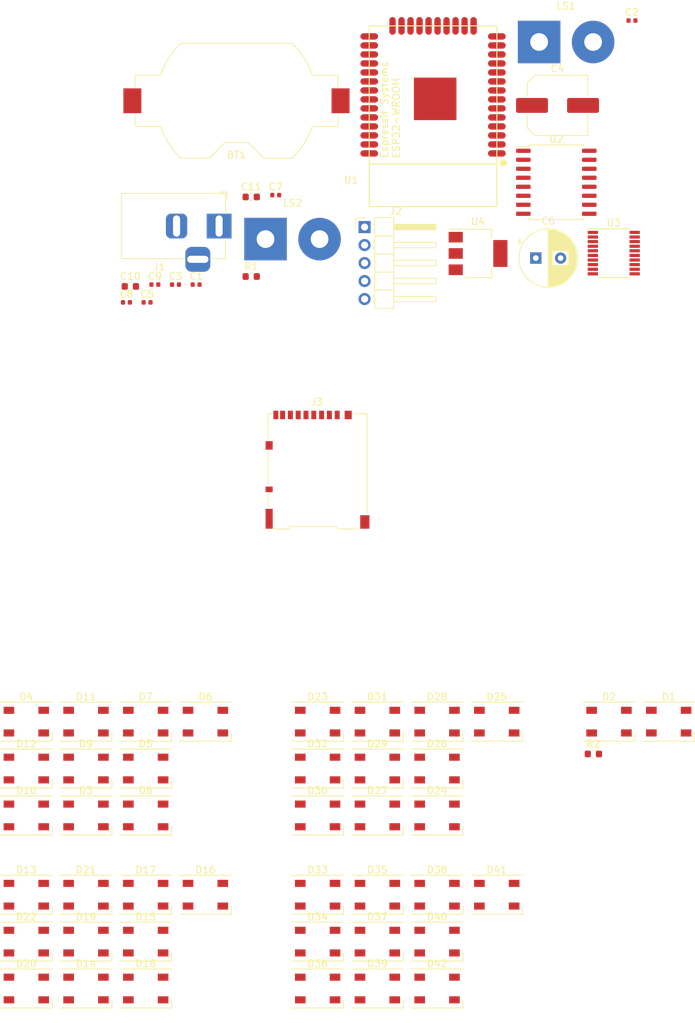
<source format=kicad_pcb>
(kicad_pcb (version 20171130) (host pcbnew 5.1.4+dfsg1-2)

  (general
    (thickness 1.6)
    (drawings 0)
    (tracks 0)
    (zones 0)
    (modules 65)
    (nets 91)
  )

  (page A4)
  (layers
    (0 F.Cu signal)
    (31 B.Cu signal)
    (32 B.Adhes user)
    (33 F.Adhes user)
    (34 B.Paste user)
    (35 F.Paste user)
    (36 B.SilkS user)
    (37 F.SilkS user)
    (38 B.Mask user)
    (39 F.Mask user)
    (40 Dwgs.User user)
    (41 Cmts.User user)
    (42 Eco1.User user)
    (43 Eco2.User user)
    (44 Edge.Cuts user)
    (45 Margin user)
    (46 B.CrtYd user)
    (47 F.CrtYd user)
    (48 B.Fab user)
    (49 F.Fab user)
  )

  (setup
    (last_trace_width 0.25)
    (trace_clearance 0.2)
    (zone_clearance 0.508)
    (zone_45_only no)
    (trace_min 0.2)
    (via_size 0.8)
    (via_drill 0.4)
    (via_min_size 0.4)
    (via_min_drill 0.3)
    (uvia_size 0.3)
    (uvia_drill 0.1)
    (uvias_allowed no)
    (uvia_min_size 0.2)
    (uvia_min_drill 0.1)
    (edge_width 0.05)
    (segment_width 0.2)
    (pcb_text_width 0.3)
    (pcb_text_size 1.5 1.5)
    (mod_edge_width 0.12)
    (mod_text_size 1 1)
    (mod_text_width 0.15)
    (pad_size 1.524 1.524)
    (pad_drill 0.762)
    (pad_to_mask_clearance 0.051)
    (solder_mask_min_width 0.25)
    (aux_axis_origin 0 0)
    (visible_elements FFFFFF7F)
    (pcbplotparams
      (layerselection 0x010fc_ffffffff)
      (usegerberextensions false)
      (usegerberattributes false)
      (usegerberadvancedattributes false)
      (creategerberjobfile false)
      (excludeedgelayer true)
      (linewidth 0.100000)
      (plotframeref false)
      (viasonmask false)
      (mode 1)
      (useauxorigin false)
      (hpglpennumber 1)
      (hpglpenspeed 20)
      (hpglpendiameter 15.000000)
      (psnegative false)
      (psa4output false)
      (plotreference true)
      (plotvalue true)
      (plotinvisibletext false)
      (padsonsilk false)
      (subtractmaskfromsilk false)
      (outputformat 1)
      (mirror false)
      (drillshape 1)
      (scaleselection 1)
      (outputdirectory ""))
  )

  (net 0 "")
  (net 1 GND)
  (net 2 "Net-(BT1-Pad1)")
  (net 3 /RTS)
  (net 4 +3V3)
  (net 5 +5V)
  (net 6 "Net-(C7-Pad1)")
  (net 7 "Net-(C8-Pad2)")
  (net 8 "Net-(C8-Pad1)")
  (net 9 "Net-(C9-Pad2)")
  (net 10 /DTR)
  (net 11 /TX)
  (net 12 /RX)
  (net 13 "Net-(LS1-Pad1)")
  (net 14 "Net-(LS2-Pad1)")
  (net 15 "Net-(U1-Pad4)")
  (net 16 "Net-(U1-Pad5)")
  (net 17 "Net-(U1-Pad6)")
  (net 18 "Net-(U1-Pad7)")
  (net 19 /LED_DATA)
  (net 20 "Net-(U1-Pad9)")
  (net 21 /LRCK)
  (net 22 /BCLK)
  (net 23 "Net-(U1-Pad12)")
  (net 24 "Net-(U1-Pad13)")
  (net 25 "Net-(U1-Pad14)")
  (net 26 "Net-(U1-Pad16)")
  (net 27 "Net-(U1-Pad17)")
  (net 28 "Net-(U1-Pad18)")
  (net 29 "Net-(U1-Pad19)")
  (net 30 "Net-(U1-Pad20)")
  (net 31 "Net-(U1-Pad21)")
  (net 32 "Net-(U1-Pad22)")
  (net 33 "Net-(U1-Pad23)")
  (net 34 "Net-(U1-Pad24)")
  (net 35 /I2SD)
  (net 36 "Net-(U1-Pad27)")
  (net 37 "Net-(U1-Pad28)")
  (net 38 "Net-(U1-Pad32)")
  (net 39 /SDA)
  (net 40 /SCL)
  (net 41 "Net-(U2-Pad4)")
  (net 42 "Net-(U2-Pad3)")
  (net 43 "Net-(U2-Pad1)")
  (net 44 /MISO)
  (net 45 /SCLK)
  (net 46 /MOSI)
  (net 47 /CS)
  (net 48 "Net-(J3-Pad8)")
  (net 49 "Net-(D1-Pad4)")
  (net 50 /sheet5DE2BE39/DATA_IN)
  (net 51 /sheet5DE32B4E/DATA_OUT)
  (net 52 "Net-(D3-Pad4)")
  (net 53 /LED_module/DATA_IN)
  (net 54 "Net-(D4-Pad4)")
  (net 55 "Net-(D5-Pad4)")
  (net 56 "Net-(D6-Pad4)")
  (net 57 "Net-(D7-Pad4)")
  (net 58 "Net-(D8-Pad4)")
  (net 59 "Net-(D10-Pad2)")
  (net 60 "Net-(D10-Pad4)")
  (net 61 "Net-(D11-Pad4)")
  (net 62 "Net-(D13-Pad4)")
  (net 63 "Net-(D14-Pad4)")
  (net 64 "Net-(D15-Pad4)")
  (net 65 "Net-(D16-Pad4)")
  (net 66 "Net-(D17-Pad4)")
  (net 67 "Net-(D18-Pad4)")
  (net 68 "Net-(D19-Pad4)")
  (net 69 "Net-(D20-Pad4)")
  (net 70 "Net-(D21-Pad4)")
  (net 71 "Net-(D23-Pad4)")
  (net 72 /sheet5DE32B4E/DATA_IN)
  (net 73 "Net-(D24-Pad4)")
  (net 74 "Net-(D25-Pad4)")
  (net 75 "Net-(D26-Pad4)")
  (net 76 "Net-(D27-Pad4)")
  (net 77 "Net-(D28-Pad4)")
  (net 78 "Net-(D29-Pad4)")
  (net 79 "Net-(D30-Pad4)")
  (net 80 "Net-(D31-Pad4)")
  (net 81 "Net-(D33-Pad4)")
  (net 82 /sheet5DE32B52/DATA_IN)
  (net 83 "Net-(D34-Pad4)")
  (net 84 "Net-(D35-Pad4)")
  (net 85 "Net-(D36-Pad4)")
  (net 86 "Net-(D37-Pad4)")
  (net 87 "Net-(D38-Pad4)")
  (net 88 "Net-(D39-Pad4)")
  (net 89 "Net-(D40-Pad4)")
  (net 90 "Net-(D41-Pad4)")

  (net_class Default "Dies ist die voreingestellte Netzklasse."
    (clearance 0.2)
    (trace_width 0.25)
    (via_dia 0.8)
    (via_drill 0.4)
    (uvia_dia 0.3)
    (uvia_drill 0.1)
    (add_net +3V3)
    (add_net +5V)
    (add_net /BCLK)
    (add_net /CS)
    (add_net /DTR)
    (add_net /I2SD)
    (add_net /LED_DATA)
    (add_net /LED_module/DATA_IN)
    (add_net /LRCK)
    (add_net /MISO)
    (add_net /MOSI)
    (add_net /RTS)
    (add_net /RX)
    (add_net /SCL)
    (add_net /SCLK)
    (add_net /SDA)
    (add_net /TX)
    (add_net /sheet5DE2BE39/DATA_IN)
    (add_net /sheet5DE32B4E/DATA_IN)
    (add_net /sheet5DE32B4E/DATA_OUT)
    (add_net /sheet5DE32B52/DATA_IN)
    (add_net GND)
    (add_net "Net-(BT1-Pad1)")
    (add_net "Net-(C7-Pad1)")
    (add_net "Net-(C8-Pad1)")
    (add_net "Net-(C8-Pad2)")
    (add_net "Net-(C9-Pad2)")
    (add_net "Net-(D1-Pad4)")
    (add_net "Net-(D10-Pad2)")
    (add_net "Net-(D10-Pad4)")
    (add_net "Net-(D11-Pad4)")
    (add_net "Net-(D13-Pad4)")
    (add_net "Net-(D14-Pad4)")
    (add_net "Net-(D15-Pad4)")
    (add_net "Net-(D16-Pad4)")
    (add_net "Net-(D17-Pad4)")
    (add_net "Net-(D18-Pad4)")
    (add_net "Net-(D19-Pad4)")
    (add_net "Net-(D20-Pad4)")
    (add_net "Net-(D21-Pad4)")
    (add_net "Net-(D23-Pad4)")
    (add_net "Net-(D24-Pad4)")
    (add_net "Net-(D25-Pad4)")
    (add_net "Net-(D26-Pad4)")
    (add_net "Net-(D27-Pad4)")
    (add_net "Net-(D28-Pad4)")
    (add_net "Net-(D29-Pad4)")
    (add_net "Net-(D3-Pad4)")
    (add_net "Net-(D30-Pad4)")
    (add_net "Net-(D31-Pad4)")
    (add_net "Net-(D33-Pad4)")
    (add_net "Net-(D34-Pad4)")
    (add_net "Net-(D35-Pad4)")
    (add_net "Net-(D36-Pad4)")
    (add_net "Net-(D37-Pad4)")
    (add_net "Net-(D38-Pad4)")
    (add_net "Net-(D39-Pad4)")
    (add_net "Net-(D4-Pad4)")
    (add_net "Net-(D40-Pad4)")
    (add_net "Net-(D41-Pad4)")
    (add_net "Net-(D5-Pad4)")
    (add_net "Net-(D6-Pad4)")
    (add_net "Net-(D7-Pad4)")
    (add_net "Net-(D8-Pad4)")
    (add_net "Net-(J3-Pad8)")
    (add_net "Net-(LS1-Pad1)")
    (add_net "Net-(LS2-Pad1)")
    (add_net "Net-(U1-Pad12)")
    (add_net "Net-(U1-Pad13)")
    (add_net "Net-(U1-Pad14)")
    (add_net "Net-(U1-Pad16)")
    (add_net "Net-(U1-Pad17)")
    (add_net "Net-(U1-Pad18)")
    (add_net "Net-(U1-Pad19)")
    (add_net "Net-(U1-Pad20)")
    (add_net "Net-(U1-Pad21)")
    (add_net "Net-(U1-Pad22)")
    (add_net "Net-(U1-Pad23)")
    (add_net "Net-(U1-Pad24)")
    (add_net "Net-(U1-Pad27)")
    (add_net "Net-(U1-Pad28)")
    (add_net "Net-(U1-Pad32)")
    (add_net "Net-(U1-Pad4)")
    (add_net "Net-(U1-Pad5)")
    (add_net "Net-(U1-Pad6)")
    (add_net "Net-(U1-Pad7)")
    (add_net "Net-(U1-Pad9)")
    (add_net "Net-(U2-Pad1)")
    (add_net "Net-(U2-Pad3)")
    (add_net "Net-(U2-Pad4)")
  )

  (module Resistor_SMD:R_0603_1608Metric (layer F.Cu) (tedit 5B301BBD) (tstamp 5DC3EF51)
    (at 167.175 149.345)
    (descr "Resistor SMD 0603 (1608 Metric), square (rectangular) end terminal, IPC_7351 nominal, (Body size source: http://www.tortai-tech.com/upload/download/2011102023233369053.pdf), generated with kicad-footprint-generator")
    (tags resistor)
    (path /5DE78548)
    (attr smd)
    (fp_text reference R2 (at 0 -1.43) (layer F.SilkS)
      (effects (font (size 1 1) (thickness 0.15)))
    )
    (fp_text value 10k (at 0 1.43) (layer F.Fab)
      (effects (font (size 1 1) (thickness 0.15)))
    )
    (fp_text user %R (at 0 0) (layer F.Fab)
      (effects (font (size 0.4 0.4) (thickness 0.06)))
    )
    (fp_line (start 1.48 0.73) (end -1.48 0.73) (layer F.CrtYd) (width 0.05))
    (fp_line (start 1.48 -0.73) (end 1.48 0.73) (layer F.CrtYd) (width 0.05))
    (fp_line (start -1.48 -0.73) (end 1.48 -0.73) (layer F.CrtYd) (width 0.05))
    (fp_line (start -1.48 0.73) (end -1.48 -0.73) (layer F.CrtYd) (width 0.05))
    (fp_line (start -0.162779 0.51) (end 0.162779 0.51) (layer F.SilkS) (width 0.12))
    (fp_line (start -0.162779 -0.51) (end 0.162779 -0.51) (layer F.SilkS) (width 0.12))
    (fp_line (start 0.8 0.4) (end -0.8 0.4) (layer F.Fab) (width 0.1))
    (fp_line (start 0.8 -0.4) (end 0.8 0.4) (layer F.Fab) (width 0.1))
    (fp_line (start -0.8 -0.4) (end 0.8 -0.4) (layer F.Fab) (width 0.1))
    (fp_line (start -0.8 0.4) (end -0.8 -0.4) (layer F.Fab) (width 0.1))
    (pad 2 smd roundrect (at 0.7875 0) (size 0.875 0.95) (layers F.Cu F.Paste F.Mask) (roundrect_rratio 0.25)
      (net 1 GND))
    (pad 1 smd roundrect (at -0.7875 0) (size 0.875 0.95) (layers F.Cu F.Paste F.Mask) (roundrect_rratio 0.25)
      (net 82 /sheet5DE32B52/DATA_IN))
    (model ${KISYS3DMOD}/Resistor_SMD.3dshapes/R_0603_1608Metric.wrl
      (at (xyz 0 0 0))
      (scale (xyz 1 1 1))
      (rotate (xyz 0 0 0))
    )
  )

  (module LED_SMD:LED_SK6812_PLCC4_5.0x5.0mm_P3.2mm (layer F.Cu) (tedit 5AA4B263) (tstamp 5DC3ED00)
    (at 145.13 182.45)
    (descr https://cdn-shop.adafruit.com/product-files/1138/SK6812+LED+datasheet+.pdf)
    (tags "LED RGB NeoPixel")
    (path /5DE32B52/5DC7851F)
    (attr smd)
    (fp_text reference D42 (at 0 -3.5) (layer F.SilkS)
      (effects (font (size 1 1) (thickness 0.15)))
    )
    (fp_text value SK6812 (at 0 4) (layer F.Fab)
      (effects (font (size 1 1) (thickness 0.15)))
    )
    (fp_circle (center 0 0) (end 0 -2) (layer F.Fab) (width 0.1))
    (fp_line (start 3.65 2.75) (end 3.65 1.6) (layer F.SilkS) (width 0.12))
    (fp_line (start -3.65 2.75) (end 3.65 2.75) (layer F.SilkS) (width 0.12))
    (fp_line (start -3.65 -2.75) (end 3.65 -2.75) (layer F.SilkS) (width 0.12))
    (fp_line (start 2.5 -2.5) (end -2.5 -2.5) (layer F.Fab) (width 0.1))
    (fp_line (start 2.5 2.5) (end 2.5 -2.5) (layer F.Fab) (width 0.1))
    (fp_line (start -2.5 2.5) (end 2.5 2.5) (layer F.Fab) (width 0.1))
    (fp_line (start -2.5 -2.5) (end -2.5 2.5) (layer F.Fab) (width 0.1))
    (fp_line (start 2.5 1.5) (end 1.5 2.5) (layer F.Fab) (width 0.1))
    (fp_line (start -3.45 -2.75) (end -3.45 2.75) (layer F.CrtYd) (width 0.05))
    (fp_line (start -3.45 2.75) (end 3.45 2.75) (layer F.CrtYd) (width 0.05))
    (fp_line (start 3.45 2.75) (end 3.45 -2.75) (layer F.CrtYd) (width 0.05))
    (fp_line (start 3.45 -2.75) (end -3.45 -2.75) (layer F.CrtYd) (width 0.05))
    (fp_text user %R (at 0 0) (layer F.Fab)
      (effects (font (size 0.8 0.8) (thickness 0.15)))
    )
    (pad 3 smd rect (at -2.45 -1.6) (size 1.5 1) (layers F.Cu F.Paste F.Mask)
      (net 5 +5V))
    (pad 4 smd rect (at -2.45 1.6) (size 1.5 1) (layers F.Cu F.Paste F.Mask)
      (net 72 /sheet5DE32B4E/DATA_IN))
    (pad 2 smd rect (at 2.45 -1.6) (size 1.5 1) (layers F.Cu F.Paste F.Mask)
      (net 90 "Net-(D41-Pad4)"))
    (pad 1 smd rect (at 2.45 1.6) (size 1.5 1) (layers F.Cu F.Paste F.Mask)
      (net 1 GND))
    (model ${KISYS3DMOD}/LED_SMD.3dshapes/LED_SK6812_PLCC4_5.0x5.0mm_P3.2mm.wrl
      (at (xyz 0 0 0))
      (scale (xyz 1 1 1))
      (rotate (xyz 0 0 0))
    )
  )

  (module LED_SMD:LED_SK6812_PLCC4_5.0x5.0mm_P3.2mm (layer F.Cu) (tedit 5AA4B263) (tstamp 5DC3ECEA)
    (at 153.55 169.21)
    (descr https://cdn-shop.adafruit.com/product-files/1138/SK6812+LED+datasheet+.pdf)
    (tags "LED RGB NeoPixel")
    (path /5DE32B52/5DC78515)
    (attr smd)
    (fp_text reference D41 (at 0 -3.5) (layer F.SilkS)
      (effects (font (size 1 1) (thickness 0.15)))
    )
    (fp_text value SK6812 (at 0 4) (layer F.Fab)
      (effects (font (size 1 1) (thickness 0.15)))
    )
    (fp_circle (center 0 0) (end 0 -2) (layer F.Fab) (width 0.1))
    (fp_line (start 3.65 2.75) (end 3.65 1.6) (layer F.SilkS) (width 0.12))
    (fp_line (start -3.65 2.75) (end 3.65 2.75) (layer F.SilkS) (width 0.12))
    (fp_line (start -3.65 -2.75) (end 3.65 -2.75) (layer F.SilkS) (width 0.12))
    (fp_line (start 2.5 -2.5) (end -2.5 -2.5) (layer F.Fab) (width 0.1))
    (fp_line (start 2.5 2.5) (end 2.5 -2.5) (layer F.Fab) (width 0.1))
    (fp_line (start -2.5 2.5) (end 2.5 2.5) (layer F.Fab) (width 0.1))
    (fp_line (start -2.5 -2.5) (end -2.5 2.5) (layer F.Fab) (width 0.1))
    (fp_line (start 2.5 1.5) (end 1.5 2.5) (layer F.Fab) (width 0.1))
    (fp_line (start -3.45 -2.75) (end -3.45 2.75) (layer F.CrtYd) (width 0.05))
    (fp_line (start -3.45 2.75) (end 3.45 2.75) (layer F.CrtYd) (width 0.05))
    (fp_line (start 3.45 2.75) (end 3.45 -2.75) (layer F.CrtYd) (width 0.05))
    (fp_line (start 3.45 -2.75) (end -3.45 -2.75) (layer F.CrtYd) (width 0.05))
    (fp_text user %R (at 0 0) (layer F.Fab)
      (effects (font (size 0.8 0.8) (thickness 0.15)))
    )
    (pad 3 smd rect (at -2.45 -1.6) (size 1.5 1) (layers F.Cu F.Paste F.Mask)
      (net 5 +5V))
    (pad 4 smd rect (at -2.45 1.6) (size 1.5 1) (layers F.Cu F.Paste F.Mask)
      (net 90 "Net-(D41-Pad4)"))
    (pad 2 smd rect (at 2.45 -1.6) (size 1.5 1) (layers F.Cu F.Paste F.Mask)
      (net 89 "Net-(D40-Pad4)"))
    (pad 1 smd rect (at 2.45 1.6) (size 1.5 1) (layers F.Cu F.Paste F.Mask)
      (net 1 GND))
    (model ${KISYS3DMOD}/LED_SMD.3dshapes/LED_SK6812_PLCC4_5.0x5.0mm_P3.2mm.wrl
      (at (xyz 0 0 0))
      (scale (xyz 1 1 1))
      (rotate (xyz 0 0 0))
    )
  )

  (module LED_SMD:LED_SK6812_PLCC4_5.0x5.0mm_P3.2mm (layer F.Cu) (tedit 5AA4B263) (tstamp 5DC3ECD4)
    (at 145.13 175.83)
    (descr https://cdn-shop.adafruit.com/product-files/1138/SK6812+LED+datasheet+.pdf)
    (tags "LED RGB NeoPixel")
    (path /5DE32B52/5DC6D8EF)
    (attr smd)
    (fp_text reference D40 (at 0 -3.5) (layer F.SilkS)
      (effects (font (size 1 1) (thickness 0.15)))
    )
    (fp_text value SK6812 (at 0 4) (layer F.Fab)
      (effects (font (size 1 1) (thickness 0.15)))
    )
    (fp_circle (center 0 0) (end 0 -2) (layer F.Fab) (width 0.1))
    (fp_line (start 3.65 2.75) (end 3.65 1.6) (layer F.SilkS) (width 0.12))
    (fp_line (start -3.65 2.75) (end 3.65 2.75) (layer F.SilkS) (width 0.12))
    (fp_line (start -3.65 -2.75) (end 3.65 -2.75) (layer F.SilkS) (width 0.12))
    (fp_line (start 2.5 -2.5) (end -2.5 -2.5) (layer F.Fab) (width 0.1))
    (fp_line (start 2.5 2.5) (end 2.5 -2.5) (layer F.Fab) (width 0.1))
    (fp_line (start -2.5 2.5) (end 2.5 2.5) (layer F.Fab) (width 0.1))
    (fp_line (start -2.5 -2.5) (end -2.5 2.5) (layer F.Fab) (width 0.1))
    (fp_line (start 2.5 1.5) (end 1.5 2.5) (layer F.Fab) (width 0.1))
    (fp_line (start -3.45 -2.75) (end -3.45 2.75) (layer F.CrtYd) (width 0.05))
    (fp_line (start -3.45 2.75) (end 3.45 2.75) (layer F.CrtYd) (width 0.05))
    (fp_line (start 3.45 2.75) (end 3.45 -2.75) (layer F.CrtYd) (width 0.05))
    (fp_line (start 3.45 -2.75) (end -3.45 -2.75) (layer F.CrtYd) (width 0.05))
    (fp_text user %R (at 0 0) (layer F.Fab)
      (effects (font (size 0.8 0.8) (thickness 0.15)))
    )
    (pad 3 smd rect (at -2.45 -1.6) (size 1.5 1) (layers F.Cu F.Paste F.Mask)
      (net 5 +5V))
    (pad 4 smd rect (at -2.45 1.6) (size 1.5 1) (layers F.Cu F.Paste F.Mask)
      (net 89 "Net-(D40-Pad4)"))
    (pad 2 smd rect (at 2.45 -1.6) (size 1.5 1) (layers F.Cu F.Paste F.Mask)
      (net 88 "Net-(D39-Pad4)"))
    (pad 1 smd rect (at 2.45 1.6) (size 1.5 1) (layers F.Cu F.Paste F.Mask)
      (net 1 GND))
    (model ${KISYS3DMOD}/LED_SMD.3dshapes/LED_SK6812_PLCC4_5.0x5.0mm_P3.2mm.wrl
      (at (xyz 0 0 0))
      (scale (xyz 1 1 1))
      (rotate (xyz 0 0 0))
    )
  )

  (module LED_SMD:LED_SK6812_PLCC4_5.0x5.0mm_P3.2mm (layer F.Cu) (tedit 5AA4B263) (tstamp 5DC3ECBE)
    (at 136.71 182.45)
    (descr https://cdn-shop.adafruit.com/product-files/1138/SK6812+LED+datasheet+.pdf)
    (tags "LED RGB NeoPixel")
    (path /5DE32B52/5DC6D8E5)
    (attr smd)
    (fp_text reference D39 (at 0 -3.5) (layer F.SilkS)
      (effects (font (size 1 1) (thickness 0.15)))
    )
    (fp_text value SK6812 (at 0 4) (layer F.Fab)
      (effects (font (size 1 1) (thickness 0.15)))
    )
    (fp_circle (center 0 0) (end 0 -2) (layer F.Fab) (width 0.1))
    (fp_line (start 3.65 2.75) (end 3.65 1.6) (layer F.SilkS) (width 0.12))
    (fp_line (start -3.65 2.75) (end 3.65 2.75) (layer F.SilkS) (width 0.12))
    (fp_line (start -3.65 -2.75) (end 3.65 -2.75) (layer F.SilkS) (width 0.12))
    (fp_line (start 2.5 -2.5) (end -2.5 -2.5) (layer F.Fab) (width 0.1))
    (fp_line (start 2.5 2.5) (end 2.5 -2.5) (layer F.Fab) (width 0.1))
    (fp_line (start -2.5 2.5) (end 2.5 2.5) (layer F.Fab) (width 0.1))
    (fp_line (start -2.5 -2.5) (end -2.5 2.5) (layer F.Fab) (width 0.1))
    (fp_line (start 2.5 1.5) (end 1.5 2.5) (layer F.Fab) (width 0.1))
    (fp_line (start -3.45 -2.75) (end -3.45 2.75) (layer F.CrtYd) (width 0.05))
    (fp_line (start -3.45 2.75) (end 3.45 2.75) (layer F.CrtYd) (width 0.05))
    (fp_line (start 3.45 2.75) (end 3.45 -2.75) (layer F.CrtYd) (width 0.05))
    (fp_line (start 3.45 -2.75) (end -3.45 -2.75) (layer F.CrtYd) (width 0.05))
    (fp_text user %R (at 0 0) (layer F.Fab)
      (effects (font (size 0.8 0.8) (thickness 0.15)))
    )
    (pad 3 smd rect (at -2.45 -1.6) (size 1.5 1) (layers F.Cu F.Paste F.Mask)
      (net 5 +5V))
    (pad 4 smd rect (at -2.45 1.6) (size 1.5 1) (layers F.Cu F.Paste F.Mask)
      (net 88 "Net-(D39-Pad4)"))
    (pad 2 smd rect (at 2.45 -1.6) (size 1.5 1) (layers F.Cu F.Paste F.Mask)
      (net 87 "Net-(D38-Pad4)"))
    (pad 1 smd rect (at 2.45 1.6) (size 1.5 1) (layers F.Cu F.Paste F.Mask)
      (net 1 GND))
    (model ${KISYS3DMOD}/LED_SMD.3dshapes/LED_SK6812_PLCC4_5.0x5.0mm_P3.2mm.wrl
      (at (xyz 0 0 0))
      (scale (xyz 1 1 1))
      (rotate (xyz 0 0 0))
    )
  )

  (module LED_SMD:LED_SK6812_PLCC4_5.0x5.0mm_P3.2mm (layer F.Cu) (tedit 5AA4B263) (tstamp 5DC3ECA8)
    (at 145.13 169.21)
    (descr https://cdn-shop.adafruit.com/product-files/1138/SK6812+LED+datasheet+.pdf)
    (tags "LED RGB NeoPixel")
    (path /5DE32B52/5DC6D8DB)
    (attr smd)
    (fp_text reference D38 (at 0 -3.5) (layer F.SilkS)
      (effects (font (size 1 1) (thickness 0.15)))
    )
    (fp_text value SK6812 (at 0 4) (layer F.Fab)
      (effects (font (size 1 1) (thickness 0.15)))
    )
    (fp_circle (center 0 0) (end 0 -2) (layer F.Fab) (width 0.1))
    (fp_line (start 3.65 2.75) (end 3.65 1.6) (layer F.SilkS) (width 0.12))
    (fp_line (start -3.65 2.75) (end 3.65 2.75) (layer F.SilkS) (width 0.12))
    (fp_line (start -3.65 -2.75) (end 3.65 -2.75) (layer F.SilkS) (width 0.12))
    (fp_line (start 2.5 -2.5) (end -2.5 -2.5) (layer F.Fab) (width 0.1))
    (fp_line (start 2.5 2.5) (end 2.5 -2.5) (layer F.Fab) (width 0.1))
    (fp_line (start -2.5 2.5) (end 2.5 2.5) (layer F.Fab) (width 0.1))
    (fp_line (start -2.5 -2.5) (end -2.5 2.5) (layer F.Fab) (width 0.1))
    (fp_line (start 2.5 1.5) (end 1.5 2.5) (layer F.Fab) (width 0.1))
    (fp_line (start -3.45 -2.75) (end -3.45 2.75) (layer F.CrtYd) (width 0.05))
    (fp_line (start -3.45 2.75) (end 3.45 2.75) (layer F.CrtYd) (width 0.05))
    (fp_line (start 3.45 2.75) (end 3.45 -2.75) (layer F.CrtYd) (width 0.05))
    (fp_line (start 3.45 -2.75) (end -3.45 -2.75) (layer F.CrtYd) (width 0.05))
    (fp_text user %R (at 0 0) (layer F.Fab)
      (effects (font (size 0.8 0.8) (thickness 0.15)))
    )
    (pad 3 smd rect (at -2.45 -1.6) (size 1.5 1) (layers F.Cu F.Paste F.Mask)
      (net 5 +5V))
    (pad 4 smd rect (at -2.45 1.6) (size 1.5 1) (layers F.Cu F.Paste F.Mask)
      (net 87 "Net-(D38-Pad4)"))
    (pad 2 smd rect (at 2.45 -1.6) (size 1.5 1) (layers F.Cu F.Paste F.Mask)
      (net 86 "Net-(D37-Pad4)"))
    (pad 1 smd rect (at 2.45 1.6) (size 1.5 1) (layers F.Cu F.Paste F.Mask)
      (net 1 GND))
    (model ${KISYS3DMOD}/LED_SMD.3dshapes/LED_SK6812_PLCC4_5.0x5.0mm_P3.2mm.wrl
      (at (xyz 0 0 0))
      (scale (xyz 1 1 1))
      (rotate (xyz 0 0 0))
    )
  )

  (module LED_SMD:LED_SK6812_PLCC4_5.0x5.0mm_P3.2mm (layer F.Cu) (tedit 5AA4B263) (tstamp 5DC3EC92)
    (at 136.71 175.83)
    (descr https://cdn-shop.adafruit.com/product-files/1138/SK6812+LED+datasheet+.pdf)
    (tags "LED RGB NeoPixel")
    (path /5DE32B52/5DC6D8D1)
    (attr smd)
    (fp_text reference D37 (at 0 -3.5) (layer F.SilkS)
      (effects (font (size 1 1) (thickness 0.15)))
    )
    (fp_text value SK6812 (at 0 4) (layer F.Fab)
      (effects (font (size 1 1) (thickness 0.15)))
    )
    (fp_circle (center 0 0) (end 0 -2) (layer F.Fab) (width 0.1))
    (fp_line (start 3.65 2.75) (end 3.65 1.6) (layer F.SilkS) (width 0.12))
    (fp_line (start -3.65 2.75) (end 3.65 2.75) (layer F.SilkS) (width 0.12))
    (fp_line (start -3.65 -2.75) (end 3.65 -2.75) (layer F.SilkS) (width 0.12))
    (fp_line (start 2.5 -2.5) (end -2.5 -2.5) (layer F.Fab) (width 0.1))
    (fp_line (start 2.5 2.5) (end 2.5 -2.5) (layer F.Fab) (width 0.1))
    (fp_line (start -2.5 2.5) (end 2.5 2.5) (layer F.Fab) (width 0.1))
    (fp_line (start -2.5 -2.5) (end -2.5 2.5) (layer F.Fab) (width 0.1))
    (fp_line (start 2.5 1.5) (end 1.5 2.5) (layer F.Fab) (width 0.1))
    (fp_line (start -3.45 -2.75) (end -3.45 2.75) (layer F.CrtYd) (width 0.05))
    (fp_line (start -3.45 2.75) (end 3.45 2.75) (layer F.CrtYd) (width 0.05))
    (fp_line (start 3.45 2.75) (end 3.45 -2.75) (layer F.CrtYd) (width 0.05))
    (fp_line (start 3.45 -2.75) (end -3.45 -2.75) (layer F.CrtYd) (width 0.05))
    (fp_text user %R (at 0 0) (layer F.Fab)
      (effects (font (size 0.8 0.8) (thickness 0.15)))
    )
    (pad 3 smd rect (at -2.45 -1.6) (size 1.5 1) (layers F.Cu F.Paste F.Mask)
      (net 5 +5V))
    (pad 4 smd rect (at -2.45 1.6) (size 1.5 1) (layers F.Cu F.Paste F.Mask)
      (net 86 "Net-(D37-Pad4)"))
    (pad 2 smd rect (at 2.45 -1.6) (size 1.5 1) (layers F.Cu F.Paste F.Mask)
      (net 85 "Net-(D36-Pad4)"))
    (pad 1 smd rect (at 2.45 1.6) (size 1.5 1) (layers F.Cu F.Paste F.Mask)
      (net 1 GND))
    (model ${KISYS3DMOD}/LED_SMD.3dshapes/LED_SK6812_PLCC4_5.0x5.0mm_P3.2mm.wrl
      (at (xyz 0 0 0))
      (scale (xyz 1 1 1))
      (rotate (xyz 0 0 0))
    )
  )

  (module LED_SMD:LED_SK6812_PLCC4_5.0x5.0mm_P3.2mm (layer F.Cu) (tedit 5AA4B263) (tstamp 5DC3EC7C)
    (at 128.29 182.45)
    (descr https://cdn-shop.adafruit.com/product-files/1138/SK6812+LED+datasheet+.pdf)
    (tags "LED RGB NeoPixel")
    (path /5DE32B52/5DC6909F)
    (attr smd)
    (fp_text reference D36 (at 0 -3.5) (layer F.SilkS)
      (effects (font (size 1 1) (thickness 0.15)))
    )
    (fp_text value SK6812 (at 0 4) (layer F.Fab)
      (effects (font (size 1 1) (thickness 0.15)))
    )
    (fp_circle (center 0 0) (end 0 -2) (layer F.Fab) (width 0.1))
    (fp_line (start 3.65 2.75) (end 3.65 1.6) (layer F.SilkS) (width 0.12))
    (fp_line (start -3.65 2.75) (end 3.65 2.75) (layer F.SilkS) (width 0.12))
    (fp_line (start -3.65 -2.75) (end 3.65 -2.75) (layer F.SilkS) (width 0.12))
    (fp_line (start 2.5 -2.5) (end -2.5 -2.5) (layer F.Fab) (width 0.1))
    (fp_line (start 2.5 2.5) (end 2.5 -2.5) (layer F.Fab) (width 0.1))
    (fp_line (start -2.5 2.5) (end 2.5 2.5) (layer F.Fab) (width 0.1))
    (fp_line (start -2.5 -2.5) (end -2.5 2.5) (layer F.Fab) (width 0.1))
    (fp_line (start 2.5 1.5) (end 1.5 2.5) (layer F.Fab) (width 0.1))
    (fp_line (start -3.45 -2.75) (end -3.45 2.75) (layer F.CrtYd) (width 0.05))
    (fp_line (start -3.45 2.75) (end 3.45 2.75) (layer F.CrtYd) (width 0.05))
    (fp_line (start 3.45 2.75) (end 3.45 -2.75) (layer F.CrtYd) (width 0.05))
    (fp_line (start 3.45 -2.75) (end -3.45 -2.75) (layer F.CrtYd) (width 0.05))
    (fp_text user %R (at 0 0) (layer F.Fab)
      (effects (font (size 0.8 0.8) (thickness 0.15)))
    )
    (pad 3 smd rect (at -2.45 -1.6) (size 1.5 1) (layers F.Cu F.Paste F.Mask)
      (net 5 +5V))
    (pad 4 smd rect (at -2.45 1.6) (size 1.5 1) (layers F.Cu F.Paste F.Mask)
      (net 85 "Net-(D36-Pad4)"))
    (pad 2 smd rect (at 2.45 -1.6) (size 1.5 1) (layers F.Cu F.Paste F.Mask)
      (net 84 "Net-(D35-Pad4)"))
    (pad 1 smd rect (at 2.45 1.6) (size 1.5 1) (layers F.Cu F.Paste F.Mask)
      (net 1 GND))
    (model ${KISYS3DMOD}/LED_SMD.3dshapes/LED_SK6812_PLCC4_5.0x5.0mm_P3.2mm.wrl
      (at (xyz 0 0 0))
      (scale (xyz 1 1 1))
      (rotate (xyz 0 0 0))
    )
  )

  (module LED_SMD:LED_SK6812_PLCC4_5.0x5.0mm_P3.2mm (layer F.Cu) (tedit 5AA4B263) (tstamp 5DC3EC66)
    (at 136.71 169.21)
    (descr https://cdn-shop.adafruit.com/product-files/1138/SK6812+LED+datasheet+.pdf)
    (tags "LED RGB NeoPixel")
    (path /5DE32B52/5DC65566)
    (attr smd)
    (fp_text reference D35 (at 0 -3.5) (layer F.SilkS)
      (effects (font (size 1 1) (thickness 0.15)))
    )
    (fp_text value SK6812 (at 0 4) (layer F.Fab)
      (effects (font (size 1 1) (thickness 0.15)))
    )
    (fp_circle (center 0 0) (end 0 -2) (layer F.Fab) (width 0.1))
    (fp_line (start 3.65 2.75) (end 3.65 1.6) (layer F.SilkS) (width 0.12))
    (fp_line (start -3.65 2.75) (end 3.65 2.75) (layer F.SilkS) (width 0.12))
    (fp_line (start -3.65 -2.75) (end 3.65 -2.75) (layer F.SilkS) (width 0.12))
    (fp_line (start 2.5 -2.5) (end -2.5 -2.5) (layer F.Fab) (width 0.1))
    (fp_line (start 2.5 2.5) (end 2.5 -2.5) (layer F.Fab) (width 0.1))
    (fp_line (start -2.5 2.5) (end 2.5 2.5) (layer F.Fab) (width 0.1))
    (fp_line (start -2.5 -2.5) (end -2.5 2.5) (layer F.Fab) (width 0.1))
    (fp_line (start 2.5 1.5) (end 1.5 2.5) (layer F.Fab) (width 0.1))
    (fp_line (start -3.45 -2.75) (end -3.45 2.75) (layer F.CrtYd) (width 0.05))
    (fp_line (start -3.45 2.75) (end 3.45 2.75) (layer F.CrtYd) (width 0.05))
    (fp_line (start 3.45 2.75) (end 3.45 -2.75) (layer F.CrtYd) (width 0.05))
    (fp_line (start 3.45 -2.75) (end -3.45 -2.75) (layer F.CrtYd) (width 0.05))
    (fp_text user %R (at 0 0) (layer F.Fab)
      (effects (font (size 0.8 0.8) (thickness 0.15)))
    )
    (pad 3 smd rect (at -2.45 -1.6) (size 1.5 1) (layers F.Cu F.Paste F.Mask)
      (net 5 +5V))
    (pad 4 smd rect (at -2.45 1.6) (size 1.5 1) (layers F.Cu F.Paste F.Mask)
      (net 84 "Net-(D35-Pad4)"))
    (pad 2 smd rect (at 2.45 -1.6) (size 1.5 1) (layers F.Cu F.Paste F.Mask)
      (net 83 "Net-(D34-Pad4)"))
    (pad 1 smd rect (at 2.45 1.6) (size 1.5 1) (layers F.Cu F.Paste F.Mask)
      (net 1 GND))
    (model ${KISYS3DMOD}/LED_SMD.3dshapes/LED_SK6812_PLCC4_5.0x5.0mm_P3.2mm.wrl
      (at (xyz 0 0 0))
      (scale (xyz 1 1 1))
      (rotate (xyz 0 0 0))
    )
  )

  (module LED_SMD:LED_SK6812_PLCC4_5.0x5.0mm_P3.2mm (layer F.Cu) (tedit 5AA4B263) (tstamp 5DC3EC50)
    (at 128.29 175.83)
    (descr https://cdn-shop.adafruit.com/product-files/1138/SK6812+LED+datasheet+.pdf)
    (tags "LED RGB NeoPixel")
    (path /5DE32B52/5DC64F99)
    (attr smd)
    (fp_text reference D34 (at 0 -3.5) (layer F.SilkS)
      (effects (font (size 1 1) (thickness 0.15)))
    )
    (fp_text value SK6812 (at 0 4) (layer F.Fab)
      (effects (font (size 1 1) (thickness 0.15)))
    )
    (fp_circle (center 0 0) (end 0 -2) (layer F.Fab) (width 0.1))
    (fp_line (start 3.65 2.75) (end 3.65 1.6) (layer F.SilkS) (width 0.12))
    (fp_line (start -3.65 2.75) (end 3.65 2.75) (layer F.SilkS) (width 0.12))
    (fp_line (start -3.65 -2.75) (end 3.65 -2.75) (layer F.SilkS) (width 0.12))
    (fp_line (start 2.5 -2.5) (end -2.5 -2.5) (layer F.Fab) (width 0.1))
    (fp_line (start 2.5 2.5) (end 2.5 -2.5) (layer F.Fab) (width 0.1))
    (fp_line (start -2.5 2.5) (end 2.5 2.5) (layer F.Fab) (width 0.1))
    (fp_line (start -2.5 -2.5) (end -2.5 2.5) (layer F.Fab) (width 0.1))
    (fp_line (start 2.5 1.5) (end 1.5 2.5) (layer F.Fab) (width 0.1))
    (fp_line (start -3.45 -2.75) (end -3.45 2.75) (layer F.CrtYd) (width 0.05))
    (fp_line (start -3.45 2.75) (end 3.45 2.75) (layer F.CrtYd) (width 0.05))
    (fp_line (start 3.45 2.75) (end 3.45 -2.75) (layer F.CrtYd) (width 0.05))
    (fp_line (start 3.45 -2.75) (end -3.45 -2.75) (layer F.CrtYd) (width 0.05))
    (fp_text user %R (at 0 0) (layer F.Fab)
      (effects (font (size 0.8 0.8) (thickness 0.15)))
    )
    (pad 3 smd rect (at -2.45 -1.6) (size 1.5 1) (layers F.Cu F.Paste F.Mask)
      (net 5 +5V))
    (pad 4 smd rect (at -2.45 1.6) (size 1.5 1) (layers F.Cu F.Paste F.Mask)
      (net 83 "Net-(D34-Pad4)"))
    (pad 2 smd rect (at 2.45 -1.6) (size 1.5 1) (layers F.Cu F.Paste F.Mask)
      (net 81 "Net-(D33-Pad4)"))
    (pad 1 smd rect (at 2.45 1.6) (size 1.5 1) (layers F.Cu F.Paste F.Mask)
      (net 1 GND))
    (model ${KISYS3DMOD}/LED_SMD.3dshapes/LED_SK6812_PLCC4_5.0x5.0mm_P3.2mm.wrl
      (at (xyz 0 0 0))
      (scale (xyz 1 1 1))
      (rotate (xyz 0 0 0))
    )
  )

  (module LED_SMD:LED_SK6812_PLCC4_5.0x5.0mm_P3.2mm (layer F.Cu) (tedit 5AA4B263) (tstamp 5DC3EC3A)
    (at 128.29 169.21)
    (descr https://cdn-shop.adafruit.com/product-files/1138/SK6812+LED+datasheet+.pdf)
    (tags "LED RGB NeoPixel")
    (path /5DE32B52/5DC62C70)
    (attr smd)
    (fp_text reference D33 (at 0 -3.5) (layer F.SilkS)
      (effects (font (size 1 1) (thickness 0.15)))
    )
    (fp_text value SK6812 (at 0 4) (layer F.Fab)
      (effects (font (size 1 1) (thickness 0.15)))
    )
    (fp_circle (center 0 0) (end 0 -2) (layer F.Fab) (width 0.1))
    (fp_line (start 3.65 2.75) (end 3.65 1.6) (layer F.SilkS) (width 0.12))
    (fp_line (start -3.65 2.75) (end 3.65 2.75) (layer F.SilkS) (width 0.12))
    (fp_line (start -3.65 -2.75) (end 3.65 -2.75) (layer F.SilkS) (width 0.12))
    (fp_line (start 2.5 -2.5) (end -2.5 -2.5) (layer F.Fab) (width 0.1))
    (fp_line (start 2.5 2.5) (end 2.5 -2.5) (layer F.Fab) (width 0.1))
    (fp_line (start -2.5 2.5) (end 2.5 2.5) (layer F.Fab) (width 0.1))
    (fp_line (start -2.5 -2.5) (end -2.5 2.5) (layer F.Fab) (width 0.1))
    (fp_line (start 2.5 1.5) (end 1.5 2.5) (layer F.Fab) (width 0.1))
    (fp_line (start -3.45 -2.75) (end -3.45 2.75) (layer F.CrtYd) (width 0.05))
    (fp_line (start -3.45 2.75) (end 3.45 2.75) (layer F.CrtYd) (width 0.05))
    (fp_line (start 3.45 2.75) (end 3.45 -2.75) (layer F.CrtYd) (width 0.05))
    (fp_line (start 3.45 -2.75) (end -3.45 -2.75) (layer F.CrtYd) (width 0.05))
    (fp_text user %R (at 0 0) (layer F.Fab)
      (effects (font (size 0.8 0.8) (thickness 0.15)))
    )
    (pad 3 smd rect (at -2.45 -1.6) (size 1.5 1) (layers F.Cu F.Paste F.Mask)
      (net 5 +5V))
    (pad 4 smd rect (at -2.45 1.6) (size 1.5 1) (layers F.Cu F.Paste F.Mask)
      (net 81 "Net-(D33-Pad4)"))
    (pad 2 smd rect (at 2.45 -1.6) (size 1.5 1) (layers F.Cu F.Paste F.Mask)
      (net 82 /sheet5DE32B52/DATA_IN))
    (pad 1 smd rect (at 2.45 1.6) (size 1.5 1) (layers F.Cu F.Paste F.Mask)
      (net 1 GND))
    (model ${KISYS3DMOD}/LED_SMD.3dshapes/LED_SK6812_PLCC4_5.0x5.0mm_P3.2mm.wrl
      (at (xyz 0 0 0))
      (scale (xyz 1 1 1))
      (rotate (xyz 0 0 0))
    )
  )

  (module LED_SMD:LED_SK6812_PLCC4_5.0x5.0mm_P3.2mm (layer F.Cu) (tedit 5AA4B263) (tstamp 5DC3EC24)
    (at 128.29 151.4)
    (descr https://cdn-shop.adafruit.com/product-files/1138/SK6812+LED+datasheet+.pdf)
    (tags "LED RGB NeoPixel")
    (path /5DE32B4E/5DC7851F)
    (attr smd)
    (fp_text reference D32 (at 0 -3.5) (layer F.SilkS)
      (effects (font (size 1 1) (thickness 0.15)))
    )
    (fp_text value SK6812 (at 0 4) (layer F.Fab)
      (effects (font (size 1 1) (thickness 0.15)))
    )
    (fp_circle (center 0 0) (end 0 -2) (layer F.Fab) (width 0.1))
    (fp_line (start 3.65 2.75) (end 3.65 1.6) (layer F.SilkS) (width 0.12))
    (fp_line (start -3.65 2.75) (end 3.65 2.75) (layer F.SilkS) (width 0.12))
    (fp_line (start -3.65 -2.75) (end 3.65 -2.75) (layer F.SilkS) (width 0.12))
    (fp_line (start 2.5 -2.5) (end -2.5 -2.5) (layer F.Fab) (width 0.1))
    (fp_line (start 2.5 2.5) (end 2.5 -2.5) (layer F.Fab) (width 0.1))
    (fp_line (start -2.5 2.5) (end 2.5 2.5) (layer F.Fab) (width 0.1))
    (fp_line (start -2.5 -2.5) (end -2.5 2.5) (layer F.Fab) (width 0.1))
    (fp_line (start 2.5 1.5) (end 1.5 2.5) (layer F.Fab) (width 0.1))
    (fp_line (start -3.45 -2.75) (end -3.45 2.75) (layer F.CrtYd) (width 0.05))
    (fp_line (start -3.45 2.75) (end 3.45 2.75) (layer F.CrtYd) (width 0.05))
    (fp_line (start 3.45 2.75) (end 3.45 -2.75) (layer F.CrtYd) (width 0.05))
    (fp_line (start 3.45 -2.75) (end -3.45 -2.75) (layer F.CrtYd) (width 0.05))
    (fp_text user %R (at 0 0) (layer F.Fab)
      (effects (font (size 0.8 0.8) (thickness 0.15)))
    )
    (pad 3 smd rect (at -2.45 -1.6) (size 1.5 1) (layers F.Cu F.Paste F.Mask)
      (net 5 +5V))
    (pad 4 smd rect (at -2.45 1.6) (size 1.5 1) (layers F.Cu F.Paste F.Mask)
      (net 51 /sheet5DE32B4E/DATA_OUT))
    (pad 2 smd rect (at 2.45 -1.6) (size 1.5 1) (layers F.Cu F.Paste F.Mask)
      (net 80 "Net-(D31-Pad4)"))
    (pad 1 smd rect (at 2.45 1.6) (size 1.5 1) (layers F.Cu F.Paste F.Mask)
      (net 1 GND))
    (model ${KISYS3DMOD}/LED_SMD.3dshapes/LED_SK6812_PLCC4_5.0x5.0mm_P3.2mm.wrl
      (at (xyz 0 0 0))
      (scale (xyz 1 1 1))
      (rotate (xyz 0 0 0))
    )
  )

  (module LED_SMD:LED_SK6812_PLCC4_5.0x5.0mm_P3.2mm (layer F.Cu) (tedit 5AA4B263) (tstamp 5DC3EC0E)
    (at 136.71 144.78)
    (descr https://cdn-shop.adafruit.com/product-files/1138/SK6812+LED+datasheet+.pdf)
    (tags "LED RGB NeoPixel")
    (path /5DE32B4E/5DC78515)
    (attr smd)
    (fp_text reference D31 (at 0 -3.5) (layer F.SilkS)
      (effects (font (size 1 1) (thickness 0.15)))
    )
    (fp_text value SK6812 (at 0 4) (layer F.Fab)
      (effects (font (size 1 1) (thickness 0.15)))
    )
    (fp_circle (center 0 0) (end 0 -2) (layer F.Fab) (width 0.1))
    (fp_line (start 3.65 2.75) (end 3.65 1.6) (layer F.SilkS) (width 0.12))
    (fp_line (start -3.65 2.75) (end 3.65 2.75) (layer F.SilkS) (width 0.12))
    (fp_line (start -3.65 -2.75) (end 3.65 -2.75) (layer F.SilkS) (width 0.12))
    (fp_line (start 2.5 -2.5) (end -2.5 -2.5) (layer F.Fab) (width 0.1))
    (fp_line (start 2.5 2.5) (end 2.5 -2.5) (layer F.Fab) (width 0.1))
    (fp_line (start -2.5 2.5) (end 2.5 2.5) (layer F.Fab) (width 0.1))
    (fp_line (start -2.5 -2.5) (end -2.5 2.5) (layer F.Fab) (width 0.1))
    (fp_line (start 2.5 1.5) (end 1.5 2.5) (layer F.Fab) (width 0.1))
    (fp_line (start -3.45 -2.75) (end -3.45 2.75) (layer F.CrtYd) (width 0.05))
    (fp_line (start -3.45 2.75) (end 3.45 2.75) (layer F.CrtYd) (width 0.05))
    (fp_line (start 3.45 2.75) (end 3.45 -2.75) (layer F.CrtYd) (width 0.05))
    (fp_line (start 3.45 -2.75) (end -3.45 -2.75) (layer F.CrtYd) (width 0.05))
    (fp_text user %R (at 0 0) (layer F.Fab)
      (effects (font (size 0.8 0.8) (thickness 0.15)))
    )
    (pad 3 smd rect (at -2.45 -1.6) (size 1.5 1) (layers F.Cu F.Paste F.Mask)
      (net 5 +5V))
    (pad 4 smd rect (at -2.45 1.6) (size 1.5 1) (layers F.Cu F.Paste F.Mask)
      (net 80 "Net-(D31-Pad4)"))
    (pad 2 smd rect (at 2.45 -1.6) (size 1.5 1) (layers F.Cu F.Paste F.Mask)
      (net 79 "Net-(D30-Pad4)"))
    (pad 1 smd rect (at 2.45 1.6) (size 1.5 1) (layers F.Cu F.Paste F.Mask)
      (net 1 GND))
    (model ${KISYS3DMOD}/LED_SMD.3dshapes/LED_SK6812_PLCC4_5.0x5.0mm_P3.2mm.wrl
      (at (xyz 0 0 0))
      (scale (xyz 1 1 1))
      (rotate (xyz 0 0 0))
    )
  )

  (module LED_SMD:LED_SK6812_PLCC4_5.0x5.0mm_P3.2mm (layer F.Cu) (tedit 5AA4B263) (tstamp 5DC3EBF8)
    (at 128.29 158.02)
    (descr https://cdn-shop.adafruit.com/product-files/1138/SK6812+LED+datasheet+.pdf)
    (tags "LED RGB NeoPixel")
    (path /5DE32B4E/5DC6D8EF)
    (attr smd)
    (fp_text reference D30 (at 0 -3.5) (layer F.SilkS)
      (effects (font (size 1 1) (thickness 0.15)))
    )
    (fp_text value SK6812 (at 0 4) (layer F.Fab)
      (effects (font (size 1 1) (thickness 0.15)))
    )
    (fp_circle (center 0 0) (end 0 -2) (layer F.Fab) (width 0.1))
    (fp_line (start 3.65 2.75) (end 3.65 1.6) (layer F.SilkS) (width 0.12))
    (fp_line (start -3.65 2.75) (end 3.65 2.75) (layer F.SilkS) (width 0.12))
    (fp_line (start -3.65 -2.75) (end 3.65 -2.75) (layer F.SilkS) (width 0.12))
    (fp_line (start 2.5 -2.5) (end -2.5 -2.5) (layer F.Fab) (width 0.1))
    (fp_line (start 2.5 2.5) (end 2.5 -2.5) (layer F.Fab) (width 0.1))
    (fp_line (start -2.5 2.5) (end 2.5 2.5) (layer F.Fab) (width 0.1))
    (fp_line (start -2.5 -2.5) (end -2.5 2.5) (layer F.Fab) (width 0.1))
    (fp_line (start 2.5 1.5) (end 1.5 2.5) (layer F.Fab) (width 0.1))
    (fp_line (start -3.45 -2.75) (end -3.45 2.75) (layer F.CrtYd) (width 0.05))
    (fp_line (start -3.45 2.75) (end 3.45 2.75) (layer F.CrtYd) (width 0.05))
    (fp_line (start 3.45 2.75) (end 3.45 -2.75) (layer F.CrtYd) (width 0.05))
    (fp_line (start 3.45 -2.75) (end -3.45 -2.75) (layer F.CrtYd) (width 0.05))
    (fp_text user %R (at 0 0) (layer F.Fab)
      (effects (font (size 0.8 0.8) (thickness 0.15)))
    )
    (pad 3 smd rect (at -2.45 -1.6) (size 1.5 1) (layers F.Cu F.Paste F.Mask)
      (net 5 +5V))
    (pad 4 smd rect (at -2.45 1.6) (size 1.5 1) (layers F.Cu F.Paste F.Mask)
      (net 79 "Net-(D30-Pad4)"))
    (pad 2 smd rect (at 2.45 -1.6) (size 1.5 1) (layers F.Cu F.Paste F.Mask)
      (net 78 "Net-(D29-Pad4)"))
    (pad 1 smd rect (at 2.45 1.6) (size 1.5 1) (layers F.Cu F.Paste F.Mask)
      (net 1 GND))
    (model ${KISYS3DMOD}/LED_SMD.3dshapes/LED_SK6812_PLCC4_5.0x5.0mm_P3.2mm.wrl
      (at (xyz 0 0 0))
      (scale (xyz 1 1 1))
      (rotate (xyz 0 0 0))
    )
  )

  (module LED_SMD:LED_SK6812_PLCC4_5.0x5.0mm_P3.2mm (layer F.Cu) (tedit 5AA4B263) (tstamp 5DC3EBE2)
    (at 136.71 151.4)
    (descr https://cdn-shop.adafruit.com/product-files/1138/SK6812+LED+datasheet+.pdf)
    (tags "LED RGB NeoPixel")
    (path /5DE32B4E/5DC6D8E5)
    (attr smd)
    (fp_text reference D29 (at 0 -3.5) (layer F.SilkS)
      (effects (font (size 1 1) (thickness 0.15)))
    )
    (fp_text value SK6812 (at 0 4) (layer F.Fab)
      (effects (font (size 1 1) (thickness 0.15)))
    )
    (fp_circle (center 0 0) (end 0 -2) (layer F.Fab) (width 0.1))
    (fp_line (start 3.65 2.75) (end 3.65 1.6) (layer F.SilkS) (width 0.12))
    (fp_line (start -3.65 2.75) (end 3.65 2.75) (layer F.SilkS) (width 0.12))
    (fp_line (start -3.65 -2.75) (end 3.65 -2.75) (layer F.SilkS) (width 0.12))
    (fp_line (start 2.5 -2.5) (end -2.5 -2.5) (layer F.Fab) (width 0.1))
    (fp_line (start 2.5 2.5) (end 2.5 -2.5) (layer F.Fab) (width 0.1))
    (fp_line (start -2.5 2.5) (end 2.5 2.5) (layer F.Fab) (width 0.1))
    (fp_line (start -2.5 -2.5) (end -2.5 2.5) (layer F.Fab) (width 0.1))
    (fp_line (start 2.5 1.5) (end 1.5 2.5) (layer F.Fab) (width 0.1))
    (fp_line (start -3.45 -2.75) (end -3.45 2.75) (layer F.CrtYd) (width 0.05))
    (fp_line (start -3.45 2.75) (end 3.45 2.75) (layer F.CrtYd) (width 0.05))
    (fp_line (start 3.45 2.75) (end 3.45 -2.75) (layer F.CrtYd) (width 0.05))
    (fp_line (start 3.45 -2.75) (end -3.45 -2.75) (layer F.CrtYd) (width 0.05))
    (fp_text user %R (at 0 0) (layer F.Fab)
      (effects (font (size 0.8 0.8) (thickness 0.15)))
    )
    (pad 3 smd rect (at -2.45 -1.6) (size 1.5 1) (layers F.Cu F.Paste F.Mask)
      (net 5 +5V))
    (pad 4 smd rect (at -2.45 1.6) (size 1.5 1) (layers F.Cu F.Paste F.Mask)
      (net 78 "Net-(D29-Pad4)"))
    (pad 2 smd rect (at 2.45 -1.6) (size 1.5 1) (layers F.Cu F.Paste F.Mask)
      (net 77 "Net-(D28-Pad4)"))
    (pad 1 smd rect (at 2.45 1.6) (size 1.5 1) (layers F.Cu F.Paste F.Mask)
      (net 1 GND))
    (model ${KISYS3DMOD}/LED_SMD.3dshapes/LED_SK6812_PLCC4_5.0x5.0mm_P3.2mm.wrl
      (at (xyz 0 0 0))
      (scale (xyz 1 1 1))
      (rotate (xyz 0 0 0))
    )
  )

  (module LED_SMD:LED_SK6812_PLCC4_5.0x5.0mm_P3.2mm (layer F.Cu) (tedit 5AA4B263) (tstamp 5DC3EBCC)
    (at 145.13 144.78)
    (descr https://cdn-shop.adafruit.com/product-files/1138/SK6812+LED+datasheet+.pdf)
    (tags "LED RGB NeoPixel")
    (path /5DE32B4E/5DC6D8DB)
    (attr smd)
    (fp_text reference D28 (at 0 -3.5) (layer F.SilkS)
      (effects (font (size 1 1) (thickness 0.15)))
    )
    (fp_text value SK6812 (at 0 4) (layer F.Fab)
      (effects (font (size 1 1) (thickness 0.15)))
    )
    (fp_circle (center 0 0) (end 0 -2) (layer F.Fab) (width 0.1))
    (fp_line (start 3.65 2.75) (end 3.65 1.6) (layer F.SilkS) (width 0.12))
    (fp_line (start -3.65 2.75) (end 3.65 2.75) (layer F.SilkS) (width 0.12))
    (fp_line (start -3.65 -2.75) (end 3.65 -2.75) (layer F.SilkS) (width 0.12))
    (fp_line (start 2.5 -2.5) (end -2.5 -2.5) (layer F.Fab) (width 0.1))
    (fp_line (start 2.5 2.5) (end 2.5 -2.5) (layer F.Fab) (width 0.1))
    (fp_line (start -2.5 2.5) (end 2.5 2.5) (layer F.Fab) (width 0.1))
    (fp_line (start -2.5 -2.5) (end -2.5 2.5) (layer F.Fab) (width 0.1))
    (fp_line (start 2.5 1.5) (end 1.5 2.5) (layer F.Fab) (width 0.1))
    (fp_line (start -3.45 -2.75) (end -3.45 2.75) (layer F.CrtYd) (width 0.05))
    (fp_line (start -3.45 2.75) (end 3.45 2.75) (layer F.CrtYd) (width 0.05))
    (fp_line (start 3.45 2.75) (end 3.45 -2.75) (layer F.CrtYd) (width 0.05))
    (fp_line (start 3.45 -2.75) (end -3.45 -2.75) (layer F.CrtYd) (width 0.05))
    (fp_text user %R (at 0 0) (layer F.Fab)
      (effects (font (size 0.8 0.8) (thickness 0.15)))
    )
    (pad 3 smd rect (at -2.45 -1.6) (size 1.5 1) (layers F.Cu F.Paste F.Mask)
      (net 5 +5V))
    (pad 4 smd rect (at -2.45 1.6) (size 1.5 1) (layers F.Cu F.Paste F.Mask)
      (net 77 "Net-(D28-Pad4)"))
    (pad 2 smd rect (at 2.45 -1.6) (size 1.5 1) (layers F.Cu F.Paste F.Mask)
      (net 76 "Net-(D27-Pad4)"))
    (pad 1 smd rect (at 2.45 1.6) (size 1.5 1) (layers F.Cu F.Paste F.Mask)
      (net 1 GND))
    (model ${KISYS3DMOD}/LED_SMD.3dshapes/LED_SK6812_PLCC4_5.0x5.0mm_P3.2mm.wrl
      (at (xyz 0 0 0))
      (scale (xyz 1 1 1))
      (rotate (xyz 0 0 0))
    )
  )

  (module LED_SMD:LED_SK6812_PLCC4_5.0x5.0mm_P3.2mm (layer F.Cu) (tedit 5AA4B263) (tstamp 5DC3EBB6)
    (at 136.71 158.02)
    (descr https://cdn-shop.adafruit.com/product-files/1138/SK6812+LED+datasheet+.pdf)
    (tags "LED RGB NeoPixel")
    (path /5DE32B4E/5DC6D8D1)
    (attr smd)
    (fp_text reference D27 (at 0 -3.5) (layer F.SilkS)
      (effects (font (size 1 1) (thickness 0.15)))
    )
    (fp_text value SK6812 (at 0 4) (layer F.Fab)
      (effects (font (size 1 1) (thickness 0.15)))
    )
    (fp_circle (center 0 0) (end 0 -2) (layer F.Fab) (width 0.1))
    (fp_line (start 3.65 2.75) (end 3.65 1.6) (layer F.SilkS) (width 0.12))
    (fp_line (start -3.65 2.75) (end 3.65 2.75) (layer F.SilkS) (width 0.12))
    (fp_line (start -3.65 -2.75) (end 3.65 -2.75) (layer F.SilkS) (width 0.12))
    (fp_line (start 2.5 -2.5) (end -2.5 -2.5) (layer F.Fab) (width 0.1))
    (fp_line (start 2.5 2.5) (end 2.5 -2.5) (layer F.Fab) (width 0.1))
    (fp_line (start -2.5 2.5) (end 2.5 2.5) (layer F.Fab) (width 0.1))
    (fp_line (start -2.5 -2.5) (end -2.5 2.5) (layer F.Fab) (width 0.1))
    (fp_line (start 2.5 1.5) (end 1.5 2.5) (layer F.Fab) (width 0.1))
    (fp_line (start -3.45 -2.75) (end -3.45 2.75) (layer F.CrtYd) (width 0.05))
    (fp_line (start -3.45 2.75) (end 3.45 2.75) (layer F.CrtYd) (width 0.05))
    (fp_line (start 3.45 2.75) (end 3.45 -2.75) (layer F.CrtYd) (width 0.05))
    (fp_line (start 3.45 -2.75) (end -3.45 -2.75) (layer F.CrtYd) (width 0.05))
    (fp_text user %R (at 0 0) (layer F.Fab)
      (effects (font (size 0.8 0.8) (thickness 0.15)))
    )
    (pad 3 smd rect (at -2.45 -1.6) (size 1.5 1) (layers F.Cu F.Paste F.Mask)
      (net 5 +5V))
    (pad 4 smd rect (at -2.45 1.6) (size 1.5 1) (layers F.Cu F.Paste F.Mask)
      (net 76 "Net-(D27-Pad4)"))
    (pad 2 smd rect (at 2.45 -1.6) (size 1.5 1) (layers F.Cu F.Paste F.Mask)
      (net 75 "Net-(D26-Pad4)"))
    (pad 1 smd rect (at 2.45 1.6) (size 1.5 1) (layers F.Cu F.Paste F.Mask)
      (net 1 GND))
    (model ${KISYS3DMOD}/LED_SMD.3dshapes/LED_SK6812_PLCC4_5.0x5.0mm_P3.2mm.wrl
      (at (xyz 0 0 0))
      (scale (xyz 1 1 1))
      (rotate (xyz 0 0 0))
    )
  )

  (module LED_SMD:LED_SK6812_PLCC4_5.0x5.0mm_P3.2mm (layer F.Cu) (tedit 5AA4B263) (tstamp 5DC3EBA0)
    (at 145.13 151.4)
    (descr https://cdn-shop.adafruit.com/product-files/1138/SK6812+LED+datasheet+.pdf)
    (tags "LED RGB NeoPixel")
    (path /5DE32B4E/5DC6909F)
    (attr smd)
    (fp_text reference D26 (at 0 -3.5) (layer F.SilkS)
      (effects (font (size 1 1) (thickness 0.15)))
    )
    (fp_text value SK6812 (at 0 4) (layer F.Fab)
      (effects (font (size 1 1) (thickness 0.15)))
    )
    (fp_circle (center 0 0) (end 0 -2) (layer F.Fab) (width 0.1))
    (fp_line (start 3.65 2.75) (end 3.65 1.6) (layer F.SilkS) (width 0.12))
    (fp_line (start -3.65 2.75) (end 3.65 2.75) (layer F.SilkS) (width 0.12))
    (fp_line (start -3.65 -2.75) (end 3.65 -2.75) (layer F.SilkS) (width 0.12))
    (fp_line (start 2.5 -2.5) (end -2.5 -2.5) (layer F.Fab) (width 0.1))
    (fp_line (start 2.5 2.5) (end 2.5 -2.5) (layer F.Fab) (width 0.1))
    (fp_line (start -2.5 2.5) (end 2.5 2.5) (layer F.Fab) (width 0.1))
    (fp_line (start -2.5 -2.5) (end -2.5 2.5) (layer F.Fab) (width 0.1))
    (fp_line (start 2.5 1.5) (end 1.5 2.5) (layer F.Fab) (width 0.1))
    (fp_line (start -3.45 -2.75) (end -3.45 2.75) (layer F.CrtYd) (width 0.05))
    (fp_line (start -3.45 2.75) (end 3.45 2.75) (layer F.CrtYd) (width 0.05))
    (fp_line (start 3.45 2.75) (end 3.45 -2.75) (layer F.CrtYd) (width 0.05))
    (fp_line (start 3.45 -2.75) (end -3.45 -2.75) (layer F.CrtYd) (width 0.05))
    (fp_text user %R (at 0 0) (layer F.Fab)
      (effects (font (size 0.8 0.8) (thickness 0.15)))
    )
    (pad 3 smd rect (at -2.45 -1.6) (size 1.5 1) (layers F.Cu F.Paste F.Mask)
      (net 5 +5V))
    (pad 4 smd rect (at -2.45 1.6) (size 1.5 1) (layers F.Cu F.Paste F.Mask)
      (net 75 "Net-(D26-Pad4)"))
    (pad 2 smd rect (at 2.45 -1.6) (size 1.5 1) (layers F.Cu F.Paste F.Mask)
      (net 74 "Net-(D25-Pad4)"))
    (pad 1 smd rect (at 2.45 1.6) (size 1.5 1) (layers F.Cu F.Paste F.Mask)
      (net 1 GND))
    (model ${KISYS3DMOD}/LED_SMD.3dshapes/LED_SK6812_PLCC4_5.0x5.0mm_P3.2mm.wrl
      (at (xyz 0 0 0))
      (scale (xyz 1 1 1))
      (rotate (xyz 0 0 0))
    )
  )

  (module LED_SMD:LED_SK6812_PLCC4_5.0x5.0mm_P3.2mm (layer F.Cu) (tedit 5AA4B263) (tstamp 5DC3EB8A)
    (at 153.55 144.78)
    (descr https://cdn-shop.adafruit.com/product-files/1138/SK6812+LED+datasheet+.pdf)
    (tags "LED RGB NeoPixel")
    (path /5DE32B4E/5DC65566)
    (attr smd)
    (fp_text reference D25 (at 0 -3.5) (layer F.SilkS)
      (effects (font (size 1 1) (thickness 0.15)))
    )
    (fp_text value SK6812 (at 0 4) (layer F.Fab)
      (effects (font (size 1 1) (thickness 0.15)))
    )
    (fp_circle (center 0 0) (end 0 -2) (layer F.Fab) (width 0.1))
    (fp_line (start 3.65 2.75) (end 3.65 1.6) (layer F.SilkS) (width 0.12))
    (fp_line (start -3.65 2.75) (end 3.65 2.75) (layer F.SilkS) (width 0.12))
    (fp_line (start -3.65 -2.75) (end 3.65 -2.75) (layer F.SilkS) (width 0.12))
    (fp_line (start 2.5 -2.5) (end -2.5 -2.5) (layer F.Fab) (width 0.1))
    (fp_line (start 2.5 2.5) (end 2.5 -2.5) (layer F.Fab) (width 0.1))
    (fp_line (start -2.5 2.5) (end 2.5 2.5) (layer F.Fab) (width 0.1))
    (fp_line (start -2.5 -2.5) (end -2.5 2.5) (layer F.Fab) (width 0.1))
    (fp_line (start 2.5 1.5) (end 1.5 2.5) (layer F.Fab) (width 0.1))
    (fp_line (start -3.45 -2.75) (end -3.45 2.75) (layer F.CrtYd) (width 0.05))
    (fp_line (start -3.45 2.75) (end 3.45 2.75) (layer F.CrtYd) (width 0.05))
    (fp_line (start 3.45 2.75) (end 3.45 -2.75) (layer F.CrtYd) (width 0.05))
    (fp_line (start 3.45 -2.75) (end -3.45 -2.75) (layer F.CrtYd) (width 0.05))
    (fp_text user %R (at 0 0) (layer F.Fab)
      (effects (font (size 0.8 0.8) (thickness 0.15)))
    )
    (pad 3 smd rect (at -2.45 -1.6) (size 1.5 1) (layers F.Cu F.Paste F.Mask)
      (net 5 +5V))
    (pad 4 smd rect (at -2.45 1.6) (size 1.5 1) (layers F.Cu F.Paste F.Mask)
      (net 74 "Net-(D25-Pad4)"))
    (pad 2 smd rect (at 2.45 -1.6) (size 1.5 1) (layers F.Cu F.Paste F.Mask)
      (net 73 "Net-(D24-Pad4)"))
    (pad 1 smd rect (at 2.45 1.6) (size 1.5 1) (layers F.Cu F.Paste F.Mask)
      (net 1 GND))
    (model ${KISYS3DMOD}/LED_SMD.3dshapes/LED_SK6812_PLCC4_5.0x5.0mm_P3.2mm.wrl
      (at (xyz 0 0 0))
      (scale (xyz 1 1 1))
      (rotate (xyz 0 0 0))
    )
  )

  (module LED_SMD:LED_SK6812_PLCC4_5.0x5.0mm_P3.2mm (layer F.Cu) (tedit 5AA4B263) (tstamp 5DC3EB74)
    (at 145.13 158.02)
    (descr https://cdn-shop.adafruit.com/product-files/1138/SK6812+LED+datasheet+.pdf)
    (tags "LED RGB NeoPixel")
    (path /5DE32B4E/5DC64F99)
    (attr smd)
    (fp_text reference D24 (at 0 -3.5) (layer F.SilkS)
      (effects (font (size 1 1) (thickness 0.15)))
    )
    (fp_text value SK6812 (at 0 4) (layer F.Fab)
      (effects (font (size 1 1) (thickness 0.15)))
    )
    (fp_circle (center 0 0) (end 0 -2) (layer F.Fab) (width 0.1))
    (fp_line (start 3.65 2.75) (end 3.65 1.6) (layer F.SilkS) (width 0.12))
    (fp_line (start -3.65 2.75) (end 3.65 2.75) (layer F.SilkS) (width 0.12))
    (fp_line (start -3.65 -2.75) (end 3.65 -2.75) (layer F.SilkS) (width 0.12))
    (fp_line (start 2.5 -2.5) (end -2.5 -2.5) (layer F.Fab) (width 0.1))
    (fp_line (start 2.5 2.5) (end 2.5 -2.5) (layer F.Fab) (width 0.1))
    (fp_line (start -2.5 2.5) (end 2.5 2.5) (layer F.Fab) (width 0.1))
    (fp_line (start -2.5 -2.5) (end -2.5 2.5) (layer F.Fab) (width 0.1))
    (fp_line (start 2.5 1.5) (end 1.5 2.5) (layer F.Fab) (width 0.1))
    (fp_line (start -3.45 -2.75) (end -3.45 2.75) (layer F.CrtYd) (width 0.05))
    (fp_line (start -3.45 2.75) (end 3.45 2.75) (layer F.CrtYd) (width 0.05))
    (fp_line (start 3.45 2.75) (end 3.45 -2.75) (layer F.CrtYd) (width 0.05))
    (fp_line (start 3.45 -2.75) (end -3.45 -2.75) (layer F.CrtYd) (width 0.05))
    (fp_text user %R (at 0 0) (layer F.Fab)
      (effects (font (size 0.8 0.8) (thickness 0.15)))
    )
    (pad 3 smd rect (at -2.45 -1.6) (size 1.5 1) (layers F.Cu F.Paste F.Mask)
      (net 5 +5V))
    (pad 4 smd rect (at -2.45 1.6) (size 1.5 1) (layers F.Cu F.Paste F.Mask)
      (net 73 "Net-(D24-Pad4)"))
    (pad 2 smd rect (at 2.45 -1.6) (size 1.5 1) (layers F.Cu F.Paste F.Mask)
      (net 71 "Net-(D23-Pad4)"))
    (pad 1 smd rect (at 2.45 1.6) (size 1.5 1) (layers F.Cu F.Paste F.Mask)
      (net 1 GND))
    (model ${KISYS3DMOD}/LED_SMD.3dshapes/LED_SK6812_PLCC4_5.0x5.0mm_P3.2mm.wrl
      (at (xyz 0 0 0))
      (scale (xyz 1 1 1))
      (rotate (xyz 0 0 0))
    )
  )

  (module LED_SMD:LED_SK6812_PLCC4_5.0x5.0mm_P3.2mm (layer F.Cu) (tedit 5AA4B263) (tstamp 5DC3EB5E)
    (at 128.29 144.78)
    (descr https://cdn-shop.adafruit.com/product-files/1138/SK6812+LED+datasheet+.pdf)
    (tags "LED RGB NeoPixel")
    (path /5DE32B4E/5DC62C70)
    (attr smd)
    (fp_text reference D23 (at 0 -3.5) (layer F.SilkS)
      (effects (font (size 1 1) (thickness 0.15)))
    )
    (fp_text value SK6812 (at 0 4) (layer F.Fab)
      (effects (font (size 1 1) (thickness 0.15)))
    )
    (fp_circle (center 0 0) (end 0 -2) (layer F.Fab) (width 0.1))
    (fp_line (start 3.65 2.75) (end 3.65 1.6) (layer F.SilkS) (width 0.12))
    (fp_line (start -3.65 2.75) (end 3.65 2.75) (layer F.SilkS) (width 0.12))
    (fp_line (start -3.65 -2.75) (end 3.65 -2.75) (layer F.SilkS) (width 0.12))
    (fp_line (start 2.5 -2.5) (end -2.5 -2.5) (layer F.Fab) (width 0.1))
    (fp_line (start 2.5 2.5) (end 2.5 -2.5) (layer F.Fab) (width 0.1))
    (fp_line (start -2.5 2.5) (end 2.5 2.5) (layer F.Fab) (width 0.1))
    (fp_line (start -2.5 -2.5) (end -2.5 2.5) (layer F.Fab) (width 0.1))
    (fp_line (start 2.5 1.5) (end 1.5 2.5) (layer F.Fab) (width 0.1))
    (fp_line (start -3.45 -2.75) (end -3.45 2.75) (layer F.CrtYd) (width 0.05))
    (fp_line (start -3.45 2.75) (end 3.45 2.75) (layer F.CrtYd) (width 0.05))
    (fp_line (start 3.45 2.75) (end 3.45 -2.75) (layer F.CrtYd) (width 0.05))
    (fp_line (start 3.45 -2.75) (end -3.45 -2.75) (layer F.CrtYd) (width 0.05))
    (fp_text user %R (at 0 0) (layer F.Fab)
      (effects (font (size 0.8 0.8) (thickness 0.15)))
    )
    (pad 3 smd rect (at -2.45 -1.6) (size 1.5 1) (layers F.Cu F.Paste F.Mask)
      (net 5 +5V))
    (pad 4 smd rect (at -2.45 1.6) (size 1.5 1) (layers F.Cu F.Paste F.Mask)
      (net 71 "Net-(D23-Pad4)"))
    (pad 2 smd rect (at 2.45 -1.6) (size 1.5 1) (layers F.Cu F.Paste F.Mask)
      (net 72 /sheet5DE32B4E/DATA_IN))
    (pad 1 smd rect (at 2.45 1.6) (size 1.5 1) (layers F.Cu F.Paste F.Mask)
      (net 1 GND))
    (model ${KISYS3DMOD}/LED_SMD.3dshapes/LED_SK6812_PLCC4_5.0x5.0mm_P3.2mm.wrl
      (at (xyz 0 0 0))
      (scale (xyz 1 1 1))
      (rotate (xyz 0 0 0))
    )
  )

  (module LED_SMD:LED_SK6812_PLCC4_5.0x5.0mm_P3.2mm (layer F.Cu) (tedit 5AA4B263) (tstamp 5DC3EB48)
    (at 87.2 175.83)
    (descr https://cdn-shop.adafruit.com/product-files/1138/SK6812+LED+datasheet+.pdf)
    (tags "LED RGB NeoPixel")
    (path /5DE2BE39/5DC7851F)
    (attr smd)
    (fp_text reference D22 (at 0 -3.5) (layer F.SilkS)
      (effects (font (size 1 1) (thickness 0.15)))
    )
    (fp_text value SK6812 (at 0 4) (layer F.Fab)
      (effects (font (size 1 1) (thickness 0.15)))
    )
    (fp_circle (center 0 0) (end 0 -2) (layer F.Fab) (width 0.1))
    (fp_line (start 3.65 2.75) (end 3.65 1.6) (layer F.SilkS) (width 0.12))
    (fp_line (start -3.65 2.75) (end 3.65 2.75) (layer F.SilkS) (width 0.12))
    (fp_line (start -3.65 -2.75) (end 3.65 -2.75) (layer F.SilkS) (width 0.12))
    (fp_line (start 2.5 -2.5) (end -2.5 -2.5) (layer F.Fab) (width 0.1))
    (fp_line (start 2.5 2.5) (end 2.5 -2.5) (layer F.Fab) (width 0.1))
    (fp_line (start -2.5 2.5) (end 2.5 2.5) (layer F.Fab) (width 0.1))
    (fp_line (start -2.5 -2.5) (end -2.5 2.5) (layer F.Fab) (width 0.1))
    (fp_line (start 2.5 1.5) (end 1.5 2.5) (layer F.Fab) (width 0.1))
    (fp_line (start -3.45 -2.75) (end -3.45 2.75) (layer F.CrtYd) (width 0.05))
    (fp_line (start -3.45 2.75) (end 3.45 2.75) (layer F.CrtYd) (width 0.05))
    (fp_line (start 3.45 2.75) (end 3.45 -2.75) (layer F.CrtYd) (width 0.05))
    (fp_line (start 3.45 -2.75) (end -3.45 -2.75) (layer F.CrtYd) (width 0.05))
    (fp_text user %R (at 0 0) (layer F.Fab)
      (effects (font (size 0.8 0.8) (thickness 0.15)))
    )
    (pad 3 smd rect (at -2.45 -1.6) (size 1.5 1) (layers F.Cu F.Paste F.Mask)
      (net 5 +5V))
    (pad 4 smd rect (at -2.45 1.6) (size 1.5 1) (layers F.Cu F.Paste F.Mask)
      (net 53 /LED_module/DATA_IN))
    (pad 2 smd rect (at 2.45 -1.6) (size 1.5 1) (layers F.Cu F.Paste F.Mask)
      (net 70 "Net-(D21-Pad4)"))
    (pad 1 smd rect (at 2.45 1.6) (size 1.5 1) (layers F.Cu F.Paste F.Mask)
      (net 1 GND))
    (model ${KISYS3DMOD}/LED_SMD.3dshapes/LED_SK6812_PLCC4_5.0x5.0mm_P3.2mm.wrl
      (at (xyz 0 0 0))
      (scale (xyz 1 1 1))
      (rotate (xyz 0 0 0))
    )
  )

  (module LED_SMD:LED_SK6812_PLCC4_5.0x5.0mm_P3.2mm (layer F.Cu) (tedit 5AA4B263) (tstamp 5DC3EB32)
    (at 95.62 169.21)
    (descr https://cdn-shop.adafruit.com/product-files/1138/SK6812+LED+datasheet+.pdf)
    (tags "LED RGB NeoPixel")
    (path /5DE2BE39/5DC78515)
    (attr smd)
    (fp_text reference D21 (at 0 -3.5) (layer F.SilkS)
      (effects (font (size 1 1) (thickness 0.15)))
    )
    (fp_text value SK6812 (at 0 4) (layer F.Fab)
      (effects (font (size 1 1) (thickness 0.15)))
    )
    (fp_circle (center 0 0) (end 0 -2) (layer F.Fab) (width 0.1))
    (fp_line (start 3.65 2.75) (end 3.65 1.6) (layer F.SilkS) (width 0.12))
    (fp_line (start -3.65 2.75) (end 3.65 2.75) (layer F.SilkS) (width 0.12))
    (fp_line (start -3.65 -2.75) (end 3.65 -2.75) (layer F.SilkS) (width 0.12))
    (fp_line (start 2.5 -2.5) (end -2.5 -2.5) (layer F.Fab) (width 0.1))
    (fp_line (start 2.5 2.5) (end 2.5 -2.5) (layer F.Fab) (width 0.1))
    (fp_line (start -2.5 2.5) (end 2.5 2.5) (layer F.Fab) (width 0.1))
    (fp_line (start -2.5 -2.5) (end -2.5 2.5) (layer F.Fab) (width 0.1))
    (fp_line (start 2.5 1.5) (end 1.5 2.5) (layer F.Fab) (width 0.1))
    (fp_line (start -3.45 -2.75) (end -3.45 2.75) (layer F.CrtYd) (width 0.05))
    (fp_line (start -3.45 2.75) (end 3.45 2.75) (layer F.CrtYd) (width 0.05))
    (fp_line (start 3.45 2.75) (end 3.45 -2.75) (layer F.CrtYd) (width 0.05))
    (fp_line (start 3.45 -2.75) (end -3.45 -2.75) (layer F.CrtYd) (width 0.05))
    (fp_text user %R (at 0 0) (layer F.Fab)
      (effects (font (size 0.8 0.8) (thickness 0.15)))
    )
    (pad 3 smd rect (at -2.45 -1.6) (size 1.5 1) (layers F.Cu F.Paste F.Mask)
      (net 5 +5V))
    (pad 4 smd rect (at -2.45 1.6) (size 1.5 1) (layers F.Cu F.Paste F.Mask)
      (net 70 "Net-(D21-Pad4)"))
    (pad 2 smd rect (at 2.45 -1.6) (size 1.5 1) (layers F.Cu F.Paste F.Mask)
      (net 69 "Net-(D20-Pad4)"))
    (pad 1 smd rect (at 2.45 1.6) (size 1.5 1) (layers F.Cu F.Paste F.Mask)
      (net 1 GND))
    (model ${KISYS3DMOD}/LED_SMD.3dshapes/LED_SK6812_PLCC4_5.0x5.0mm_P3.2mm.wrl
      (at (xyz 0 0 0))
      (scale (xyz 1 1 1))
      (rotate (xyz 0 0 0))
    )
  )

  (module LED_SMD:LED_SK6812_PLCC4_5.0x5.0mm_P3.2mm (layer F.Cu) (tedit 5AA4B263) (tstamp 5DC3EB1C)
    (at 87.2 182.45)
    (descr https://cdn-shop.adafruit.com/product-files/1138/SK6812+LED+datasheet+.pdf)
    (tags "LED RGB NeoPixel")
    (path /5DE2BE39/5DC6D8EF)
    (attr smd)
    (fp_text reference D20 (at 0 -3.5) (layer F.SilkS)
      (effects (font (size 1 1) (thickness 0.15)))
    )
    (fp_text value SK6812 (at 0 4) (layer F.Fab)
      (effects (font (size 1 1) (thickness 0.15)))
    )
    (fp_circle (center 0 0) (end 0 -2) (layer F.Fab) (width 0.1))
    (fp_line (start 3.65 2.75) (end 3.65 1.6) (layer F.SilkS) (width 0.12))
    (fp_line (start -3.65 2.75) (end 3.65 2.75) (layer F.SilkS) (width 0.12))
    (fp_line (start -3.65 -2.75) (end 3.65 -2.75) (layer F.SilkS) (width 0.12))
    (fp_line (start 2.5 -2.5) (end -2.5 -2.5) (layer F.Fab) (width 0.1))
    (fp_line (start 2.5 2.5) (end 2.5 -2.5) (layer F.Fab) (width 0.1))
    (fp_line (start -2.5 2.5) (end 2.5 2.5) (layer F.Fab) (width 0.1))
    (fp_line (start -2.5 -2.5) (end -2.5 2.5) (layer F.Fab) (width 0.1))
    (fp_line (start 2.5 1.5) (end 1.5 2.5) (layer F.Fab) (width 0.1))
    (fp_line (start -3.45 -2.75) (end -3.45 2.75) (layer F.CrtYd) (width 0.05))
    (fp_line (start -3.45 2.75) (end 3.45 2.75) (layer F.CrtYd) (width 0.05))
    (fp_line (start 3.45 2.75) (end 3.45 -2.75) (layer F.CrtYd) (width 0.05))
    (fp_line (start 3.45 -2.75) (end -3.45 -2.75) (layer F.CrtYd) (width 0.05))
    (fp_text user %R (at 0 0) (layer F.Fab)
      (effects (font (size 0.8 0.8) (thickness 0.15)))
    )
    (pad 3 smd rect (at -2.45 -1.6) (size 1.5 1) (layers F.Cu F.Paste F.Mask)
      (net 5 +5V))
    (pad 4 smd rect (at -2.45 1.6) (size 1.5 1) (layers F.Cu F.Paste F.Mask)
      (net 69 "Net-(D20-Pad4)"))
    (pad 2 smd rect (at 2.45 -1.6) (size 1.5 1) (layers F.Cu F.Paste F.Mask)
      (net 68 "Net-(D19-Pad4)"))
    (pad 1 smd rect (at 2.45 1.6) (size 1.5 1) (layers F.Cu F.Paste F.Mask)
      (net 1 GND))
    (model ${KISYS3DMOD}/LED_SMD.3dshapes/LED_SK6812_PLCC4_5.0x5.0mm_P3.2mm.wrl
      (at (xyz 0 0 0))
      (scale (xyz 1 1 1))
      (rotate (xyz 0 0 0))
    )
  )

  (module LED_SMD:LED_SK6812_PLCC4_5.0x5.0mm_P3.2mm (layer F.Cu) (tedit 5AA4B263) (tstamp 5DC3EB06)
    (at 95.62 175.83)
    (descr https://cdn-shop.adafruit.com/product-files/1138/SK6812+LED+datasheet+.pdf)
    (tags "LED RGB NeoPixel")
    (path /5DE2BE39/5DC6D8E5)
    (attr smd)
    (fp_text reference D19 (at 0 -3.5) (layer F.SilkS)
      (effects (font (size 1 1) (thickness 0.15)))
    )
    (fp_text value SK6812 (at 0 4) (layer F.Fab)
      (effects (font (size 1 1) (thickness 0.15)))
    )
    (fp_circle (center 0 0) (end 0 -2) (layer F.Fab) (width 0.1))
    (fp_line (start 3.65 2.75) (end 3.65 1.6) (layer F.SilkS) (width 0.12))
    (fp_line (start -3.65 2.75) (end 3.65 2.75) (layer F.SilkS) (width 0.12))
    (fp_line (start -3.65 -2.75) (end 3.65 -2.75) (layer F.SilkS) (width 0.12))
    (fp_line (start 2.5 -2.5) (end -2.5 -2.5) (layer F.Fab) (width 0.1))
    (fp_line (start 2.5 2.5) (end 2.5 -2.5) (layer F.Fab) (width 0.1))
    (fp_line (start -2.5 2.5) (end 2.5 2.5) (layer F.Fab) (width 0.1))
    (fp_line (start -2.5 -2.5) (end -2.5 2.5) (layer F.Fab) (width 0.1))
    (fp_line (start 2.5 1.5) (end 1.5 2.5) (layer F.Fab) (width 0.1))
    (fp_line (start -3.45 -2.75) (end -3.45 2.75) (layer F.CrtYd) (width 0.05))
    (fp_line (start -3.45 2.75) (end 3.45 2.75) (layer F.CrtYd) (width 0.05))
    (fp_line (start 3.45 2.75) (end 3.45 -2.75) (layer F.CrtYd) (width 0.05))
    (fp_line (start 3.45 -2.75) (end -3.45 -2.75) (layer F.CrtYd) (width 0.05))
    (fp_text user %R (at 0 0) (layer F.Fab)
      (effects (font (size 0.8 0.8) (thickness 0.15)))
    )
    (pad 3 smd rect (at -2.45 -1.6) (size 1.5 1) (layers F.Cu F.Paste F.Mask)
      (net 5 +5V))
    (pad 4 smd rect (at -2.45 1.6) (size 1.5 1) (layers F.Cu F.Paste F.Mask)
      (net 68 "Net-(D19-Pad4)"))
    (pad 2 smd rect (at 2.45 -1.6) (size 1.5 1) (layers F.Cu F.Paste F.Mask)
      (net 67 "Net-(D18-Pad4)"))
    (pad 1 smd rect (at 2.45 1.6) (size 1.5 1) (layers F.Cu F.Paste F.Mask)
      (net 1 GND))
    (model ${KISYS3DMOD}/LED_SMD.3dshapes/LED_SK6812_PLCC4_5.0x5.0mm_P3.2mm.wrl
      (at (xyz 0 0 0))
      (scale (xyz 1 1 1))
      (rotate (xyz 0 0 0))
    )
  )

  (module LED_SMD:LED_SK6812_PLCC4_5.0x5.0mm_P3.2mm (layer F.Cu) (tedit 5AA4B263) (tstamp 5DC3EAF0)
    (at 104.04 182.45)
    (descr https://cdn-shop.adafruit.com/product-files/1138/SK6812+LED+datasheet+.pdf)
    (tags "LED RGB NeoPixel")
    (path /5DE2BE39/5DC6D8DB)
    (attr smd)
    (fp_text reference D18 (at 0 -3.5) (layer F.SilkS)
      (effects (font (size 1 1) (thickness 0.15)))
    )
    (fp_text value SK6812 (at 0 4) (layer F.Fab)
      (effects (font (size 1 1) (thickness 0.15)))
    )
    (fp_circle (center 0 0) (end 0 -2) (layer F.Fab) (width 0.1))
    (fp_line (start 3.65 2.75) (end 3.65 1.6) (layer F.SilkS) (width 0.12))
    (fp_line (start -3.65 2.75) (end 3.65 2.75) (layer F.SilkS) (width 0.12))
    (fp_line (start -3.65 -2.75) (end 3.65 -2.75) (layer F.SilkS) (width 0.12))
    (fp_line (start 2.5 -2.5) (end -2.5 -2.5) (layer F.Fab) (width 0.1))
    (fp_line (start 2.5 2.5) (end 2.5 -2.5) (layer F.Fab) (width 0.1))
    (fp_line (start -2.5 2.5) (end 2.5 2.5) (layer F.Fab) (width 0.1))
    (fp_line (start -2.5 -2.5) (end -2.5 2.5) (layer F.Fab) (width 0.1))
    (fp_line (start 2.5 1.5) (end 1.5 2.5) (layer F.Fab) (width 0.1))
    (fp_line (start -3.45 -2.75) (end -3.45 2.75) (layer F.CrtYd) (width 0.05))
    (fp_line (start -3.45 2.75) (end 3.45 2.75) (layer F.CrtYd) (width 0.05))
    (fp_line (start 3.45 2.75) (end 3.45 -2.75) (layer F.CrtYd) (width 0.05))
    (fp_line (start 3.45 -2.75) (end -3.45 -2.75) (layer F.CrtYd) (width 0.05))
    (fp_text user %R (at 0 0) (layer F.Fab)
      (effects (font (size 0.8 0.8) (thickness 0.15)))
    )
    (pad 3 smd rect (at -2.45 -1.6) (size 1.5 1) (layers F.Cu F.Paste F.Mask)
      (net 5 +5V))
    (pad 4 smd rect (at -2.45 1.6) (size 1.5 1) (layers F.Cu F.Paste F.Mask)
      (net 67 "Net-(D18-Pad4)"))
    (pad 2 smd rect (at 2.45 -1.6) (size 1.5 1) (layers F.Cu F.Paste F.Mask)
      (net 66 "Net-(D17-Pad4)"))
    (pad 1 smd rect (at 2.45 1.6) (size 1.5 1) (layers F.Cu F.Paste F.Mask)
      (net 1 GND))
    (model ${KISYS3DMOD}/LED_SMD.3dshapes/LED_SK6812_PLCC4_5.0x5.0mm_P3.2mm.wrl
      (at (xyz 0 0 0))
      (scale (xyz 1 1 1))
      (rotate (xyz 0 0 0))
    )
  )

  (module LED_SMD:LED_SK6812_PLCC4_5.0x5.0mm_P3.2mm (layer F.Cu) (tedit 5AA4B263) (tstamp 5DC3EADA)
    (at 104.04 169.21)
    (descr https://cdn-shop.adafruit.com/product-files/1138/SK6812+LED+datasheet+.pdf)
    (tags "LED RGB NeoPixel")
    (path /5DE2BE39/5DC6D8D1)
    (attr smd)
    (fp_text reference D17 (at 0 -3.5) (layer F.SilkS)
      (effects (font (size 1 1) (thickness 0.15)))
    )
    (fp_text value SK6812 (at 0 4) (layer F.Fab)
      (effects (font (size 1 1) (thickness 0.15)))
    )
    (fp_circle (center 0 0) (end 0 -2) (layer F.Fab) (width 0.1))
    (fp_line (start 3.65 2.75) (end 3.65 1.6) (layer F.SilkS) (width 0.12))
    (fp_line (start -3.65 2.75) (end 3.65 2.75) (layer F.SilkS) (width 0.12))
    (fp_line (start -3.65 -2.75) (end 3.65 -2.75) (layer F.SilkS) (width 0.12))
    (fp_line (start 2.5 -2.5) (end -2.5 -2.5) (layer F.Fab) (width 0.1))
    (fp_line (start 2.5 2.5) (end 2.5 -2.5) (layer F.Fab) (width 0.1))
    (fp_line (start -2.5 2.5) (end 2.5 2.5) (layer F.Fab) (width 0.1))
    (fp_line (start -2.5 -2.5) (end -2.5 2.5) (layer F.Fab) (width 0.1))
    (fp_line (start 2.5 1.5) (end 1.5 2.5) (layer F.Fab) (width 0.1))
    (fp_line (start -3.45 -2.75) (end -3.45 2.75) (layer F.CrtYd) (width 0.05))
    (fp_line (start -3.45 2.75) (end 3.45 2.75) (layer F.CrtYd) (width 0.05))
    (fp_line (start 3.45 2.75) (end 3.45 -2.75) (layer F.CrtYd) (width 0.05))
    (fp_line (start 3.45 -2.75) (end -3.45 -2.75) (layer F.CrtYd) (width 0.05))
    (fp_text user %R (at 0 0) (layer F.Fab)
      (effects (font (size 0.8 0.8) (thickness 0.15)))
    )
    (pad 3 smd rect (at -2.45 -1.6) (size 1.5 1) (layers F.Cu F.Paste F.Mask)
      (net 5 +5V))
    (pad 4 smd rect (at -2.45 1.6) (size 1.5 1) (layers F.Cu F.Paste F.Mask)
      (net 66 "Net-(D17-Pad4)"))
    (pad 2 smd rect (at 2.45 -1.6) (size 1.5 1) (layers F.Cu F.Paste F.Mask)
      (net 65 "Net-(D16-Pad4)"))
    (pad 1 smd rect (at 2.45 1.6) (size 1.5 1) (layers F.Cu F.Paste F.Mask)
      (net 1 GND))
    (model ${KISYS3DMOD}/LED_SMD.3dshapes/LED_SK6812_PLCC4_5.0x5.0mm_P3.2mm.wrl
      (at (xyz 0 0 0))
      (scale (xyz 1 1 1))
      (rotate (xyz 0 0 0))
    )
  )

  (module LED_SMD:LED_SK6812_PLCC4_5.0x5.0mm_P3.2mm (layer F.Cu) (tedit 5AA4B263) (tstamp 5DC3EAC4)
    (at 112.46 169.21)
    (descr https://cdn-shop.adafruit.com/product-files/1138/SK6812+LED+datasheet+.pdf)
    (tags "LED RGB NeoPixel")
    (path /5DE2BE39/5DC6909F)
    (attr smd)
    (fp_text reference D16 (at 0 -3.5) (layer F.SilkS)
      (effects (font (size 1 1) (thickness 0.15)))
    )
    (fp_text value SK6812 (at 0 4) (layer F.Fab)
      (effects (font (size 1 1) (thickness 0.15)))
    )
    (fp_circle (center 0 0) (end 0 -2) (layer F.Fab) (width 0.1))
    (fp_line (start 3.65 2.75) (end 3.65 1.6) (layer F.SilkS) (width 0.12))
    (fp_line (start -3.65 2.75) (end 3.65 2.75) (layer F.SilkS) (width 0.12))
    (fp_line (start -3.65 -2.75) (end 3.65 -2.75) (layer F.SilkS) (width 0.12))
    (fp_line (start 2.5 -2.5) (end -2.5 -2.5) (layer F.Fab) (width 0.1))
    (fp_line (start 2.5 2.5) (end 2.5 -2.5) (layer F.Fab) (width 0.1))
    (fp_line (start -2.5 2.5) (end 2.5 2.5) (layer F.Fab) (width 0.1))
    (fp_line (start -2.5 -2.5) (end -2.5 2.5) (layer F.Fab) (width 0.1))
    (fp_line (start 2.5 1.5) (end 1.5 2.5) (layer F.Fab) (width 0.1))
    (fp_line (start -3.45 -2.75) (end -3.45 2.75) (layer F.CrtYd) (width 0.05))
    (fp_line (start -3.45 2.75) (end 3.45 2.75) (layer F.CrtYd) (width 0.05))
    (fp_line (start 3.45 2.75) (end 3.45 -2.75) (layer F.CrtYd) (width 0.05))
    (fp_line (start 3.45 -2.75) (end -3.45 -2.75) (layer F.CrtYd) (width 0.05))
    (fp_text user %R (at 0 0) (layer F.Fab)
      (effects (font (size 0.8 0.8) (thickness 0.15)))
    )
    (pad 3 smd rect (at -2.45 -1.6) (size 1.5 1) (layers F.Cu F.Paste F.Mask)
      (net 5 +5V))
    (pad 4 smd rect (at -2.45 1.6) (size 1.5 1) (layers F.Cu F.Paste F.Mask)
      (net 65 "Net-(D16-Pad4)"))
    (pad 2 smd rect (at 2.45 -1.6) (size 1.5 1) (layers F.Cu F.Paste F.Mask)
      (net 64 "Net-(D15-Pad4)"))
    (pad 1 smd rect (at 2.45 1.6) (size 1.5 1) (layers F.Cu F.Paste F.Mask)
      (net 1 GND))
    (model ${KISYS3DMOD}/LED_SMD.3dshapes/LED_SK6812_PLCC4_5.0x5.0mm_P3.2mm.wrl
      (at (xyz 0 0 0))
      (scale (xyz 1 1 1))
      (rotate (xyz 0 0 0))
    )
  )

  (module LED_SMD:LED_SK6812_PLCC4_5.0x5.0mm_P3.2mm (layer F.Cu) (tedit 5AA4B263) (tstamp 5DC3EAAE)
    (at 104.04 175.83)
    (descr https://cdn-shop.adafruit.com/product-files/1138/SK6812+LED+datasheet+.pdf)
    (tags "LED RGB NeoPixel")
    (path /5DE2BE39/5DC65566)
    (attr smd)
    (fp_text reference D15 (at 0 -3.5) (layer F.SilkS)
      (effects (font (size 1 1) (thickness 0.15)))
    )
    (fp_text value SK6812 (at 0 4) (layer F.Fab)
      (effects (font (size 1 1) (thickness 0.15)))
    )
    (fp_circle (center 0 0) (end 0 -2) (layer F.Fab) (width 0.1))
    (fp_line (start 3.65 2.75) (end 3.65 1.6) (layer F.SilkS) (width 0.12))
    (fp_line (start -3.65 2.75) (end 3.65 2.75) (layer F.SilkS) (width 0.12))
    (fp_line (start -3.65 -2.75) (end 3.65 -2.75) (layer F.SilkS) (width 0.12))
    (fp_line (start 2.5 -2.5) (end -2.5 -2.5) (layer F.Fab) (width 0.1))
    (fp_line (start 2.5 2.5) (end 2.5 -2.5) (layer F.Fab) (width 0.1))
    (fp_line (start -2.5 2.5) (end 2.5 2.5) (layer F.Fab) (width 0.1))
    (fp_line (start -2.5 -2.5) (end -2.5 2.5) (layer F.Fab) (width 0.1))
    (fp_line (start 2.5 1.5) (end 1.5 2.5) (layer F.Fab) (width 0.1))
    (fp_line (start -3.45 -2.75) (end -3.45 2.75) (layer F.CrtYd) (width 0.05))
    (fp_line (start -3.45 2.75) (end 3.45 2.75) (layer F.CrtYd) (width 0.05))
    (fp_line (start 3.45 2.75) (end 3.45 -2.75) (layer F.CrtYd) (width 0.05))
    (fp_line (start 3.45 -2.75) (end -3.45 -2.75) (layer F.CrtYd) (width 0.05))
    (fp_text user %R (at 0 0) (layer F.Fab)
      (effects (font (size 0.8 0.8) (thickness 0.15)))
    )
    (pad 3 smd rect (at -2.45 -1.6) (size 1.5 1) (layers F.Cu F.Paste F.Mask)
      (net 5 +5V))
    (pad 4 smd rect (at -2.45 1.6) (size 1.5 1) (layers F.Cu F.Paste F.Mask)
      (net 64 "Net-(D15-Pad4)"))
    (pad 2 smd rect (at 2.45 -1.6) (size 1.5 1) (layers F.Cu F.Paste F.Mask)
      (net 63 "Net-(D14-Pad4)"))
    (pad 1 smd rect (at 2.45 1.6) (size 1.5 1) (layers F.Cu F.Paste F.Mask)
      (net 1 GND))
    (model ${KISYS3DMOD}/LED_SMD.3dshapes/LED_SK6812_PLCC4_5.0x5.0mm_P3.2mm.wrl
      (at (xyz 0 0 0))
      (scale (xyz 1 1 1))
      (rotate (xyz 0 0 0))
    )
  )

  (module LED_SMD:LED_SK6812_PLCC4_5.0x5.0mm_P3.2mm (layer F.Cu) (tedit 5AA4B263) (tstamp 5DC3EA98)
    (at 95.62 182.45)
    (descr https://cdn-shop.adafruit.com/product-files/1138/SK6812+LED+datasheet+.pdf)
    (tags "LED RGB NeoPixel")
    (path /5DE2BE39/5DC64F99)
    (attr smd)
    (fp_text reference D14 (at 0 -3.5) (layer F.SilkS)
      (effects (font (size 1 1) (thickness 0.15)))
    )
    (fp_text value SK6812 (at 0 4) (layer F.Fab)
      (effects (font (size 1 1) (thickness 0.15)))
    )
    (fp_circle (center 0 0) (end 0 -2) (layer F.Fab) (width 0.1))
    (fp_line (start 3.65 2.75) (end 3.65 1.6) (layer F.SilkS) (width 0.12))
    (fp_line (start -3.65 2.75) (end 3.65 2.75) (layer F.SilkS) (width 0.12))
    (fp_line (start -3.65 -2.75) (end 3.65 -2.75) (layer F.SilkS) (width 0.12))
    (fp_line (start 2.5 -2.5) (end -2.5 -2.5) (layer F.Fab) (width 0.1))
    (fp_line (start 2.5 2.5) (end 2.5 -2.5) (layer F.Fab) (width 0.1))
    (fp_line (start -2.5 2.5) (end 2.5 2.5) (layer F.Fab) (width 0.1))
    (fp_line (start -2.5 -2.5) (end -2.5 2.5) (layer F.Fab) (width 0.1))
    (fp_line (start 2.5 1.5) (end 1.5 2.5) (layer F.Fab) (width 0.1))
    (fp_line (start -3.45 -2.75) (end -3.45 2.75) (layer F.CrtYd) (width 0.05))
    (fp_line (start -3.45 2.75) (end 3.45 2.75) (layer F.CrtYd) (width 0.05))
    (fp_line (start 3.45 2.75) (end 3.45 -2.75) (layer F.CrtYd) (width 0.05))
    (fp_line (start 3.45 -2.75) (end -3.45 -2.75) (layer F.CrtYd) (width 0.05))
    (fp_text user %R (at 0 0) (layer F.Fab)
      (effects (font (size 0.8 0.8) (thickness 0.15)))
    )
    (pad 3 smd rect (at -2.45 -1.6) (size 1.5 1) (layers F.Cu F.Paste F.Mask)
      (net 5 +5V))
    (pad 4 smd rect (at -2.45 1.6) (size 1.5 1) (layers F.Cu F.Paste F.Mask)
      (net 63 "Net-(D14-Pad4)"))
    (pad 2 smd rect (at 2.45 -1.6) (size 1.5 1) (layers F.Cu F.Paste F.Mask)
      (net 62 "Net-(D13-Pad4)"))
    (pad 1 smd rect (at 2.45 1.6) (size 1.5 1) (layers F.Cu F.Paste F.Mask)
      (net 1 GND))
    (model ${KISYS3DMOD}/LED_SMD.3dshapes/LED_SK6812_PLCC4_5.0x5.0mm_P3.2mm.wrl
      (at (xyz 0 0 0))
      (scale (xyz 1 1 1))
      (rotate (xyz 0 0 0))
    )
  )

  (module LED_SMD:LED_SK6812_PLCC4_5.0x5.0mm_P3.2mm (layer F.Cu) (tedit 5AA4B263) (tstamp 5DC3EA82)
    (at 87.2 169.21)
    (descr https://cdn-shop.adafruit.com/product-files/1138/SK6812+LED+datasheet+.pdf)
    (tags "LED RGB NeoPixel")
    (path /5DE2BE39/5DC62C70)
    (attr smd)
    (fp_text reference D13 (at 0 -3.5) (layer F.SilkS)
      (effects (font (size 1 1) (thickness 0.15)))
    )
    (fp_text value SK6812 (at 0 4) (layer F.Fab)
      (effects (font (size 1 1) (thickness 0.15)))
    )
    (fp_circle (center 0 0) (end 0 -2) (layer F.Fab) (width 0.1))
    (fp_line (start 3.65 2.75) (end 3.65 1.6) (layer F.SilkS) (width 0.12))
    (fp_line (start -3.65 2.75) (end 3.65 2.75) (layer F.SilkS) (width 0.12))
    (fp_line (start -3.65 -2.75) (end 3.65 -2.75) (layer F.SilkS) (width 0.12))
    (fp_line (start 2.5 -2.5) (end -2.5 -2.5) (layer F.Fab) (width 0.1))
    (fp_line (start 2.5 2.5) (end 2.5 -2.5) (layer F.Fab) (width 0.1))
    (fp_line (start -2.5 2.5) (end 2.5 2.5) (layer F.Fab) (width 0.1))
    (fp_line (start -2.5 -2.5) (end -2.5 2.5) (layer F.Fab) (width 0.1))
    (fp_line (start 2.5 1.5) (end 1.5 2.5) (layer F.Fab) (width 0.1))
    (fp_line (start -3.45 -2.75) (end -3.45 2.75) (layer F.CrtYd) (width 0.05))
    (fp_line (start -3.45 2.75) (end 3.45 2.75) (layer F.CrtYd) (width 0.05))
    (fp_line (start 3.45 2.75) (end 3.45 -2.75) (layer F.CrtYd) (width 0.05))
    (fp_line (start 3.45 -2.75) (end -3.45 -2.75) (layer F.CrtYd) (width 0.05))
    (fp_text user %R (at 0 0) (layer F.Fab)
      (effects (font (size 0.8 0.8) (thickness 0.15)))
    )
    (pad 3 smd rect (at -2.45 -1.6) (size 1.5 1) (layers F.Cu F.Paste F.Mask)
      (net 5 +5V))
    (pad 4 smd rect (at -2.45 1.6) (size 1.5 1) (layers F.Cu F.Paste F.Mask)
      (net 62 "Net-(D13-Pad4)"))
    (pad 2 smd rect (at 2.45 -1.6) (size 1.5 1) (layers F.Cu F.Paste F.Mask)
      (net 50 /sheet5DE2BE39/DATA_IN))
    (pad 1 smd rect (at 2.45 1.6) (size 1.5 1) (layers F.Cu F.Paste F.Mask)
      (net 1 GND))
    (model ${KISYS3DMOD}/LED_SMD.3dshapes/LED_SK6812_PLCC4_5.0x5.0mm_P3.2mm.wrl
      (at (xyz 0 0 0))
      (scale (xyz 1 1 1))
      (rotate (xyz 0 0 0))
    )
  )

  (module LED_SMD:LED_SK6812_PLCC4_5.0x5.0mm_P3.2mm (layer F.Cu) (tedit 5AA4B263) (tstamp 5DC3EA6C)
    (at 87.2 151.4)
    (descr https://cdn-shop.adafruit.com/product-files/1138/SK6812+LED+datasheet+.pdf)
    (tags "LED RGB NeoPixel")
    (path /5DC60E2B/5DC7851F)
    (attr smd)
    (fp_text reference D12 (at 0 -3.5) (layer F.SilkS)
      (effects (font (size 1 1) (thickness 0.15)))
    )
    (fp_text value SK6812 (at 0 4) (layer F.Fab)
      (effects (font (size 1 1) (thickness 0.15)))
    )
    (fp_circle (center 0 0) (end 0 -2) (layer F.Fab) (width 0.1))
    (fp_line (start 3.65 2.75) (end 3.65 1.6) (layer F.SilkS) (width 0.12))
    (fp_line (start -3.65 2.75) (end 3.65 2.75) (layer F.SilkS) (width 0.12))
    (fp_line (start -3.65 -2.75) (end 3.65 -2.75) (layer F.SilkS) (width 0.12))
    (fp_line (start 2.5 -2.5) (end -2.5 -2.5) (layer F.Fab) (width 0.1))
    (fp_line (start 2.5 2.5) (end 2.5 -2.5) (layer F.Fab) (width 0.1))
    (fp_line (start -2.5 2.5) (end 2.5 2.5) (layer F.Fab) (width 0.1))
    (fp_line (start -2.5 -2.5) (end -2.5 2.5) (layer F.Fab) (width 0.1))
    (fp_line (start 2.5 1.5) (end 1.5 2.5) (layer F.Fab) (width 0.1))
    (fp_line (start -3.45 -2.75) (end -3.45 2.75) (layer F.CrtYd) (width 0.05))
    (fp_line (start -3.45 2.75) (end 3.45 2.75) (layer F.CrtYd) (width 0.05))
    (fp_line (start 3.45 2.75) (end 3.45 -2.75) (layer F.CrtYd) (width 0.05))
    (fp_line (start 3.45 -2.75) (end -3.45 -2.75) (layer F.CrtYd) (width 0.05))
    (fp_text user %R (at 0 0) (layer F.Fab)
      (effects (font (size 0.8 0.8) (thickness 0.15)))
    )
    (pad 3 smd rect (at -2.45 -1.6) (size 1.5 1) (layers F.Cu F.Paste F.Mask)
      (net 5 +5V))
    (pad 4 smd rect (at -2.45 1.6) (size 1.5 1) (layers F.Cu F.Paste F.Mask)
      (net 19 /LED_DATA))
    (pad 2 smd rect (at 2.45 -1.6) (size 1.5 1) (layers F.Cu F.Paste F.Mask)
      (net 61 "Net-(D11-Pad4)"))
    (pad 1 smd rect (at 2.45 1.6) (size 1.5 1) (layers F.Cu F.Paste F.Mask)
      (net 1 GND))
    (model ${KISYS3DMOD}/LED_SMD.3dshapes/LED_SK6812_PLCC4_5.0x5.0mm_P3.2mm.wrl
      (at (xyz 0 0 0))
      (scale (xyz 1 1 1))
      (rotate (xyz 0 0 0))
    )
  )

  (module LED_SMD:LED_SK6812_PLCC4_5.0x5.0mm_P3.2mm (layer F.Cu) (tedit 5AA4B263) (tstamp 5DC3EA56)
    (at 95.62 144.78)
    (descr https://cdn-shop.adafruit.com/product-files/1138/SK6812+LED+datasheet+.pdf)
    (tags "LED RGB NeoPixel")
    (path /5DC60E2B/5DC78515)
    (attr smd)
    (fp_text reference D11 (at 0 -3.5) (layer F.SilkS)
      (effects (font (size 1 1) (thickness 0.15)))
    )
    (fp_text value SK6812 (at 0 4) (layer F.Fab)
      (effects (font (size 1 1) (thickness 0.15)))
    )
    (fp_circle (center 0 0) (end 0 -2) (layer F.Fab) (width 0.1))
    (fp_line (start 3.65 2.75) (end 3.65 1.6) (layer F.SilkS) (width 0.12))
    (fp_line (start -3.65 2.75) (end 3.65 2.75) (layer F.SilkS) (width 0.12))
    (fp_line (start -3.65 -2.75) (end 3.65 -2.75) (layer F.SilkS) (width 0.12))
    (fp_line (start 2.5 -2.5) (end -2.5 -2.5) (layer F.Fab) (width 0.1))
    (fp_line (start 2.5 2.5) (end 2.5 -2.5) (layer F.Fab) (width 0.1))
    (fp_line (start -2.5 2.5) (end 2.5 2.5) (layer F.Fab) (width 0.1))
    (fp_line (start -2.5 -2.5) (end -2.5 2.5) (layer F.Fab) (width 0.1))
    (fp_line (start 2.5 1.5) (end 1.5 2.5) (layer F.Fab) (width 0.1))
    (fp_line (start -3.45 -2.75) (end -3.45 2.75) (layer F.CrtYd) (width 0.05))
    (fp_line (start -3.45 2.75) (end 3.45 2.75) (layer F.CrtYd) (width 0.05))
    (fp_line (start 3.45 2.75) (end 3.45 -2.75) (layer F.CrtYd) (width 0.05))
    (fp_line (start 3.45 -2.75) (end -3.45 -2.75) (layer F.CrtYd) (width 0.05))
    (fp_text user %R (at 0 0) (layer F.Fab)
      (effects (font (size 0.8 0.8) (thickness 0.15)))
    )
    (pad 3 smd rect (at -2.45 -1.6) (size 1.5 1) (layers F.Cu F.Paste F.Mask)
      (net 5 +5V))
    (pad 4 smd rect (at -2.45 1.6) (size 1.5 1) (layers F.Cu F.Paste F.Mask)
      (net 61 "Net-(D11-Pad4)"))
    (pad 2 smd rect (at 2.45 -1.6) (size 1.5 1) (layers F.Cu F.Paste F.Mask)
      (net 60 "Net-(D10-Pad4)"))
    (pad 1 smd rect (at 2.45 1.6) (size 1.5 1) (layers F.Cu F.Paste F.Mask)
      (net 1 GND))
    (model ${KISYS3DMOD}/LED_SMD.3dshapes/LED_SK6812_PLCC4_5.0x5.0mm_P3.2mm.wrl
      (at (xyz 0 0 0))
      (scale (xyz 1 1 1))
      (rotate (xyz 0 0 0))
    )
  )

  (module LED_SMD:LED_SK6812_PLCC4_5.0x5.0mm_P3.2mm (layer F.Cu) (tedit 5AA4B263) (tstamp 5DC3EA40)
    (at 87.2 158.02)
    (descr https://cdn-shop.adafruit.com/product-files/1138/SK6812+LED+datasheet+.pdf)
    (tags "LED RGB NeoPixel")
    (path /5DC60E2B/5DC6D8EF)
    (attr smd)
    (fp_text reference D10 (at 0 -3.5) (layer F.SilkS)
      (effects (font (size 1 1) (thickness 0.15)))
    )
    (fp_text value SK6812 (at 0 4) (layer F.Fab)
      (effects (font (size 1 1) (thickness 0.15)))
    )
    (fp_circle (center 0 0) (end 0 -2) (layer F.Fab) (width 0.1))
    (fp_line (start 3.65 2.75) (end 3.65 1.6) (layer F.SilkS) (width 0.12))
    (fp_line (start -3.65 2.75) (end 3.65 2.75) (layer F.SilkS) (width 0.12))
    (fp_line (start -3.65 -2.75) (end 3.65 -2.75) (layer F.SilkS) (width 0.12))
    (fp_line (start 2.5 -2.5) (end -2.5 -2.5) (layer F.Fab) (width 0.1))
    (fp_line (start 2.5 2.5) (end 2.5 -2.5) (layer F.Fab) (width 0.1))
    (fp_line (start -2.5 2.5) (end 2.5 2.5) (layer F.Fab) (width 0.1))
    (fp_line (start -2.5 -2.5) (end -2.5 2.5) (layer F.Fab) (width 0.1))
    (fp_line (start 2.5 1.5) (end 1.5 2.5) (layer F.Fab) (width 0.1))
    (fp_line (start -3.45 -2.75) (end -3.45 2.75) (layer F.CrtYd) (width 0.05))
    (fp_line (start -3.45 2.75) (end 3.45 2.75) (layer F.CrtYd) (width 0.05))
    (fp_line (start 3.45 2.75) (end 3.45 -2.75) (layer F.CrtYd) (width 0.05))
    (fp_line (start 3.45 -2.75) (end -3.45 -2.75) (layer F.CrtYd) (width 0.05))
    (fp_text user %R (at 0 0) (layer F.Fab)
      (effects (font (size 0.8 0.8) (thickness 0.15)))
    )
    (pad 3 smd rect (at -2.45 -1.6) (size 1.5 1) (layers F.Cu F.Paste F.Mask)
      (net 5 +5V))
    (pad 4 smd rect (at -2.45 1.6) (size 1.5 1) (layers F.Cu F.Paste F.Mask)
      (net 60 "Net-(D10-Pad4)"))
    (pad 2 smd rect (at 2.45 -1.6) (size 1.5 1) (layers F.Cu F.Paste F.Mask)
      (net 59 "Net-(D10-Pad2)"))
    (pad 1 smd rect (at 2.45 1.6) (size 1.5 1) (layers F.Cu F.Paste F.Mask)
      (net 1 GND))
    (model ${KISYS3DMOD}/LED_SMD.3dshapes/LED_SK6812_PLCC4_5.0x5.0mm_P3.2mm.wrl
      (at (xyz 0 0 0))
      (scale (xyz 1 1 1))
      (rotate (xyz 0 0 0))
    )
  )

  (module LED_SMD:LED_SK6812_PLCC4_5.0x5.0mm_P3.2mm (layer F.Cu) (tedit 5AA4B263) (tstamp 5DC3EA2A)
    (at 95.62 151.4)
    (descr https://cdn-shop.adafruit.com/product-files/1138/SK6812+LED+datasheet+.pdf)
    (tags "LED RGB NeoPixel")
    (path /5DC60E2B/5DC6D8E5)
    (attr smd)
    (fp_text reference D9 (at 0 -3.5) (layer F.SilkS)
      (effects (font (size 1 1) (thickness 0.15)))
    )
    (fp_text value SK6812 (at 0 4) (layer F.Fab)
      (effects (font (size 1 1) (thickness 0.15)))
    )
    (fp_circle (center 0 0) (end 0 -2) (layer F.Fab) (width 0.1))
    (fp_line (start 3.65 2.75) (end 3.65 1.6) (layer F.SilkS) (width 0.12))
    (fp_line (start -3.65 2.75) (end 3.65 2.75) (layer F.SilkS) (width 0.12))
    (fp_line (start -3.65 -2.75) (end 3.65 -2.75) (layer F.SilkS) (width 0.12))
    (fp_line (start 2.5 -2.5) (end -2.5 -2.5) (layer F.Fab) (width 0.1))
    (fp_line (start 2.5 2.5) (end 2.5 -2.5) (layer F.Fab) (width 0.1))
    (fp_line (start -2.5 2.5) (end 2.5 2.5) (layer F.Fab) (width 0.1))
    (fp_line (start -2.5 -2.5) (end -2.5 2.5) (layer F.Fab) (width 0.1))
    (fp_line (start 2.5 1.5) (end 1.5 2.5) (layer F.Fab) (width 0.1))
    (fp_line (start -3.45 -2.75) (end -3.45 2.75) (layer F.CrtYd) (width 0.05))
    (fp_line (start -3.45 2.75) (end 3.45 2.75) (layer F.CrtYd) (width 0.05))
    (fp_line (start 3.45 2.75) (end 3.45 -2.75) (layer F.CrtYd) (width 0.05))
    (fp_line (start 3.45 -2.75) (end -3.45 -2.75) (layer F.CrtYd) (width 0.05))
    (fp_text user %R (at 0 0) (layer F.Fab)
      (effects (font (size 0.8 0.8) (thickness 0.15)))
    )
    (pad 3 smd rect (at -2.45 -1.6) (size 1.5 1) (layers F.Cu F.Paste F.Mask)
      (net 5 +5V))
    (pad 4 smd rect (at -2.45 1.6) (size 1.5 1) (layers F.Cu F.Paste F.Mask)
      (net 59 "Net-(D10-Pad2)"))
    (pad 2 smd rect (at 2.45 -1.6) (size 1.5 1) (layers F.Cu F.Paste F.Mask)
      (net 58 "Net-(D8-Pad4)"))
    (pad 1 smd rect (at 2.45 1.6) (size 1.5 1) (layers F.Cu F.Paste F.Mask)
      (net 1 GND))
    (model ${KISYS3DMOD}/LED_SMD.3dshapes/LED_SK6812_PLCC4_5.0x5.0mm_P3.2mm.wrl
      (at (xyz 0 0 0))
      (scale (xyz 1 1 1))
      (rotate (xyz 0 0 0))
    )
  )

  (module LED_SMD:LED_SK6812_PLCC4_5.0x5.0mm_P3.2mm (layer F.Cu) (tedit 5AA4B263) (tstamp 5DC3EA14)
    (at 104.04 158.02)
    (descr https://cdn-shop.adafruit.com/product-files/1138/SK6812+LED+datasheet+.pdf)
    (tags "LED RGB NeoPixel")
    (path /5DC60E2B/5DC6D8DB)
    (attr smd)
    (fp_text reference D8 (at 0 -3.5) (layer F.SilkS)
      (effects (font (size 1 1) (thickness 0.15)))
    )
    (fp_text value SK6812 (at 0 4) (layer F.Fab)
      (effects (font (size 1 1) (thickness 0.15)))
    )
    (fp_circle (center 0 0) (end 0 -2) (layer F.Fab) (width 0.1))
    (fp_line (start 3.65 2.75) (end 3.65 1.6) (layer F.SilkS) (width 0.12))
    (fp_line (start -3.65 2.75) (end 3.65 2.75) (layer F.SilkS) (width 0.12))
    (fp_line (start -3.65 -2.75) (end 3.65 -2.75) (layer F.SilkS) (width 0.12))
    (fp_line (start 2.5 -2.5) (end -2.5 -2.5) (layer F.Fab) (width 0.1))
    (fp_line (start 2.5 2.5) (end 2.5 -2.5) (layer F.Fab) (width 0.1))
    (fp_line (start -2.5 2.5) (end 2.5 2.5) (layer F.Fab) (width 0.1))
    (fp_line (start -2.5 -2.5) (end -2.5 2.5) (layer F.Fab) (width 0.1))
    (fp_line (start 2.5 1.5) (end 1.5 2.5) (layer F.Fab) (width 0.1))
    (fp_line (start -3.45 -2.75) (end -3.45 2.75) (layer F.CrtYd) (width 0.05))
    (fp_line (start -3.45 2.75) (end 3.45 2.75) (layer F.CrtYd) (width 0.05))
    (fp_line (start 3.45 2.75) (end 3.45 -2.75) (layer F.CrtYd) (width 0.05))
    (fp_line (start 3.45 -2.75) (end -3.45 -2.75) (layer F.CrtYd) (width 0.05))
    (fp_text user %R (at 0 0) (layer F.Fab)
      (effects (font (size 0.8 0.8) (thickness 0.15)))
    )
    (pad 3 smd rect (at -2.45 -1.6) (size 1.5 1) (layers F.Cu F.Paste F.Mask)
      (net 5 +5V))
    (pad 4 smd rect (at -2.45 1.6) (size 1.5 1) (layers F.Cu F.Paste F.Mask)
      (net 58 "Net-(D8-Pad4)"))
    (pad 2 smd rect (at 2.45 -1.6) (size 1.5 1) (layers F.Cu F.Paste F.Mask)
      (net 57 "Net-(D7-Pad4)"))
    (pad 1 smd rect (at 2.45 1.6) (size 1.5 1) (layers F.Cu F.Paste F.Mask)
      (net 1 GND))
    (model ${KISYS3DMOD}/LED_SMD.3dshapes/LED_SK6812_PLCC4_5.0x5.0mm_P3.2mm.wrl
      (at (xyz 0 0 0))
      (scale (xyz 1 1 1))
      (rotate (xyz 0 0 0))
    )
  )

  (module LED_SMD:LED_SK6812_PLCC4_5.0x5.0mm_P3.2mm (layer F.Cu) (tedit 5AA4B263) (tstamp 5DC3E9FE)
    (at 104.04 144.78)
    (descr https://cdn-shop.adafruit.com/product-files/1138/SK6812+LED+datasheet+.pdf)
    (tags "LED RGB NeoPixel")
    (path /5DC60E2B/5DC6D8D1)
    (attr smd)
    (fp_text reference D7 (at 0 -3.5) (layer F.SilkS)
      (effects (font (size 1 1) (thickness 0.15)))
    )
    (fp_text value SK6812 (at 0 4) (layer F.Fab)
      (effects (font (size 1 1) (thickness 0.15)))
    )
    (fp_circle (center 0 0) (end 0 -2) (layer F.Fab) (width 0.1))
    (fp_line (start 3.65 2.75) (end 3.65 1.6) (layer F.SilkS) (width 0.12))
    (fp_line (start -3.65 2.75) (end 3.65 2.75) (layer F.SilkS) (width 0.12))
    (fp_line (start -3.65 -2.75) (end 3.65 -2.75) (layer F.SilkS) (width 0.12))
    (fp_line (start 2.5 -2.5) (end -2.5 -2.5) (layer F.Fab) (width 0.1))
    (fp_line (start 2.5 2.5) (end 2.5 -2.5) (layer F.Fab) (width 0.1))
    (fp_line (start -2.5 2.5) (end 2.5 2.5) (layer F.Fab) (width 0.1))
    (fp_line (start -2.5 -2.5) (end -2.5 2.5) (layer F.Fab) (width 0.1))
    (fp_line (start 2.5 1.5) (end 1.5 2.5) (layer F.Fab) (width 0.1))
    (fp_line (start -3.45 -2.75) (end -3.45 2.75) (layer F.CrtYd) (width 0.05))
    (fp_line (start -3.45 2.75) (end 3.45 2.75) (layer F.CrtYd) (width 0.05))
    (fp_line (start 3.45 2.75) (end 3.45 -2.75) (layer F.CrtYd) (width 0.05))
    (fp_line (start 3.45 -2.75) (end -3.45 -2.75) (layer F.CrtYd) (width 0.05))
    (fp_text user %R (at 0 0) (layer F.Fab)
      (effects (font (size 0.8 0.8) (thickness 0.15)))
    )
    (pad 3 smd rect (at -2.45 -1.6) (size 1.5 1) (layers F.Cu F.Paste F.Mask)
      (net 5 +5V))
    (pad 4 smd rect (at -2.45 1.6) (size 1.5 1) (layers F.Cu F.Paste F.Mask)
      (net 57 "Net-(D7-Pad4)"))
    (pad 2 smd rect (at 2.45 -1.6) (size 1.5 1) (layers F.Cu F.Paste F.Mask)
      (net 56 "Net-(D6-Pad4)"))
    (pad 1 smd rect (at 2.45 1.6) (size 1.5 1) (layers F.Cu F.Paste F.Mask)
      (net 1 GND))
    (model ${KISYS3DMOD}/LED_SMD.3dshapes/LED_SK6812_PLCC4_5.0x5.0mm_P3.2mm.wrl
      (at (xyz 0 0 0))
      (scale (xyz 1 1 1))
      (rotate (xyz 0 0 0))
    )
  )

  (module LED_SMD:LED_SK6812_PLCC4_5.0x5.0mm_P3.2mm (layer F.Cu) (tedit 5AA4B263) (tstamp 5DC3E9E8)
    (at 112.46 144.78)
    (descr https://cdn-shop.adafruit.com/product-files/1138/SK6812+LED+datasheet+.pdf)
    (tags "LED RGB NeoPixel")
    (path /5DC60E2B/5DC6909F)
    (attr smd)
    (fp_text reference D6 (at 0 -3.5) (layer F.SilkS)
      (effects (font (size 1 1) (thickness 0.15)))
    )
    (fp_text value SK6812 (at 0 4) (layer F.Fab)
      (effects (font (size 1 1) (thickness 0.15)))
    )
    (fp_circle (center 0 0) (end 0 -2) (layer F.Fab) (width 0.1))
    (fp_line (start 3.65 2.75) (end 3.65 1.6) (layer F.SilkS) (width 0.12))
    (fp_line (start -3.65 2.75) (end 3.65 2.75) (layer F.SilkS) (width 0.12))
    (fp_line (start -3.65 -2.75) (end 3.65 -2.75) (layer F.SilkS) (width 0.12))
    (fp_line (start 2.5 -2.5) (end -2.5 -2.5) (layer F.Fab) (width 0.1))
    (fp_line (start 2.5 2.5) (end 2.5 -2.5) (layer F.Fab) (width 0.1))
    (fp_line (start -2.5 2.5) (end 2.5 2.5) (layer F.Fab) (width 0.1))
    (fp_line (start -2.5 -2.5) (end -2.5 2.5) (layer F.Fab) (width 0.1))
    (fp_line (start 2.5 1.5) (end 1.5 2.5) (layer F.Fab) (width 0.1))
    (fp_line (start -3.45 -2.75) (end -3.45 2.75) (layer F.CrtYd) (width 0.05))
    (fp_line (start -3.45 2.75) (end 3.45 2.75) (layer F.CrtYd) (width 0.05))
    (fp_line (start 3.45 2.75) (end 3.45 -2.75) (layer F.CrtYd) (width 0.05))
    (fp_line (start 3.45 -2.75) (end -3.45 -2.75) (layer F.CrtYd) (width 0.05))
    (fp_text user %R (at 0 0) (layer F.Fab)
      (effects (font (size 0.8 0.8) (thickness 0.15)))
    )
    (pad 3 smd rect (at -2.45 -1.6) (size 1.5 1) (layers F.Cu F.Paste F.Mask)
      (net 5 +5V))
    (pad 4 smd rect (at -2.45 1.6) (size 1.5 1) (layers F.Cu F.Paste F.Mask)
      (net 56 "Net-(D6-Pad4)"))
    (pad 2 smd rect (at 2.45 -1.6) (size 1.5 1) (layers F.Cu F.Paste F.Mask)
      (net 55 "Net-(D5-Pad4)"))
    (pad 1 smd rect (at 2.45 1.6) (size 1.5 1) (layers F.Cu F.Paste F.Mask)
      (net 1 GND))
    (model ${KISYS3DMOD}/LED_SMD.3dshapes/LED_SK6812_PLCC4_5.0x5.0mm_P3.2mm.wrl
      (at (xyz 0 0 0))
      (scale (xyz 1 1 1))
      (rotate (xyz 0 0 0))
    )
  )

  (module LED_SMD:LED_SK6812_PLCC4_5.0x5.0mm_P3.2mm (layer F.Cu) (tedit 5AA4B263) (tstamp 5DC3E9D2)
    (at 104.04 151.4)
    (descr https://cdn-shop.adafruit.com/product-files/1138/SK6812+LED+datasheet+.pdf)
    (tags "LED RGB NeoPixel")
    (path /5DC60E2B/5DC65566)
    (attr smd)
    (fp_text reference D5 (at 0 -3.5) (layer F.SilkS)
      (effects (font (size 1 1) (thickness 0.15)))
    )
    (fp_text value SK6812 (at 0 4) (layer F.Fab)
      (effects (font (size 1 1) (thickness 0.15)))
    )
    (fp_circle (center 0 0) (end 0 -2) (layer F.Fab) (width 0.1))
    (fp_line (start 3.65 2.75) (end 3.65 1.6) (layer F.SilkS) (width 0.12))
    (fp_line (start -3.65 2.75) (end 3.65 2.75) (layer F.SilkS) (width 0.12))
    (fp_line (start -3.65 -2.75) (end 3.65 -2.75) (layer F.SilkS) (width 0.12))
    (fp_line (start 2.5 -2.5) (end -2.5 -2.5) (layer F.Fab) (width 0.1))
    (fp_line (start 2.5 2.5) (end 2.5 -2.5) (layer F.Fab) (width 0.1))
    (fp_line (start -2.5 2.5) (end 2.5 2.5) (layer F.Fab) (width 0.1))
    (fp_line (start -2.5 -2.5) (end -2.5 2.5) (layer F.Fab) (width 0.1))
    (fp_line (start 2.5 1.5) (end 1.5 2.5) (layer F.Fab) (width 0.1))
    (fp_line (start -3.45 -2.75) (end -3.45 2.75) (layer F.CrtYd) (width 0.05))
    (fp_line (start -3.45 2.75) (end 3.45 2.75) (layer F.CrtYd) (width 0.05))
    (fp_line (start 3.45 2.75) (end 3.45 -2.75) (layer F.CrtYd) (width 0.05))
    (fp_line (start 3.45 -2.75) (end -3.45 -2.75) (layer F.CrtYd) (width 0.05))
    (fp_text user %R (at 0 0) (layer F.Fab)
      (effects (font (size 0.8 0.8) (thickness 0.15)))
    )
    (pad 3 smd rect (at -2.45 -1.6) (size 1.5 1) (layers F.Cu F.Paste F.Mask)
      (net 5 +5V))
    (pad 4 smd rect (at -2.45 1.6) (size 1.5 1) (layers F.Cu F.Paste F.Mask)
      (net 55 "Net-(D5-Pad4)"))
    (pad 2 smd rect (at 2.45 -1.6) (size 1.5 1) (layers F.Cu F.Paste F.Mask)
      (net 54 "Net-(D4-Pad4)"))
    (pad 1 smd rect (at 2.45 1.6) (size 1.5 1) (layers F.Cu F.Paste F.Mask)
      (net 1 GND))
    (model ${KISYS3DMOD}/LED_SMD.3dshapes/LED_SK6812_PLCC4_5.0x5.0mm_P3.2mm.wrl
      (at (xyz 0 0 0))
      (scale (xyz 1 1 1))
      (rotate (xyz 0 0 0))
    )
  )

  (module LED_SMD:LED_SK6812_PLCC4_5.0x5.0mm_P3.2mm (layer F.Cu) (tedit 5AA4B263) (tstamp 5DC3E9BC)
    (at 87.2 144.78)
    (descr https://cdn-shop.adafruit.com/product-files/1138/SK6812+LED+datasheet+.pdf)
    (tags "LED RGB NeoPixel")
    (path /5DC60E2B/5DC64F99)
    (attr smd)
    (fp_text reference D4 (at 0 -3.5) (layer F.SilkS)
      (effects (font (size 1 1) (thickness 0.15)))
    )
    (fp_text value SK6812 (at 0 4) (layer F.Fab)
      (effects (font (size 1 1) (thickness 0.15)))
    )
    (fp_circle (center 0 0) (end 0 -2) (layer F.Fab) (width 0.1))
    (fp_line (start 3.65 2.75) (end 3.65 1.6) (layer F.SilkS) (width 0.12))
    (fp_line (start -3.65 2.75) (end 3.65 2.75) (layer F.SilkS) (width 0.12))
    (fp_line (start -3.65 -2.75) (end 3.65 -2.75) (layer F.SilkS) (width 0.12))
    (fp_line (start 2.5 -2.5) (end -2.5 -2.5) (layer F.Fab) (width 0.1))
    (fp_line (start 2.5 2.5) (end 2.5 -2.5) (layer F.Fab) (width 0.1))
    (fp_line (start -2.5 2.5) (end 2.5 2.5) (layer F.Fab) (width 0.1))
    (fp_line (start -2.5 -2.5) (end -2.5 2.5) (layer F.Fab) (width 0.1))
    (fp_line (start 2.5 1.5) (end 1.5 2.5) (layer F.Fab) (width 0.1))
    (fp_line (start -3.45 -2.75) (end -3.45 2.75) (layer F.CrtYd) (width 0.05))
    (fp_line (start -3.45 2.75) (end 3.45 2.75) (layer F.CrtYd) (width 0.05))
    (fp_line (start 3.45 2.75) (end 3.45 -2.75) (layer F.CrtYd) (width 0.05))
    (fp_line (start 3.45 -2.75) (end -3.45 -2.75) (layer F.CrtYd) (width 0.05))
    (fp_text user %R (at 0 0) (layer F.Fab)
      (effects (font (size 0.8 0.8) (thickness 0.15)))
    )
    (pad 3 smd rect (at -2.45 -1.6) (size 1.5 1) (layers F.Cu F.Paste F.Mask)
      (net 5 +5V))
    (pad 4 smd rect (at -2.45 1.6) (size 1.5 1) (layers F.Cu F.Paste F.Mask)
      (net 54 "Net-(D4-Pad4)"))
    (pad 2 smd rect (at 2.45 -1.6) (size 1.5 1) (layers F.Cu F.Paste F.Mask)
      (net 52 "Net-(D3-Pad4)"))
    (pad 1 smd rect (at 2.45 1.6) (size 1.5 1) (layers F.Cu F.Paste F.Mask)
      (net 1 GND))
    (model ${KISYS3DMOD}/LED_SMD.3dshapes/LED_SK6812_PLCC4_5.0x5.0mm_P3.2mm.wrl
      (at (xyz 0 0 0))
      (scale (xyz 1 1 1))
      (rotate (xyz 0 0 0))
    )
  )

  (module LED_SMD:LED_SK6812_PLCC4_5.0x5.0mm_P3.2mm (layer F.Cu) (tedit 5AA4B263) (tstamp 5DC3E9A6)
    (at 95.62 158.02)
    (descr https://cdn-shop.adafruit.com/product-files/1138/SK6812+LED+datasheet+.pdf)
    (tags "LED RGB NeoPixel")
    (path /5DC60E2B/5DC62C70)
    (attr smd)
    (fp_text reference D3 (at 0 -3.5) (layer F.SilkS)
      (effects (font (size 1 1) (thickness 0.15)))
    )
    (fp_text value SK6812 (at 0 4) (layer F.Fab)
      (effects (font (size 1 1) (thickness 0.15)))
    )
    (fp_circle (center 0 0) (end 0 -2) (layer F.Fab) (width 0.1))
    (fp_line (start 3.65 2.75) (end 3.65 1.6) (layer F.SilkS) (width 0.12))
    (fp_line (start -3.65 2.75) (end 3.65 2.75) (layer F.SilkS) (width 0.12))
    (fp_line (start -3.65 -2.75) (end 3.65 -2.75) (layer F.SilkS) (width 0.12))
    (fp_line (start 2.5 -2.5) (end -2.5 -2.5) (layer F.Fab) (width 0.1))
    (fp_line (start 2.5 2.5) (end 2.5 -2.5) (layer F.Fab) (width 0.1))
    (fp_line (start -2.5 2.5) (end 2.5 2.5) (layer F.Fab) (width 0.1))
    (fp_line (start -2.5 -2.5) (end -2.5 2.5) (layer F.Fab) (width 0.1))
    (fp_line (start 2.5 1.5) (end 1.5 2.5) (layer F.Fab) (width 0.1))
    (fp_line (start -3.45 -2.75) (end -3.45 2.75) (layer F.CrtYd) (width 0.05))
    (fp_line (start -3.45 2.75) (end 3.45 2.75) (layer F.CrtYd) (width 0.05))
    (fp_line (start 3.45 2.75) (end 3.45 -2.75) (layer F.CrtYd) (width 0.05))
    (fp_line (start 3.45 -2.75) (end -3.45 -2.75) (layer F.CrtYd) (width 0.05))
    (fp_text user %R (at 0 0) (layer F.Fab)
      (effects (font (size 0.8 0.8) (thickness 0.15)))
    )
    (pad 3 smd rect (at -2.45 -1.6) (size 1.5 1) (layers F.Cu F.Paste F.Mask)
      (net 5 +5V))
    (pad 4 smd rect (at -2.45 1.6) (size 1.5 1) (layers F.Cu F.Paste F.Mask)
      (net 52 "Net-(D3-Pad4)"))
    (pad 2 smd rect (at 2.45 -1.6) (size 1.5 1) (layers F.Cu F.Paste F.Mask)
      (net 53 /LED_module/DATA_IN))
    (pad 1 smd rect (at 2.45 1.6) (size 1.5 1) (layers F.Cu F.Paste F.Mask)
      (net 1 GND))
    (model ${KISYS3DMOD}/LED_SMD.3dshapes/LED_SK6812_PLCC4_5.0x5.0mm_P3.2mm.wrl
      (at (xyz 0 0 0))
      (scale (xyz 1 1 1))
      (rotate (xyz 0 0 0))
    )
  )

  (module LED_SMD:LED_SK6812_PLCC4_5.0x5.0mm_P3.2mm (layer F.Cu) (tedit 5AA4B263) (tstamp 5DC3E990)
    (at 169.38 144.78)
    (descr https://cdn-shop.adafruit.com/product-files/1138/SK6812+LED+datasheet+.pdf)
    (tags "LED RGB NeoPixel")
    (path /5DE53F74)
    (attr smd)
    (fp_text reference D2 (at 0 -3.5) (layer F.SilkS)
      (effects (font (size 1 1) (thickness 0.15)))
    )
    (fp_text value SK6812 (at 0 4) (layer F.Fab)
      (effects (font (size 1 1) (thickness 0.15)))
    )
    (fp_circle (center 0 0) (end 0 -2) (layer F.Fab) (width 0.1))
    (fp_line (start 3.65 2.75) (end 3.65 1.6) (layer F.SilkS) (width 0.12))
    (fp_line (start -3.65 2.75) (end 3.65 2.75) (layer F.SilkS) (width 0.12))
    (fp_line (start -3.65 -2.75) (end 3.65 -2.75) (layer F.SilkS) (width 0.12))
    (fp_line (start 2.5 -2.5) (end -2.5 -2.5) (layer F.Fab) (width 0.1))
    (fp_line (start 2.5 2.5) (end 2.5 -2.5) (layer F.Fab) (width 0.1))
    (fp_line (start -2.5 2.5) (end 2.5 2.5) (layer F.Fab) (width 0.1))
    (fp_line (start -2.5 -2.5) (end -2.5 2.5) (layer F.Fab) (width 0.1))
    (fp_line (start 2.5 1.5) (end 1.5 2.5) (layer F.Fab) (width 0.1))
    (fp_line (start -3.45 -2.75) (end -3.45 2.75) (layer F.CrtYd) (width 0.05))
    (fp_line (start -3.45 2.75) (end 3.45 2.75) (layer F.CrtYd) (width 0.05))
    (fp_line (start 3.45 2.75) (end 3.45 -2.75) (layer F.CrtYd) (width 0.05))
    (fp_line (start 3.45 -2.75) (end -3.45 -2.75) (layer F.CrtYd) (width 0.05))
    (fp_text user %R (at 0 0) (layer F.Fab)
      (effects (font (size 0.8 0.8) (thickness 0.15)))
    )
    (pad 3 smd rect (at -2.45 -1.6) (size 1.5 1) (layers F.Cu F.Paste F.Mask)
      (net 5 +5V))
    (pad 4 smd rect (at -2.45 1.6) (size 1.5 1) (layers F.Cu F.Paste F.Mask)
      (net 51 /sheet5DE32B4E/DATA_OUT))
    (pad 2 smd rect (at 2.45 -1.6) (size 1.5 1) (layers F.Cu F.Paste F.Mask)
      (net 49 "Net-(D1-Pad4)"))
    (pad 1 smd rect (at 2.45 1.6) (size 1.5 1) (layers F.Cu F.Paste F.Mask)
      (net 1 GND))
    (model ${KISYS3DMOD}/LED_SMD.3dshapes/LED_SK6812_PLCC4_5.0x5.0mm_P3.2mm.wrl
      (at (xyz 0 0 0))
      (scale (xyz 1 1 1))
      (rotate (xyz 0 0 0))
    )
  )

  (module LED_SMD:LED_SK6812_PLCC4_5.0x5.0mm_P3.2mm (layer F.Cu) (tedit 5AA4B263) (tstamp 5DC3E97A)
    (at 177.8 144.78)
    (descr https://cdn-shop.adafruit.com/product-files/1138/SK6812+LED+datasheet+.pdf)
    (tags "LED RGB NeoPixel")
    (path /5DE49E55)
    (attr smd)
    (fp_text reference D1 (at 0 -3.5) (layer F.SilkS)
      (effects (font (size 1 1) (thickness 0.15)))
    )
    (fp_text value SK6812 (at 0 4) (layer F.Fab)
      (effects (font (size 1 1) (thickness 0.15)))
    )
    (fp_circle (center 0 0) (end 0 -2) (layer F.Fab) (width 0.1))
    (fp_line (start 3.65 2.75) (end 3.65 1.6) (layer F.SilkS) (width 0.12))
    (fp_line (start -3.65 2.75) (end 3.65 2.75) (layer F.SilkS) (width 0.12))
    (fp_line (start -3.65 -2.75) (end 3.65 -2.75) (layer F.SilkS) (width 0.12))
    (fp_line (start 2.5 -2.5) (end -2.5 -2.5) (layer F.Fab) (width 0.1))
    (fp_line (start 2.5 2.5) (end 2.5 -2.5) (layer F.Fab) (width 0.1))
    (fp_line (start -2.5 2.5) (end 2.5 2.5) (layer F.Fab) (width 0.1))
    (fp_line (start -2.5 -2.5) (end -2.5 2.5) (layer F.Fab) (width 0.1))
    (fp_line (start 2.5 1.5) (end 1.5 2.5) (layer F.Fab) (width 0.1))
    (fp_line (start -3.45 -2.75) (end -3.45 2.75) (layer F.CrtYd) (width 0.05))
    (fp_line (start -3.45 2.75) (end 3.45 2.75) (layer F.CrtYd) (width 0.05))
    (fp_line (start 3.45 2.75) (end 3.45 -2.75) (layer F.CrtYd) (width 0.05))
    (fp_line (start 3.45 -2.75) (end -3.45 -2.75) (layer F.CrtYd) (width 0.05))
    (fp_text user %R (at 0 0) (layer F.Fab)
      (effects (font (size 0.8 0.8) (thickness 0.15)))
    )
    (pad 3 smd rect (at -2.45 -1.6) (size 1.5 1) (layers F.Cu F.Paste F.Mask)
      (net 5 +5V))
    (pad 4 smd rect (at -2.45 1.6) (size 1.5 1) (layers F.Cu F.Paste F.Mask)
      (net 49 "Net-(D1-Pad4)"))
    (pad 2 smd rect (at 2.45 -1.6) (size 1.5 1) (layers F.Cu F.Paste F.Mask)
      (net 50 /sheet5DE2BE39/DATA_IN))
    (pad 1 smd rect (at 2.45 1.6) (size 1.5 1) (layers F.Cu F.Paste F.Mask)
      (net 1 GND))
    (model ${KISYS3DMOD}/LED_SMD.3dshapes/LED_SK6812_PLCC4_5.0x5.0mm_P3.2mm.wrl
      (at (xyz 0 0 0))
      (scale (xyz 1 1 1))
      (rotate (xyz 0 0 0))
    )
  )

  (module Connector_Card:microSD_HC_Hirose_DM3AT-SF-PEJM5 (layer F.Cu) (tedit 5A1DBFB5) (tstamp 5DC4229D)
    (at 128.27 109.22)
    (descr "Micro SD, SMD, right-angle, push-pull (https://www.hirose.com/product/en/download_file/key_name/DM3AT-SF-PEJM5/category/Drawing%20(2D)/doc_file_id/44099/?file_category_id=6&item_id=06090031000&is_series=)")
    (tags "Micro SD")
    (path /5DC3F3D7)
    (attr smd)
    (fp_text reference J3 (at -0.075 -9.525) (layer F.SilkS)
      (effects (font (size 1 1) (thickness 0.15)))
    )
    (fp_text value Micro_SD_Card (at -0.075 9.575) (layer F.Fab)
      (effects (font (size 1 1) (thickness 0.15)))
    )
    (fp_arc (start -5.425 13.225) (end -5.425 13.725) (angle 90) (layer F.Fab) (width 0.1))
    (fp_arc (start 4.575 13.225) (end 5.075 13.225) (angle 90) (layer F.Fab) (width 0.1))
    (fp_arc (start -5.425 9.225) (end -5.425 9.725) (angle 90) (layer F.Fab) (width 0.1))
    (fp_arc (start 4.575 9.225) (end 5.075 9.225) (angle 90) (layer F.Fab) (width 0.1))
    (fp_line (start 3.275 -1.525) (end 2.7 -1.125) (layer Dwgs.User) (width 0.1))
    (fp_line (start 3.275 -2.025) (end 2 -1.125) (layer Dwgs.User) (width 0.1))
    (fp_line (start 3.275 -2.525) (end 1.3 -1.125) (layer Dwgs.User) (width 0.1))
    (fp_line (start 2.825 -2.725) (end 0.6 -1.125) (layer Dwgs.User) (width 0.1))
    (fp_line (start 2.125 -2.725) (end -0.1 -1.125) (layer Dwgs.User) (width 0.1))
    (fp_line (start 1.425 -2.725) (end -0.8 -1.125) (layer Dwgs.User) (width 0.1))
    (fp_line (start 0.725 -2.725) (end -1.5 -1.125) (layer Dwgs.User) (width 0.1))
    (fp_line (start 0.025 -2.725) (end -2.2 -1.125) (layer Dwgs.User) (width 0.1))
    (fp_line (start -0.675 -2.725) (end -2.9 -1.125) (layer Dwgs.User) (width 0.1))
    (fp_line (start -1.375 -2.725) (end -3.6 -1.125) (layer Dwgs.User) (width 0.1))
    (fp_line (start -2.075 -2.725) (end -4.3 -1.125) (layer Dwgs.User) (width 0.1))
    (fp_line (start -5.925 8.325) (end -5.925 13.225) (layer F.Fab) (width 0.1))
    (fp_line (start 5.075 13.225) (end 5.075 8.325) (layer F.Fab) (width 0.1))
    (fp_line (start -5.425 13.725) (end 4.575 13.725) (layer F.Fab) (width 0.1))
    (fp_line (start -5.425 9.725) (end 4.575 9.725) (layer F.Fab) (width 0.1))
    (fp_line (start 2.51 7.975) (end -3.915 7.975) (layer F.Fab) (width 0.1))
    (fp_line (start 6.925 -7.825) (end -6.925 -7.825) (layer F.Fab) (width 0.1))
    (fp_line (start 6.925 8.125) (end 6.925 -7.825) (layer F.Fab) (width 0.1))
    (fp_line (start -6.925 8.125) (end -6.925 -7.825) (layer F.Fab) (width 0.1))
    (fp_line (start 5.285 8.325) (end 3.035 8.325) (layer F.Fab) (width 0.1))
    (fp_line (start 5.285 8.325) (end 5.485 8.125) (layer F.Fab) (width 0.1))
    (fp_line (start 3.035 8.325) (end 2.51 7.975) (layer F.Fab) (width 0.1))
    (fp_line (start -5.915 8.325) (end -6.115 8.125) (layer F.Fab) (width 0.1))
    (fp_line (start -3.915 8.125) (end -4.115 8.325) (layer F.Fab) (width 0.1))
    (fp_line (start -4.115 8.325) (end -5.915 8.325) (layer F.Fab) (width 0.1))
    (fp_line (start 5.485 8.125) (end 6.925 8.125) (layer F.Fab) (width 0.1))
    (fp_line (start -6.115 8.125) (end -6.925 8.125) (layer F.Fab) (width 0.1))
    (fp_line (start -3.915 8.125) (end -3.915 7.975) (layer F.Fab) (width 0.1))
    (fp_line (start -5.425 -2.725) (end 3.275 -2.725) (layer Dwgs.User) (width 0.1))
    (fp_line (start 3.275 -2.725) (end 3.275 -1.125) (layer Dwgs.User) (width 0.1))
    (fp_line (start 3.275 -1.125) (end -5.425 -1.125) (layer Dwgs.User) (width 0.1))
    (fp_line (start 2.925 6.975) (end 5.475 6.975) (layer Dwgs.User) (width 0.1))
    (fp_line (start 5.475 6.975) (end 5.475 8.325) (layer Dwgs.User) (width 0.1))
    (fp_line (start 5.475 8.325) (end 2.925 8.325) (layer Dwgs.User) (width 0.1))
    (fp_line (start 2.925 8.325) (end 2.925 6.975) (layer Dwgs.User) (width 0.1))
    (fp_line (start -6.125 -1.425) (end -5.425 -1.425) (layer Dwgs.User) (width 0.1))
    (fp_line (start -5.425 -2.725) (end -5.425 6.175) (layer Dwgs.User) (width 0.1))
    (fp_line (start -5.425 6.175) (end -6.125 6.175) (layer Dwgs.User) (width 0.1))
    (fp_line (start -6.125 6.175) (end -6.125 -1.425) (layer Dwgs.User) (width 0.1))
    (fp_line (start -7.225 -7.275) (end -6.475 -7.275) (layer Dwgs.User) (width 0.1))
    (fp_line (start -6.475 -7.275) (end -6.475 0.775) (layer Dwgs.User) (width 0.1))
    (fp_line (start -6.475 0.775) (end -7.225 0.775) (layer Dwgs.User) (width 0.1))
    (fp_line (start -7.225 0.775) (end -7.225 -7.275) (layer Dwgs.User) (width 0.1))
    (fp_line (start -7.82 -8.82) (end 7.88 -8.82) (layer F.CrtYd) (width 0.05))
    (fp_line (start 7.88 -8.82) (end 7.88 8.88) (layer F.CrtYd) (width 0.05))
    (fp_line (start 7.88 8.88) (end -7.82 8.88) (layer F.CrtYd) (width 0.05))
    (fp_line (start -7.82 8.88) (end -7.82 -8.82) (layer F.CrtYd) (width 0.05))
    (fp_line (start 5.075 -7.885) (end 6.995 -7.885) (layer F.SilkS) (width 0.12))
    (fp_line (start 6.995 -7.885) (end 6.995 6.125) (layer F.SilkS) (width 0.12))
    (fp_line (start -6.525 -7.885) (end -6.975 -7.885) (layer F.SilkS) (width 0.12))
    (fp_line (start -6.975 -7.885) (end -6.975 -4.275) (layer F.SilkS) (width 0.12))
    (fp_line (start 5.315 8.385) (end 3.005 8.385) (layer F.SilkS) (width 0.12))
    (fp_line (start -5.945 8.385) (end -4.085 8.385) (layer F.SilkS) (width 0.12))
    (fp_line (start -5.945 8.385) (end -6.145 8.185) (layer F.SilkS) (width 0.12))
    (fp_line (start -6.975 -2.575) (end -6.975 2.125) (layer F.SilkS) (width 0.12))
    (fp_line (start -6.975 3.425) (end -6.975 5.225) (layer F.SilkS) (width 0.12))
    (fp_line (start -3.875 8.035) (end 2.495 8.035) (layer F.SilkS) (width 0.12))
    (fp_line (start -3.875 8.035) (end -3.875 8.185) (layer F.SilkS) (width 0.12))
    (fp_line (start -4.085 8.385) (end -3.875 8.185) (layer F.SilkS) (width 0.12))
    (fp_line (start 5.315 8.385) (end 5.515 8.185) (layer F.SilkS) (width 0.12))
    (fp_line (start 5.515 8.185) (end 5.775 8.185) (layer F.SilkS) (width 0.12))
    (fp_line (start 3.005 8.385) (end 2.495 8.035) (layer F.SilkS) (width 0.12))
    (fp_line (start 5.475 6.975) (end 4.675 8.325) (layer Dwgs.User) (width 0.1))
    (fp_line (start 4.975 6.975) (end 4.175 8.325) (layer Dwgs.User) (width 0.1))
    (fp_line (start 4.475 6.975) (end 3.675 8.325) (layer Dwgs.User) (width 0.1))
    (fp_line (start 3.975 6.975) (end 3.175 8.325) (layer Dwgs.User) (width 0.1))
    (fp_line (start 3.475 6.975) (end 2.925 7.875) (layer Dwgs.User) (width 0.1))
    (fp_line (start -6.475 -7.275) (end -7.225 -6.775) (layer Dwgs.User) (width 0.1))
    (fp_line (start -6.475 -6.775) (end -7.225 -6.275) (layer Dwgs.User) (width 0.1))
    (fp_line (start -6.475 -6.275) (end -7.225 -5.775) (layer Dwgs.User) (width 0.1))
    (fp_line (start -6.475 -5.775) (end -7.225 -5.275) (layer Dwgs.User) (width 0.1))
    (fp_line (start -6.475 -5.275) (end -7.225 -4.775) (layer Dwgs.User) (width 0.1))
    (fp_line (start -6.475 -4.775) (end -7.225 -4.275) (layer Dwgs.User) (width 0.1))
    (fp_line (start -6.475 -4.275) (end -7.225 -3.775) (layer Dwgs.User) (width 0.1))
    (fp_line (start -6.475 -3.775) (end -7.225 -3.275) (layer Dwgs.User) (width 0.1))
    (fp_line (start -6.475 -3.275) (end -7.225 -2.775) (layer Dwgs.User) (width 0.1))
    (fp_line (start -6.475 -2.775) (end -7.225 -2.275) (layer Dwgs.User) (width 0.1))
    (fp_line (start -6.475 -2.275) (end -7.225 -1.775) (layer Dwgs.User) (width 0.1))
    (fp_line (start -6.475 -1.775) (end -7.225 -1.275) (layer Dwgs.User) (width 0.1))
    (fp_line (start -6.475 -1.275) (end -7.225 -0.775) (layer Dwgs.User) (width 0.1))
    (fp_line (start -6.475 -0.775) (end -7.225 -0.275) (layer Dwgs.User) (width 0.1))
    (fp_line (start -6.475 -0.275) (end -7.225 0.225) (layer Dwgs.User) (width 0.1))
    (fp_line (start -6.475 0.225) (end -7.225 0.725) (layer Dwgs.User) (width 0.1))
    (fp_line (start -6.125 6.175) (end -5.425 5.675) (layer Dwgs.User) (width 0.1))
    (fp_line (start -6.125 5.675) (end -5.425 5.175) (layer Dwgs.User) (width 0.1))
    (fp_line (start -6.125 5.175) (end -5.425 4.675) (layer Dwgs.User) (width 0.1))
    (fp_line (start -6.125 4.675) (end -5.425 4.175) (layer Dwgs.User) (width 0.1))
    (fp_line (start -6.125 4.175) (end -5.425 3.675) (layer Dwgs.User) (width 0.1))
    (fp_line (start -6.125 3.675) (end -5.425 3.175) (layer Dwgs.User) (width 0.1))
    (fp_line (start -6.125 3.175) (end -5.425 2.675) (layer Dwgs.User) (width 0.1))
    (fp_line (start -6.125 2.675) (end -5.425 2.175) (layer Dwgs.User) (width 0.1))
    (fp_line (start -6.125 2.175) (end -5.425 1.675) (layer Dwgs.User) (width 0.1))
    (fp_line (start -6.125 1.675) (end -5.425 1.175) (layer Dwgs.User) (width 0.1))
    (fp_line (start -6.125 1.175) (end -5.425 0.675) (layer Dwgs.User) (width 0.1))
    (fp_line (start -6.125 0.675) (end -5.425 0.175) (layer Dwgs.User) (width 0.1))
    (fp_line (start -6.125 0.175) (end -5.425 -0.325) (layer Dwgs.User) (width 0.1))
    (fp_line (start -6.125 -0.325) (end -5.425 -0.825) (layer Dwgs.User) (width 0.1))
    (fp_line (start -6.125 -1.325) (end -5.975 -1.425) (layer Dwgs.User) (width 0.1))
    (fp_line (start -6.125 -0.825) (end -5.425 -1.325) (layer Dwgs.User) (width 0.1))
    (fp_line (start -5.425 -1.325) (end -3.475 -2.725) (layer Dwgs.User) (width 0.1))
    (fp_line (start -2.775 -2.725) (end -5 -1.125) (layer Dwgs.User) (width 0.1))
    (fp_line (start -4.875 -2.725) (end -5.425 -2.325) (layer Dwgs.User) (width 0.1))
    (fp_line (start -4.175 -2.725) (end -5.425 -1.825) (layer Dwgs.User) (width 0.1))
    (fp_text user KEEPOUT (at -5.775 2.375 90) (layer Cmts.User)
      (effects (font (size 0.6 0.6) (thickness 0.09)))
    )
    (fp_text user KEEPOUT (at -6.85 -3.25 90) (layer Cmts.User)
      (effects (font (size 0.6 0.6) (thickness 0.09)))
    )
    (fp_text user KEEPOUT (at 4.2 7.65) (layer Cmts.User)
      (effects (font (size 0.4 0.4) (thickness 0.06)))
    )
    (fp_text user %R (at -0.075 0.375) (layer F.Fab)
      (effects (font (size 1 1) (thickness 0.1)))
    )
    (fp_text user KEEPOUT (at -1.075 -1.925) (layer Cmts.User)
      (effects (font (size 1 1) (thickness 0.1)))
    )
    (pad 11 smd rect (at 6.675 7.375) (size 1.3 1.9) (layers F.Cu F.Paste F.Mask))
    (pad 11 smd rect (at -6.825 6.925) (size 1 2.8) (layers F.Cu F.Paste F.Mask))
    (pad 10 smd rect (at -6.825 2.775) (size 1 0.8) (layers F.Cu F.Paste F.Mask))
    (pad 11 smd rect (at -6.825 -3.425) (size 1 1.2) (layers F.Cu F.Paste F.Mask))
    (pad 11 smd rect (at 4.325 -7.725) (size 1 1.2) (layers F.Cu F.Paste F.Mask))
    (pad 7 smd rect (at -3.825 -7.725) (size 0.7 1.2) (layers F.Cu F.Paste F.Mask)
      (net 44 /MISO))
    (pad 6 smd rect (at -2.725 -7.725) (size 0.7 1.2) (layers F.Cu F.Paste F.Mask)
      (net 1 GND))
    (pad 5 smd rect (at -1.625 -7.725) (size 0.7 1.2) (layers F.Cu F.Paste F.Mask)
      (net 45 /SCLK))
    (pad 4 smd rect (at -0.525 -7.725) (size 0.7 1.2) (layers F.Cu F.Paste F.Mask)
      (net 4 +3V3))
    (pad 3 smd rect (at 0.575 -7.725) (size 0.7 1.2) (layers F.Cu F.Paste F.Mask)
      (net 1 GND))
    (pad 2 smd rect (at 1.675 -7.725) (size 0.7 1.2) (layers F.Cu F.Paste F.Mask)
      (net 46 /MOSI))
    (pad 1 smd rect (at 2.775 -7.725) (size 0.7 1.2) (layers F.Cu F.Paste F.Mask)
      (net 47 /CS))
    (pad 8 smd rect (at -4.925 -7.725) (size 0.7 1.2) (layers F.Cu F.Paste F.Mask)
      (net 48 "Net-(J3-Pad8)"))
    (pad 9 smd rect (at -5.875 -7.725) (size 0.7 1.2) (layers F.Cu F.Paste F.Mask)
      (net 1 GND))
    (model ${KISYS3DMOD}/Connector_Card.3dshapes/microSD_HC_Hirose_DM3AT-SF-PEJM5.wrl
      (at (xyz 0 0 0))
      (scale (xyz 1 1 1))
      (rotate (xyz 0 0 0))
    )
  )

  (module Package_TO_SOT_SMD:SOT-223-3_TabPin2 (layer F.Cu) (tedit 5A02FF57) (tstamp 5DC3D010)
    (at 150.91 78.70103)
    (descr "module CMS SOT223 4 pins")
    (tags "CMS SOT")
    (path /5DC41BA9)
    (attr smd)
    (fp_text reference U4 (at 0 -4.5) (layer F.SilkS)
      (effects (font (size 1 1) (thickness 0.15)))
    )
    (fp_text value AP7361C-33E (at 0 4.5) (layer F.Fab)
      (effects (font (size 1 1) (thickness 0.15)))
    )
    (fp_line (start 1.85 -3.35) (end 1.85 3.35) (layer F.Fab) (width 0.1))
    (fp_line (start -1.85 3.35) (end 1.85 3.35) (layer F.Fab) (width 0.1))
    (fp_line (start -4.1 -3.41) (end 1.91 -3.41) (layer F.SilkS) (width 0.12))
    (fp_line (start -0.85 -3.35) (end 1.85 -3.35) (layer F.Fab) (width 0.1))
    (fp_line (start -1.85 3.41) (end 1.91 3.41) (layer F.SilkS) (width 0.12))
    (fp_line (start -1.85 -2.35) (end -1.85 3.35) (layer F.Fab) (width 0.1))
    (fp_line (start -1.85 -2.35) (end -0.85 -3.35) (layer F.Fab) (width 0.1))
    (fp_line (start -4.4 -3.6) (end -4.4 3.6) (layer F.CrtYd) (width 0.05))
    (fp_line (start -4.4 3.6) (end 4.4 3.6) (layer F.CrtYd) (width 0.05))
    (fp_line (start 4.4 3.6) (end 4.4 -3.6) (layer F.CrtYd) (width 0.05))
    (fp_line (start 4.4 -3.6) (end -4.4 -3.6) (layer F.CrtYd) (width 0.05))
    (fp_line (start 1.91 -3.41) (end 1.91 -2.15) (layer F.SilkS) (width 0.12))
    (fp_line (start 1.91 3.41) (end 1.91 2.15) (layer F.SilkS) (width 0.12))
    (fp_text user %R (at 0 0 90) (layer F.Fab)
      (effects (font (size 0.8 0.8) (thickness 0.12)))
    )
    (pad 1 smd rect (at -3.15 -2.3) (size 2 1.5) (layers F.Cu F.Paste F.Mask)
      (net 5 +5V))
    (pad 3 smd rect (at -3.15 2.3) (size 2 1.5) (layers F.Cu F.Paste F.Mask)
      (net 4 +3V3))
    (pad 2 smd rect (at -3.15 0) (size 2 1.5) (layers F.Cu F.Paste F.Mask)
      (net 1 GND))
    (pad 2 smd rect (at 3.15 0) (size 2 3.8) (layers F.Cu F.Paste F.Mask)
      (net 1 GND))
    (model ${KISYS3DMOD}/Package_TO_SOT_SMD.3dshapes/SOT-223.wrl
      (at (xyz 0 0 0))
      (scale (xyz 1 1 1))
      (rotate (xyz 0 0 0))
    )
  )

  (module Package_SO:TSSOP-20_4.4x6.5mm_P0.65mm (layer F.Cu) (tedit 5A02F25C) (tstamp 5DC3CFFA)
    (at 170.05 78.65103)
    (descr "20-Lead Plastic Thin Shrink Small Outline (ST)-4.4 mm Body [TSSOP] (see Microchip Packaging Specification 00000049BS.pdf)")
    (tags "SSOP 0.65")
    (path /5DC52822)
    (attr smd)
    (fp_text reference U3 (at 0 -4.3) (layer F.SilkS)
      (effects (font (size 1 1) (thickness 0.15)))
    )
    (fp_text value PCM5102 (at 0 4.3) (layer F.Fab)
      (effects (font (size 1 1) (thickness 0.15)))
    )
    (fp_text user %R (at 0 0) (layer F.Fab)
      (effects (font (size 0.8 0.8) (thickness 0.15)))
    )
    (fp_line (start -3.75 -3.45) (end 2.225 -3.45) (layer F.SilkS) (width 0.15))
    (fp_line (start -2.225 3.45) (end 2.225 3.45) (layer F.SilkS) (width 0.15))
    (fp_line (start -3.95 3.55) (end 3.95 3.55) (layer F.CrtYd) (width 0.05))
    (fp_line (start -3.95 -3.55) (end 3.95 -3.55) (layer F.CrtYd) (width 0.05))
    (fp_line (start 3.95 -3.55) (end 3.95 3.55) (layer F.CrtYd) (width 0.05))
    (fp_line (start -3.95 -3.55) (end -3.95 3.55) (layer F.CrtYd) (width 0.05))
    (fp_line (start -2.2 -2.25) (end -1.2 -3.25) (layer F.Fab) (width 0.15))
    (fp_line (start -2.2 3.25) (end -2.2 -2.25) (layer F.Fab) (width 0.15))
    (fp_line (start 2.2 3.25) (end -2.2 3.25) (layer F.Fab) (width 0.15))
    (fp_line (start 2.2 -3.25) (end 2.2 3.25) (layer F.Fab) (width 0.15))
    (fp_line (start -1.2 -3.25) (end 2.2 -3.25) (layer F.Fab) (width 0.15))
    (pad 20 smd rect (at 2.95 -2.925) (size 1.45 0.45) (layers F.Cu F.Paste F.Mask)
      (net 4 +3V3))
    (pad 19 smd rect (at 2.95 -2.275) (size 1.45 0.45) (layers F.Cu F.Paste F.Mask)
      (net 1 GND))
    (pad 18 smd rect (at 2.95 -1.625) (size 1.45 0.45) (layers F.Cu F.Paste F.Mask)
      (net 9 "Net-(C9-Pad2)"))
    (pad 17 smd rect (at 2.95 -0.975) (size 1.45 0.45) (layers F.Cu F.Paste F.Mask)
      (net 4 +3V3))
    (pad 16 smd rect (at 2.95 -0.325) (size 1.45 0.45) (layers F.Cu F.Paste F.Mask)
      (net 1 GND))
    (pad 15 smd rect (at 2.95 0.325) (size 1.45 0.45) (layers F.Cu F.Paste F.Mask)
      (net 21 /LRCK))
    (pad 14 smd rect (at 2.95 0.975) (size 1.45 0.45) (layers F.Cu F.Paste F.Mask)
      (net 35 /I2SD))
    (pad 13 smd rect (at 2.95 1.625) (size 1.45 0.45) (layers F.Cu F.Paste F.Mask)
      (net 22 /BCLK))
    (pad 12 smd rect (at 2.95 2.275) (size 1.45 0.45) (layers F.Cu F.Paste F.Mask)
      (net 1 GND))
    (pad 11 smd rect (at 2.95 2.925) (size 1.45 0.45) (layers F.Cu F.Paste F.Mask)
      (net 1 GND))
    (pad 10 smd rect (at -2.95 2.925) (size 1.45 0.45) (layers F.Cu F.Paste F.Mask)
      (net 1 GND))
    (pad 9 smd rect (at -2.95 2.275) (size 1.45 0.45) (layers F.Cu F.Paste F.Mask)
      (net 1 GND))
    (pad 8 smd rect (at -2.95 1.625) (size 1.45 0.45) (layers F.Cu F.Paste F.Mask)
      (net 4 +3V3))
    (pad 7 smd rect (at -2.95 0.975) (size 1.45 0.45) (layers F.Cu F.Paste F.Mask)
      (net 14 "Net-(LS2-Pad1)"))
    (pad 6 smd rect (at -2.95 0.325) (size 1.45 0.45) (layers F.Cu F.Paste F.Mask)
      (net 13 "Net-(LS1-Pad1)"))
    (pad 5 smd rect (at -2.95 -0.325) (size 1.45 0.45) (layers F.Cu F.Paste F.Mask)
      (net 6 "Net-(C7-Pad1)"))
    (pad 4 smd rect (at -2.95 -0.975) (size 1.45 0.45) (layers F.Cu F.Paste F.Mask)
      (net 7 "Net-(C8-Pad2)"))
    (pad 3 smd rect (at -2.95 -1.625) (size 1.45 0.45) (layers F.Cu F.Paste F.Mask)
      (net 1 GND))
    (pad 2 smd rect (at -2.95 -2.275) (size 1.45 0.45) (layers F.Cu F.Paste F.Mask)
      (net 8 "Net-(C8-Pad1)"))
    (pad 1 smd rect (at -2.95 -2.925) (size 1.45 0.45) (layers F.Cu F.Paste F.Mask)
      (net 4 +3V3))
    (model ${KISYS3DMOD}/Package_SO.3dshapes/TSSOP-20_4.4x6.5mm_P0.65mm.wrl
      (at (xyz 0 0 0))
      (scale (xyz 1 1 1))
      (rotate (xyz 0 0 0))
    )
  )

  (module Package_SO:SOIC-16W_7.5x10.3mm_P1.27mm (layer F.Cu) (tedit 5C97300E) (tstamp 5DC3CFD6)
    (at 161.95 68.65103)
    (descr "SOIC, 16 Pin (JEDEC MS-013AA, https://www.analog.com/media/en/package-pcb-resources/package/pkg_pdf/soic_wide-rw/rw_16.pdf), generated with kicad-footprint-generator ipc_gullwing_generator.py")
    (tags "SOIC SO")
    (path /5DC2811A)
    (attr smd)
    (fp_text reference U2 (at 0 -6.1) (layer F.SilkS)
      (effects (font (size 1 1) (thickness 0.15)))
    )
    (fp_text value DS3231M (at 0 6.1) (layer F.Fab)
      (effects (font (size 1 1) (thickness 0.15)))
    )
    (fp_text user %R (at 0 0) (layer F.Fab)
      (effects (font (size 1 1) (thickness 0.15)))
    )
    (fp_line (start 5.93 -5.4) (end -5.93 -5.4) (layer F.CrtYd) (width 0.05))
    (fp_line (start 5.93 5.4) (end 5.93 -5.4) (layer F.CrtYd) (width 0.05))
    (fp_line (start -5.93 5.4) (end 5.93 5.4) (layer F.CrtYd) (width 0.05))
    (fp_line (start -5.93 -5.4) (end -5.93 5.4) (layer F.CrtYd) (width 0.05))
    (fp_line (start -3.75 -4.15) (end -2.75 -5.15) (layer F.Fab) (width 0.1))
    (fp_line (start -3.75 5.15) (end -3.75 -4.15) (layer F.Fab) (width 0.1))
    (fp_line (start 3.75 5.15) (end -3.75 5.15) (layer F.Fab) (width 0.1))
    (fp_line (start 3.75 -5.15) (end 3.75 5.15) (layer F.Fab) (width 0.1))
    (fp_line (start -2.75 -5.15) (end 3.75 -5.15) (layer F.Fab) (width 0.1))
    (fp_line (start -3.86 -5.005) (end -5.675 -5.005) (layer F.SilkS) (width 0.12))
    (fp_line (start -3.86 -5.26) (end -3.86 -5.005) (layer F.SilkS) (width 0.12))
    (fp_line (start 0 -5.26) (end -3.86 -5.26) (layer F.SilkS) (width 0.12))
    (fp_line (start 3.86 -5.26) (end 3.86 -5.005) (layer F.SilkS) (width 0.12))
    (fp_line (start 0 -5.26) (end 3.86 -5.26) (layer F.SilkS) (width 0.12))
    (fp_line (start -3.86 5.26) (end -3.86 5.005) (layer F.SilkS) (width 0.12))
    (fp_line (start 0 5.26) (end -3.86 5.26) (layer F.SilkS) (width 0.12))
    (fp_line (start 3.86 5.26) (end 3.86 5.005) (layer F.SilkS) (width 0.12))
    (fp_line (start 0 5.26) (end 3.86 5.26) (layer F.SilkS) (width 0.12))
    (pad 16 smd roundrect (at 4.65 -4.445) (size 2.05 0.6) (layers F.Cu F.Paste F.Mask) (roundrect_rratio 0.25)
      (net 40 /SCL))
    (pad 15 smd roundrect (at 4.65 -3.175) (size 2.05 0.6) (layers F.Cu F.Paste F.Mask) (roundrect_rratio 0.25)
      (net 39 /SDA))
    (pad 14 smd roundrect (at 4.65 -1.905) (size 2.05 0.6) (layers F.Cu F.Paste F.Mask) (roundrect_rratio 0.25)
      (net 2 "Net-(BT1-Pad1)"))
    (pad 13 smd roundrect (at 4.65 -0.635) (size 2.05 0.6) (layers F.Cu F.Paste F.Mask) (roundrect_rratio 0.25)
      (net 1 GND))
    (pad 12 smd roundrect (at 4.65 0.635) (size 2.05 0.6) (layers F.Cu F.Paste F.Mask) (roundrect_rratio 0.25)
      (net 1 GND))
    (pad 11 smd roundrect (at 4.65 1.905) (size 2.05 0.6) (layers F.Cu F.Paste F.Mask) (roundrect_rratio 0.25)
      (net 1 GND))
    (pad 10 smd roundrect (at 4.65 3.175) (size 2.05 0.6) (layers F.Cu F.Paste F.Mask) (roundrect_rratio 0.25)
      (net 1 GND))
    (pad 9 smd roundrect (at 4.65 4.445) (size 2.05 0.6) (layers F.Cu F.Paste F.Mask) (roundrect_rratio 0.25)
      (net 1 GND))
    (pad 8 smd roundrect (at -4.65 4.445) (size 2.05 0.6) (layers F.Cu F.Paste F.Mask) (roundrect_rratio 0.25)
      (net 1 GND))
    (pad 7 smd roundrect (at -4.65 3.175) (size 2.05 0.6) (layers F.Cu F.Paste F.Mask) (roundrect_rratio 0.25)
      (net 1 GND))
    (pad 6 smd roundrect (at -4.65 1.905) (size 2.05 0.6) (layers F.Cu F.Paste F.Mask) (roundrect_rratio 0.25)
      (net 1 GND))
    (pad 5 smd roundrect (at -4.65 0.635) (size 2.05 0.6) (layers F.Cu F.Paste F.Mask) (roundrect_rratio 0.25)
      (net 1 GND))
    (pad 4 smd roundrect (at -4.65 -0.635) (size 2.05 0.6) (layers F.Cu F.Paste F.Mask) (roundrect_rratio 0.25)
      (net 41 "Net-(U2-Pad4)"))
    (pad 3 smd roundrect (at -4.65 -1.905) (size 2.05 0.6) (layers F.Cu F.Paste F.Mask) (roundrect_rratio 0.25)
      (net 42 "Net-(U2-Pad3)"))
    (pad 2 smd roundrect (at -4.65 -3.175) (size 2.05 0.6) (layers F.Cu F.Paste F.Mask) (roundrect_rratio 0.25)
      (net 4 +3V3))
    (pad 1 smd roundrect (at -4.65 -4.445) (size 2.05 0.6) (layers F.Cu F.Paste F.Mask) (roundrect_rratio 0.25)
      (net 43 "Net-(U2-Pad1)"))
    (model ${KISYS3DMOD}/Package_SO.3dshapes/SOIC-16W_7.5x10.3mm_P1.27mm.wrl
      (at (xyz 0 0 0))
      (scale (xyz 1 1 1))
      (rotate (xyz 0 0 0))
    )
  )

  (module ESP32-footprints-Lib:ESP32-WROOM (layer F.Cu) (tedit 57D08EA8) (tstamp 5DC3CFAF)
    (at 144.564999 59.326029)
    (path /5DC2247A)
    (fp_text reference U1 (at -11.557 9.017) (layer F.SilkS)
      (effects (font (size 1 1) (thickness 0.15)))
    )
    (fp_text value ESP32-WROOM (at 5.715 14.224) (layer F.Fab)
      (effects (font (size 1 1) (thickness 0.15)))
    )
    (fp_line (start -9 12.75) (end 9 12.75) (layer F.SilkS) (width 0.15))
    (fp_line (start -9 -12.75) (end 9 -12.75) (layer F.SilkS) (width 0.15))
    (fp_line (start -9 12.75) (end -9 -12.75) (layer F.SilkS) (width 0.15))
    (fp_line (start 9 12.75) (end 9 -12.75) (layer F.SilkS) (width 0.15))
    (fp_line (start -9 6.75) (end 9 6.75) (layer F.SilkS) (width 0.15))
    (fp_text user ESP32-WROOM (at -5.207 0.254 90) (layer F.SilkS)
      (effects (font (size 1 1) (thickness 0.15)))
    )
    (fp_circle (center 9.906 6.604) (end 10.033 6.858) (layer F.SilkS) (width 0.5))
    (fp_text user "Espressif Systems" (at -6.858 -0.889 90) (layer F.SilkS)
      (effects (font (size 1 1) (thickness 0.15)))
    )
    (pad 39 smd rect (at 0.3 -2.45) (size 6 6) (layers F.Cu F.Paste F.Mask)
      (net 1 GND))
    (pad 1 smd oval (at 9 5.25) (size 2.5 0.9) (layers F.Cu F.Paste F.Mask)
      (net 1 GND))
    (pad 2 smd oval (at 9 3.98) (size 2.5 0.9) (layers F.Cu F.Paste F.Mask)
      (net 4 +3V3))
    (pad 3 smd oval (at 9 2.71) (size 2.5 0.9) (layers F.Cu F.Paste F.Mask)
      (net 3 /RTS))
    (pad 4 smd oval (at 9 1.44) (size 2.5 0.9) (layers F.Cu F.Paste F.Mask)
      (net 15 "Net-(U1-Pad4)"))
    (pad 5 smd oval (at 9 0.17) (size 2.5 0.9) (layers F.Cu F.Paste F.Mask)
      (net 16 "Net-(U1-Pad5)"))
    (pad 6 smd oval (at 9 -1.1) (size 2.5 0.9) (layers F.Cu F.Paste F.Mask)
      (net 17 "Net-(U1-Pad6)"))
    (pad 7 smd oval (at 9 -2.37) (size 2.5 0.9) (layers F.Cu F.Paste F.Mask)
      (net 18 "Net-(U1-Pad7)"))
    (pad 8 smd oval (at 9 -3.64) (size 2.5 0.9) (layers F.Cu F.Paste F.Mask)
      (net 19 /LED_DATA))
    (pad 9 smd oval (at 9 -4.91) (size 2.5 0.9) (layers F.Cu F.Paste F.Mask)
      (net 20 "Net-(U1-Pad9)"))
    (pad 10 smd oval (at 9 -6.18) (size 2.5 0.9) (layers F.Cu F.Paste F.Mask)
      (net 21 /LRCK))
    (pad 11 smd oval (at 9 -7.45) (size 2.5 0.9) (layers F.Cu F.Paste F.Mask)
      (net 22 /BCLK))
    (pad 12 smd oval (at 9 -8.72) (size 2.5 0.9) (layers F.Cu F.Paste F.Mask)
      (net 23 "Net-(U1-Pad12)"))
    (pad 13 smd oval (at 9 -9.99) (size 2.5 0.9) (layers F.Cu F.Paste F.Mask)
      (net 24 "Net-(U1-Pad13)"))
    (pad 14 smd oval (at 9 -11.26) (size 2.5 0.9) (layers F.Cu F.Paste F.Mask)
      (net 25 "Net-(U1-Pad14)"))
    (pad 15 smd oval (at 5.715 -12.75) (size 0.9 2.5) (layers F.Cu F.Paste F.Mask)
      (net 1 GND))
    (pad 16 smd oval (at 4.445 -12.75) (size 0.9 2.5) (layers F.Cu F.Paste F.Mask)
      (net 26 "Net-(U1-Pad16)"))
    (pad 17 smd oval (at 3.175 -12.75) (size 0.9 2.5) (layers F.Cu F.Paste F.Mask)
      (net 27 "Net-(U1-Pad17)"))
    (pad 18 smd oval (at 1.905 -12.75) (size 0.9 2.5) (layers F.Cu F.Paste F.Mask)
      (net 28 "Net-(U1-Pad18)"))
    (pad 19 smd oval (at 0.635 -12.75) (size 0.9 2.5) (layers F.Cu F.Paste F.Mask)
      (net 29 "Net-(U1-Pad19)"))
    (pad 20 smd oval (at -0.635 -12.75) (size 0.9 2.5) (layers F.Cu F.Paste F.Mask)
      (net 30 "Net-(U1-Pad20)"))
    (pad 21 smd oval (at -1.905 -12.75) (size 0.9 2.5) (layers F.Cu F.Paste F.Mask)
      (net 31 "Net-(U1-Pad21)"))
    (pad 22 smd oval (at -3.175 -12.75) (size 0.9 2.5) (layers F.Cu F.Paste F.Mask)
      (net 32 "Net-(U1-Pad22)"))
    (pad 23 smd oval (at -4.445 -12.75) (size 0.9 2.5) (layers F.Cu F.Paste F.Mask)
      (net 33 "Net-(U1-Pad23)"))
    (pad 24 smd oval (at -5.715 -12.75) (size 0.9 2.5) (layers F.Cu F.Paste F.Mask)
      (net 34 "Net-(U1-Pad24)"))
    (pad 25 smd oval (at -9 -11.26) (size 2.5 0.9) (layers F.Cu F.Paste F.Mask)
      (net 10 /DTR))
    (pad 26 smd oval (at -9 -9.99) (size 2.5 0.9) (layers F.Cu F.Paste F.Mask)
      (net 35 /I2SD))
    (pad 27 smd oval (at -9 -8.72) (size 2.5 0.9) (layers F.Cu F.Paste F.Mask)
      (net 36 "Net-(U1-Pad27)"))
    (pad 28 smd oval (at -9 -7.45) (size 2.5 0.9) (layers F.Cu F.Paste F.Mask)
      (net 37 "Net-(U1-Pad28)"))
    (pad 29 smd oval (at -9 -6.18) (size 2.5 0.9) (layers F.Cu F.Paste F.Mask)
      (net 47 /CS))
    (pad 30 smd oval (at -9 -4.91) (size 2.5 0.9) (layers F.Cu F.Paste F.Mask)
      (net 45 /SCLK))
    (pad 31 smd oval (at -9 -3.64) (size 2.5 0.9) (layers F.Cu F.Paste F.Mask)
      (net 44 /MISO))
    (pad 32 smd oval (at -9 -2.37) (size 2.5 0.9) (layers F.Cu F.Paste F.Mask)
      (net 38 "Net-(U1-Pad32)"))
    (pad 33 smd oval (at -9 -1.1) (size 2.5 0.9) (layers F.Cu F.Paste F.Mask)
      (net 39 /SDA))
    (pad 34 smd oval (at -9 0.17) (size 2.5 0.9) (layers F.Cu F.Paste F.Mask)
      (net 12 /RX))
    (pad 35 smd oval (at -9 1.44) (size 2.5 0.9) (layers F.Cu F.Paste F.Mask)
      (net 11 /TX))
    (pad 36 smd oval (at -9 2.71) (size 2.5 0.9) (layers F.Cu F.Paste F.Mask)
      (net 40 /SCL))
    (pad 37 smd oval (at -9 3.98) (size 2.5 0.9) (layers F.Cu F.Paste F.Mask)
      (net 46 /MOSI))
    (pad 38 smd oval (at -9 5.25) (size 2.5 0.9) (layers F.Cu F.Paste F.Mask)
      (net 1 GND))
  )

  (module Resistor_SMD:R_0603_1608Metric (layer F.Cu) (tedit 5B301BBD) (tstamp 5DC3CF7C)
    (at 118.92 81.95103)
    (descr "Resistor SMD 0603 (1608 Metric), square (rectangular) end terminal, IPC_7351 nominal, (Body size source: http://www.tortai-tech.com/upload/download/2011102023233369053.pdf), generated with kicad-footprint-generator")
    (tags resistor)
    (path /5DC505CD)
    (attr smd)
    (fp_text reference R1 (at 0 -1.43) (layer F.SilkS)
      (effects (font (size 1 1) (thickness 0.15)))
    )
    (fp_text value 10k (at 0 1.43) (layer F.Fab)
      (effects (font (size 1 1) (thickness 0.15)))
    )
    (fp_text user %R (at 0 0) (layer F.Fab)
      (effects (font (size 0.4 0.4) (thickness 0.06)))
    )
    (fp_line (start 1.48 0.73) (end -1.48 0.73) (layer F.CrtYd) (width 0.05))
    (fp_line (start 1.48 -0.73) (end 1.48 0.73) (layer F.CrtYd) (width 0.05))
    (fp_line (start -1.48 -0.73) (end 1.48 -0.73) (layer F.CrtYd) (width 0.05))
    (fp_line (start -1.48 0.73) (end -1.48 -0.73) (layer F.CrtYd) (width 0.05))
    (fp_line (start -0.162779 0.51) (end 0.162779 0.51) (layer F.SilkS) (width 0.12))
    (fp_line (start -0.162779 -0.51) (end 0.162779 -0.51) (layer F.SilkS) (width 0.12))
    (fp_line (start 0.8 0.4) (end -0.8 0.4) (layer F.Fab) (width 0.1))
    (fp_line (start 0.8 -0.4) (end 0.8 0.4) (layer F.Fab) (width 0.1))
    (fp_line (start -0.8 -0.4) (end 0.8 -0.4) (layer F.Fab) (width 0.1))
    (fp_line (start -0.8 0.4) (end -0.8 -0.4) (layer F.Fab) (width 0.1))
    (pad 2 smd roundrect (at 0.7875 0) (size 0.875 0.95) (layers F.Cu F.Paste F.Mask) (roundrect_rratio 0.25)
      (net 3 /RTS))
    (pad 1 smd roundrect (at -0.7875 0) (size 0.875 0.95) (layers F.Cu F.Paste F.Mask) (roundrect_rratio 0.25)
      (net 4 +3V3))
    (model ${KISYS3DMOD}/Resistor_SMD.3dshapes/R_0603_1608Metric.wrl
      (at (xyz 0 0 0))
      (scale (xyz 1 1 1))
      (rotate (xyz 0 0 0))
    )
  )

  (module Connector_Wire:SolderWirePad_1x02_P7.62mm_Drill2.5mm (layer F.Cu) (tedit 5AEE5F2F) (tstamp 5DC3CF6B)
    (at 120.94 76.67103)
    (descr "Wire solder connection")
    (tags connector)
    (path /5DCA1CEC)
    (attr virtual)
    (fp_text reference LS2 (at 3.81 -5.08) (layer F.SilkS)
      (effects (font (size 1 1) (thickness 0.15)))
    )
    (fp_text value Speaker (at 3.81 4.445) (layer F.Fab)
      (effects (font (size 1 1) (thickness 0.15)))
    )
    (fp_line (start 11.12 3.5) (end -3.5 3.5) (layer F.CrtYd) (width 0.05))
    (fp_line (start 11.12 3.5) (end 11.12 -3.5) (layer F.CrtYd) (width 0.05))
    (fp_line (start -3.5 -3.5) (end -3.5 3.5) (layer F.CrtYd) (width 0.05))
    (fp_line (start -3.5 -3.5) (end 11.12 -3.5) (layer F.CrtYd) (width 0.05))
    (fp_text user %R (at 3.81 0) (layer F.Fab)
      (effects (font (size 1 1) (thickness 0.15)))
    )
    (pad 2 thru_hole circle (at 7.62 0) (size 5.99948 5.99948) (drill 2.49936) (layers *.Cu *.Mask)
      (net 1 GND))
    (pad 1 thru_hole rect (at 0 0) (size 5.99948 5.99948) (drill 2.49936) (layers *.Cu *.Mask)
      (net 14 "Net-(LS2-Pad1)"))
  )

  (module Connector_Wire:SolderWirePad_1x02_P7.62mm_Drill2.5mm (layer F.Cu) (tedit 5AEE5F2F) (tstamp 5DC3CF60)
    (at 159.52 48.85103)
    (descr "Wire solder connection")
    (tags connector)
    (path /5DCA0C56)
    (attr virtual)
    (fp_text reference LS1 (at 3.81 -5.08) (layer F.SilkS)
      (effects (font (size 1 1) (thickness 0.15)))
    )
    (fp_text value Speaker (at 3.81 4.445) (layer F.Fab)
      (effects (font (size 1 1) (thickness 0.15)))
    )
    (fp_line (start 11.12 3.5) (end -3.5 3.5) (layer F.CrtYd) (width 0.05))
    (fp_line (start 11.12 3.5) (end 11.12 -3.5) (layer F.CrtYd) (width 0.05))
    (fp_line (start -3.5 -3.5) (end -3.5 3.5) (layer F.CrtYd) (width 0.05))
    (fp_line (start -3.5 -3.5) (end 11.12 -3.5) (layer F.CrtYd) (width 0.05))
    (fp_text user %R (at 3.81 0) (layer F.Fab)
      (effects (font (size 1 1) (thickness 0.15)))
    )
    (pad 2 thru_hole circle (at 7.62 0) (size 5.99948 5.99948) (drill 2.49936) (layers *.Cu *.Mask)
      (net 1 GND))
    (pad 1 thru_hole rect (at 0 0) (size 5.99948 5.99948) (drill 2.49936) (layers *.Cu *.Mask)
      (net 13 "Net-(LS1-Pad1)"))
  )

  (module Connector_PinHeader_2.54mm:PinHeader_1x05_P2.54mm_Horizontal (layer F.Cu) (tedit 59FED5CB) (tstamp 5DC3CF55)
    (at 134.91 74.97103)
    (descr "Through hole angled pin header, 1x05, 2.54mm pitch, 6mm pin length, single row")
    (tags "Through hole angled pin header THT 1x05 2.54mm single row")
    (path /5DC3B538)
    (fp_text reference J2 (at 4.385 -2.27) (layer F.SilkS)
      (effects (font (size 1 1) (thickness 0.15)))
    )
    (fp_text value Conn_01x05_Male (at 4.385 12.43) (layer F.Fab)
      (effects (font (size 1 1) (thickness 0.15)))
    )
    (fp_text user %R (at 2.77 5.08 90) (layer F.Fab)
      (effects (font (size 1 1) (thickness 0.15)))
    )
    (fp_line (start 10.55 -1.8) (end -1.8 -1.8) (layer F.CrtYd) (width 0.05))
    (fp_line (start 10.55 11.95) (end 10.55 -1.8) (layer F.CrtYd) (width 0.05))
    (fp_line (start -1.8 11.95) (end 10.55 11.95) (layer F.CrtYd) (width 0.05))
    (fp_line (start -1.8 -1.8) (end -1.8 11.95) (layer F.CrtYd) (width 0.05))
    (fp_line (start -1.27 -1.27) (end 0 -1.27) (layer F.SilkS) (width 0.12))
    (fp_line (start -1.27 0) (end -1.27 -1.27) (layer F.SilkS) (width 0.12))
    (fp_line (start 1.042929 10.54) (end 1.44 10.54) (layer F.SilkS) (width 0.12))
    (fp_line (start 1.042929 9.78) (end 1.44 9.78) (layer F.SilkS) (width 0.12))
    (fp_line (start 10.1 10.54) (end 4.1 10.54) (layer F.SilkS) (width 0.12))
    (fp_line (start 10.1 9.78) (end 10.1 10.54) (layer F.SilkS) (width 0.12))
    (fp_line (start 4.1 9.78) (end 10.1 9.78) (layer F.SilkS) (width 0.12))
    (fp_line (start 1.44 8.89) (end 4.1 8.89) (layer F.SilkS) (width 0.12))
    (fp_line (start 1.042929 8) (end 1.44 8) (layer F.SilkS) (width 0.12))
    (fp_line (start 1.042929 7.24) (end 1.44 7.24) (layer F.SilkS) (width 0.12))
    (fp_line (start 10.1 8) (end 4.1 8) (layer F.SilkS) (width 0.12))
    (fp_line (start 10.1 7.24) (end 10.1 8) (layer F.SilkS) (width 0.12))
    (fp_line (start 4.1 7.24) (end 10.1 7.24) (layer F.SilkS) (width 0.12))
    (fp_line (start 1.44 6.35) (end 4.1 6.35) (layer F.SilkS) (width 0.12))
    (fp_line (start 1.042929 5.46) (end 1.44 5.46) (layer F.SilkS) (width 0.12))
    (fp_line (start 1.042929 4.7) (end 1.44 4.7) (layer F.SilkS) (width 0.12))
    (fp_line (start 10.1 5.46) (end 4.1 5.46) (layer F.SilkS) (width 0.12))
    (fp_line (start 10.1 4.7) (end 10.1 5.46) (layer F.SilkS) (width 0.12))
    (fp_line (start 4.1 4.7) (end 10.1 4.7) (layer F.SilkS) (width 0.12))
    (fp_line (start 1.44 3.81) (end 4.1 3.81) (layer F.SilkS) (width 0.12))
    (fp_line (start 1.042929 2.92) (end 1.44 2.92) (layer F.SilkS) (width 0.12))
    (fp_line (start 1.042929 2.16) (end 1.44 2.16) (layer F.SilkS) (width 0.12))
    (fp_line (start 10.1 2.92) (end 4.1 2.92) (layer F.SilkS) (width 0.12))
    (fp_line (start 10.1 2.16) (end 10.1 2.92) (layer F.SilkS) (width 0.12))
    (fp_line (start 4.1 2.16) (end 10.1 2.16) (layer F.SilkS) (width 0.12))
    (fp_line (start 1.44 1.27) (end 4.1 1.27) (layer F.SilkS) (width 0.12))
    (fp_line (start 1.11 0.38) (end 1.44 0.38) (layer F.SilkS) (width 0.12))
    (fp_line (start 1.11 -0.38) (end 1.44 -0.38) (layer F.SilkS) (width 0.12))
    (fp_line (start 4.1 0.28) (end 10.1 0.28) (layer F.SilkS) (width 0.12))
    (fp_line (start 4.1 0.16) (end 10.1 0.16) (layer F.SilkS) (width 0.12))
    (fp_line (start 4.1 0.04) (end 10.1 0.04) (layer F.SilkS) (width 0.12))
    (fp_line (start 4.1 -0.08) (end 10.1 -0.08) (layer F.SilkS) (width 0.12))
    (fp_line (start 4.1 -0.2) (end 10.1 -0.2) (layer F.SilkS) (width 0.12))
    (fp_line (start 4.1 -0.32) (end 10.1 -0.32) (layer F.SilkS) (width 0.12))
    (fp_line (start 10.1 0.38) (end 4.1 0.38) (layer F.SilkS) (width 0.12))
    (fp_line (start 10.1 -0.38) (end 10.1 0.38) (layer F.SilkS) (width 0.12))
    (fp_line (start 4.1 -0.38) (end 10.1 -0.38) (layer F.SilkS) (width 0.12))
    (fp_line (start 4.1 -1.33) (end 1.44 -1.33) (layer F.SilkS) (width 0.12))
    (fp_line (start 4.1 11.49) (end 4.1 -1.33) (layer F.SilkS) (width 0.12))
    (fp_line (start 1.44 11.49) (end 4.1 11.49) (layer F.SilkS) (width 0.12))
    (fp_line (start 1.44 -1.33) (end 1.44 11.49) (layer F.SilkS) (width 0.12))
    (fp_line (start 4.04 10.48) (end 10.04 10.48) (layer F.Fab) (width 0.1))
    (fp_line (start 10.04 9.84) (end 10.04 10.48) (layer F.Fab) (width 0.1))
    (fp_line (start 4.04 9.84) (end 10.04 9.84) (layer F.Fab) (width 0.1))
    (fp_line (start -0.32 10.48) (end 1.5 10.48) (layer F.Fab) (width 0.1))
    (fp_line (start -0.32 9.84) (end -0.32 10.48) (layer F.Fab) (width 0.1))
    (fp_line (start -0.32 9.84) (end 1.5 9.84) (layer F.Fab) (width 0.1))
    (fp_line (start 4.04 7.94) (end 10.04 7.94) (layer F.Fab) (width 0.1))
    (fp_line (start 10.04 7.3) (end 10.04 7.94) (layer F.Fab) (width 0.1))
    (fp_line (start 4.04 7.3) (end 10.04 7.3) (layer F.Fab) (width 0.1))
    (fp_line (start -0.32 7.94) (end 1.5 7.94) (layer F.Fab) (width 0.1))
    (fp_line (start -0.32 7.3) (end -0.32 7.94) (layer F.Fab) (width 0.1))
    (fp_line (start -0.32 7.3) (end 1.5 7.3) (layer F.Fab) (width 0.1))
    (fp_line (start 4.04 5.4) (end 10.04 5.4) (layer F.Fab) (width 0.1))
    (fp_line (start 10.04 4.76) (end 10.04 5.4) (layer F.Fab) (width 0.1))
    (fp_line (start 4.04 4.76) (end 10.04 4.76) (layer F.Fab) (width 0.1))
    (fp_line (start -0.32 5.4) (end 1.5 5.4) (layer F.Fab) (width 0.1))
    (fp_line (start -0.32 4.76) (end -0.32 5.4) (layer F.Fab) (width 0.1))
    (fp_line (start -0.32 4.76) (end 1.5 4.76) (layer F.Fab) (width 0.1))
    (fp_line (start 4.04 2.86) (end 10.04 2.86) (layer F.Fab) (width 0.1))
    (fp_line (start 10.04 2.22) (end 10.04 2.86) (layer F.Fab) (width 0.1))
    (fp_line (start 4.04 2.22) (end 10.04 2.22) (layer F.Fab) (width 0.1))
    (fp_line (start -0.32 2.86) (end 1.5 2.86) (layer F.Fab) (width 0.1))
    (fp_line (start -0.32 2.22) (end -0.32 2.86) (layer F.Fab) (width 0.1))
    (fp_line (start -0.32 2.22) (end 1.5 2.22) (layer F.Fab) (width 0.1))
    (fp_line (start 4.04 0.32) (end 10.04 0.32) (layer F.Fab) (width 0.1))
    (fp_line (start 10.04 -0.32) (end 10.04 0.32) (layer F.Fab) (width 0.1))
    (fp_line (start 4.04 -0.32) (end 10.04 -0.32) (layer F.Fab) (width 0.1))
    (fp_line (start -0.32 0.32) (end 1.5 0.32) (layer F.Fab) (width 0.1))
    (fp_line (start -0.32 -0.32) (end -0.32 0.32) (layer F.Fab) (width 0.1))
    (fp_line (start -0.32 -0.32) (end 1.5 -0.32) (layer F.Fab) (width 0.1))
    (fp_line (start 1.5 -0.635) (end 2.135 -1.27) (layer F.Fab) (width 0.1))
    (fp_line (start 1.5 11.43) (end 1.5 -0.635) (layer F.Fab) (width 0.1))
    (fp_line (start 4.04 11.43) (end 1.5 11.43) (layer F.Fab) (width 0.1))
    (fp_line (start 4.04 -1.27) (end 4.04 11.43) (layer F.Fab) (width 0.1))
    (fp_line (start 2.135 -1.27) (end 4.04 -1.27) (layer F.Fab) (width 0.1))
    (pad 5 thru_hole oval (at 0 10.16) (size 1.7 1.7) (drill 1) (layers *.Cu *.Mask)
      (net 10 /DTR))
    (pad 4 thru_hole oval (at 0 7.62) (size 1.7 1.7) (drill 1) (layers *.Cu *.Mask)
      (net 11 /TX))
    (pad 3 thru_hole oval (at 0 5.08) (size 1.7 1.7) (drill 1) (layers *.Cu *.Mask)
      (net 12 /RX))
    (pad 2 thru_hole oval (at 0 2.54) (size 1.7 1.7) (drill 1) (layers *.Cu *.Mask)
      (net 3 /RTS))
    (pad 1 thru_hole rect (at 0 0) (size 1.7 1.7) (drill 1) (layers *.Cu *.Mask)
      (net 1 GND))
    (model ${KISYS3DMOD}/Connector_PinHeader_2.54mm.3dshapes/PinHeader_1x05_P2.54mm_Horizontal.wrl
      (at (xyz 0 0 0))
      (scale (xyz 1 1 1))
      (rotate (xyz 0 0 0))
    )
  )

  (module Connector_BarrelJack:BarrelJack_Horizontal (layer F.Cu) (tedit 5A1DBF6A) (tstamp 5DC3CEFB)
    (at 114.39 74.82603)
    (descr "DC Barrel Jack")
    (tags "Power Jack")
    (path /5DC2448B)
    (fp_text reference J1 (at -8.45 5.75) (layer F.SilkS)
      (effects (font (size 1 1) (thickness 0.15)))
    )
    (fp_text value Barrel_Jack_Switch (at -6.2 -5.5) (layer F.Fab)
      (effects (font (size 1 1) (thickness 0.15)))
    )
    (fp_line (start 0 -4.5) (end -13.7 -4.5) (layer F.Fab) (width 0.1))
    (fp_line (start 0.8 4.5) (end 0.8 -3.75) (layer F.Fab) (width 0.1))
    (fp_line (start -13.7 4.5) (end 0.8 4.5) (layer F.Fab) (width 0.1))
    (fp_line (start -13.7 -4.5) (end -13.7 4.5) (layer F.Fab) (width 0.1))
    (fp_line (start -10.2 -4.5) (end -10.2 4.5) (layer F.Fab) (width 0.1))
    (fp_line (start 0.9 -4.6) (end 0.9 -2) (layer F.SilkS) (width 0.12))
    (fp_line (start -13.8 -4.6) (end 0.9 -4.6) (layer F.SilkS) (width 0.12))
    (fp_line (start 0.9 4.6) (end -1 4.6) (layer F.SilkS) (width 0.12))
    (fp_line (start 0.9 1.9) (end 0.9 4.6) (layer F.SilkS) (width 0.12))
    (fp_line (start -13.8 4.6) (end -13.8 -4.6) (layer F.SilkS) (width 0.12))
    (fp_line (start -5 4.6) (end -13.8 4.6) (layer F.SilkS) (width 0.12))
    (fp_line (start -14 4.75) (end -14 -4.75) (layer F.CrtYd) (width 0.05))
    (fp_line (start -5 4.75) (end -14 4.75) (layer F.CrtYd) (width 0.05))
    (fp_line (start -5 6.75) (end -5 4.75) (layer F.CrtYd) (width 0.05))
    (fp_line (start -1 6.75) (end -5 6.75) (layer F.CrtYd) (width 0.05))
    (fp_line (start -1 4.75) (end -1 6.75) (layer F.CrtYd) (width 0.05))
    (fp_line (start 1 4.75) (end -1 4.75) (layer F.CrtYd) (width 0.05))
    (fp_line (start 1 2) (end 1 4.75) (layer F.CrtYd) (width 0.05))
    (fp_line (start 2 2) (end 1 2) (layer F.CrtYd) (width 0.05))
    (fp_line (start 2 -2) (end 2 2) (layer F.CrtYd) (width 0.05))
    (fp_line (start 1 -2) (end 2 -2) (layer F.CrtYd) (width 0.05))
    (fp_line (start 1 -4.5) (end 1 -2) (layer F.CrtYd) (width 0.05))
    (fp_line (start 1 -4.75) (end -14 -4.75) (layer F.CrtYd) (width 0.05))
    (fp_line (start 1 -4.5) (end 1 -4.75) (layer F.CrtYd) (width 0.05))
    (fp_line (start 0.05 -4.8) (end 1.1 -4.8) (layer F.SilkS) (width 0.12))
    (fp_line (start 1.1 -3.75) (end 1.1 -4.8) (layer F.SilkS) (width 0.12))
    (fp_line (start -0.003213 -4.505425) (end 0.8 -3.75) (layer F.Fab) (width 0.1))
    (fp_text user %R (at -3 -2.95) (layer F.Fab)
      (effects (font (size 1 1) (thickness 0.15)))
    )
    (pad 3 thru_hole roundrect (at -3 4.7) (size 3.5 3.5) (drill oval 3 1) (layers *.Cu *.Mask) (roundrect_rratio 0.25)
      (net 1 GND))
    (pad 2 thru_hole roundrect (at -6 0) (size 3 3.5) (drill oval 1 3) (layers *.Cu *.Mask) (roundrect_rratio 0.25)
      (net 1 GND))
    (pad 1 thru_hole rect (at 0 0) (size 3.5 3.5) (drill oval 1 3) (layers *.Cu *.Mask)
      (net 5 +5V))
    (model ${KISYS3DMOD}/Connector_BarrelJack.3dshapes/BarrelJack_Horizontal.wrl
      (at (xyz 0 0 0))
      (scale (xyz 1 1 1))
      (rotate (xyz 0 0 0))
    )
  )

  (module Capacitor_SMD:C_0603_1608Metric (layer F.Cu) (tedit 5B301BBE) (tstamp 5DC3CED8)
    (at 118.92 70.72103)
    (descr "Capacitor SMD 0603 (1608 Metric), square (rectangular) end terminal, IPC_7351 nominal, (Body size source: http://www.tortai-tech.com/upload/download/2011102023233369053.pdf), generated with kicad-footprint-generator")
    (tags capacitor)
    (path /5DC4CCEA)
    (attr smd)
    (fp_text reference C11 (at 0 -1.43) (layer F.SilkS)
      (effects (font (size 1 1) (thickness 0.15)))
    )
    (fp_text value 4.7u (at 0 1.43) (layer F.Fab)
      (effects (font (size 1 1) (thickness 0.15)))
    )
    (fp_text user %R (at 0 0) (layer F.Fab)
      (effects (font (size 0.4 0.4) (thickness 0.06)))
    )
    (fp_line (start 1.48 0.73) (end -1.48 0.73) (layer F.CrtYd) (width 0.05))
    (fp_line (start 1.48 -0.73) (end 1.48 0.73) (layer F.CrtYd) (width 0.05))
    (fp_line (start -1.48 -0.73) (end 1.48 -0.73) (layer F.CrtYd) (width 0.05))
    (fp_line (start -1.48 0.73) (end -1.48 -0.73) (layer F.CrtYd) (width 0.05))
    (fp_line (start -0.162779 0.51) (end 0.162779 0.51) (layer F.SilkS) (width 0.12))
    (fp_line (start -0.162779 -0.51) (end 0.162779 -0.51) (layer F.SilkS) (width 0.12))
    (fp_line (start 0.8 0.4) (end -0.8 0.4) (layer F.Fab) (width 0.1))
    (fp_line (start 0.8 -0.4) (end 0.8 0.4) (layer F.Fab) (width 0.1))
    (fp_line (start -0.8 -0.4) (end 0.8 -0.4) (layer F.Fab) (width 0.1))
    (fp_line (start -0.8 0.4) (end -0.8 -0.4) (layer F.Fab) (width 0.1))
    (pad 2 smd roundrect (at 0.7875 0) (size 0.875 0.95) (layers F.Cu F.Paste F.Mask) (roundrect_rratio 0.25)
      (net 1 GND))
    (pad 1 smd roundrect (at -0.7875 0) (size 0.875 0.95) (layers F.Cu F.Paste F.Mask) (roundrect_rratio 0.25)
      (net 4 +3V3))
    (model ${KISYS3DMOD}/Capacitor_SMD.3dshapes/C_0603_1608Metric.wrl
      (at (xyz 0 0 0))
      (scale (xyz 1 1 1))
      (rotate (xyz 0 0 0))
    )
  )

  (module Capacitor_SMD:C_0603_1608Metric (layer F.Cu) (tedit 5B301BBE) (tstamp 5DC3CEC7)
    (at 101.87 83.35103)
    (descr "Capacitor SMD 0603 (1608 Metric), square (rectangular) end terminal, IPC_7351 nominal, (Body size source: http://www.tortai-tech.com/upload/download/2011102023233369053.pdf), generated with kicad-footprint-generator")
    (tags capacitor)
    (path /5DC4B9FA)
    (attr smd)
    (fp_text reference C10 (at 0 -1.43) (layer F.SilkS)
      (effects (font (size 1 1) (thickness 0.15)))
    )
    (fp_text value 4.7u (at 0 1.43) (layer F.Fab)
      (effects (font (size 1 1) (thickness 0.15)))
    )
    (fp_text user %R (at 0 0) (layer F.Fab)
      (effects (font (size 0.4 0.4) (thickness 0.06)))
    )
    (fp_line (start 1.48 0.73) (end -1.48 0.73) (layer F.CrtYd) (width 0.05))
    (fp_line (start 1.48 -0.73) (end 1.48 0.73) (layer F.CrtYd) (width 0.05))
    (fp_line (start -1.48 -0.73) (end 1.48 -0.73) (layer F.CrtYd) (width 0.05))
    (fp_line (start -1.48 0.73) (end -1.48 -0.73) (layer F.CrtYd) (width 0.05))
    (fp_line (start -0.162779 0.51) (end 0.162779 0.51) (layer F.SilkS) (width 0.12))
    (fp_line (start -0.162779 -0.51) (end 0.162779 -0.51) (layer F.SilkS) (width 0.12))
    (fp_line (start 0.8 0.4) (end -0.8 0.4) (layer F.Fab) (width 0.1))
    (fp_line (start 0.8 -0.4) (end 0.8 0.4) (layer F.Fab) (width 0.1))
    (fp_line (start -0.8 -0.4) (end 0.8 -0.4) (layer F.Fab) (width 0.1))
    (fp_line (start -0.8 0.4) (end -0.8 -0.4) (layer F.Fab) (width 0.1))
    (pad 2 smd roundrect (at 0.7875 0) (size 0.875 0.95) (layers F.Cu F.Paste F.Mask) (roundrect_rratio 0.25)
      (net 1 GND))
    (pad 1 smd roundrect (at -0.7875 0) (size 0.875 0.95) (layers F.Cu F.Paste F.Mask) (roundrect_rratio 0.25)
      (net 5 +5V))
    (model ${KISYS3DMOD}/Capacitor_SMD.3dshapes/C_0603_1608Metric.wrl
      (at (xyz 0 0 0))
      (scale (xyz 1 1 1))
      (rotate (xyz 0 0 0))
    )
  )

  (module Capacitor_SMD:C_0402_1005Metric (layer F.Cu) (tedit 5B301BBE) (tstamp 5DC3CEB6)
    (at 105.33 83.09103)
    (descr "Capacitor SMD 0402 (1005 Metric), square (rectangular) end terminal, IPC_7351 nominal, (Body size source: http://www.tortai-tech.com/upload/download/2011102023233369053.pdf), generated with kicad-footprint-generator")
    (tags capacitor)
    (path /5DCA89C8)
    (attr smd)
    (fp_text reference C9 (at 0 -1.17) (layer F.SilkS)
      (effects (font (size 1 1) (thickness 0.15)))
    )
    (fp_text value 100n (at 0 1.17) (layer F.Fab)
      (effects (font (size 1 1) (thickness 0.15)))
    )
    (fp_text user %R (at 0 0) (layer F.Fab)
      (effects (font (size 0.25 0.25) (thickness 0.04)))
    )
    (fp_line (start 0.93 0.47) (end -0.93 0.47) (layer F.CrtYd) (width 0.05))
    (fp_line (start 0.93 -0.47) (end 0.93 0.47) (layer F.CrtYd) (width 0.05))
    (fp_line (start -0.93 -0.47) (end 0.93 -0.47) (layer F.CrtYd) (width 0.05))
    (fp_line (start -0.93 0.47) (end -0.93 -0.47) (layer F.CrtYd) (width 0.05))
    (fp_line (start 0.5 0.25) (end -0.5 0.25) (layer F.Fab) (width 0.1))
    (fp_line (start 0.5 -0.25) (end 0.5 0.25) (layer F.Fab) (width 0.1))
    (fp_line (start -0.5 -0.25) (end 0.5 -0.25) (layer F.Fab) (width 0.1))
    (fp_line (start -0.5 0.25) (end -0.5 -0.25) (layer F.Fab) (width 0.1))
    (pad 2 smd roundrect (at 0.485 0) (size 0.59 0.64) (layers F.Cu F.Paste F.Mask) (roundrect_rratio 0.25)
      (net 9 "Net-(C9-Pad2)"))
    (pad 1 smd roundrect (at -0.485 0) (size 0.59 0.64) (layers F.Cu F.Paste F.Mask) (roundrect_rratio 0.25)
      (net 1 GND))
    (model ${KISYS3DMOD}/Capacitor_SMD.3dshapes/C_0402_1005Metric.wrl
      (at (xyz 0 0 0))
      (scale (xyz 1 1 1))
      (rotate (xyz 0 0 0))
    )
  )

  (module Capacitor_SMD:C_0402_1005Metric (layer F.Cu) (tedit 5B301BBE) (tstamp 5DC3CEA7)
    (at 101.32 85.60103)
    (descr "Capacitor SMD 0402 (1005 Metric), square (rectangular) end terminal, IPC_7351 nominal, (Body size source: http://www.tortai-tech.com/upload/download/2011102023233369053.pdf), generated with kicad-footprint-generator")
    (tags capacitor)
    (path /5DCA2377)
    (attr smd)
    (fp_text reference C8 (at 0 -1.17) (layer F.SilkS)
      (effects (font (size 1 1) (thickness 0.15)))
    )
    (fp_text value 2.2u (at 0 1.17) (layer F.Fab)
      (effects (font (size 1 1) (thickness 0.15)))
    )
    (fp_text user %R (at 0 0) (layer F.Fab)
      (effects (font (size 0.25 0.25) (thickness 0.04)))
    )
    (fp_line (start 0.93 0.47) (end -0.93 0.47) (layer F.CrtYd) (width 0.05))
    (fp_line (start 0.93 -0.47) (end 0.93 0.47) (layer F.CrtYd) (width 0.05))
    (fp_line (start -0.93 -0.47) (end 0.93 -0.47) (layer F.CrtYd) (width 0.05))
    (fp_line (start -0.93 0.47) (end -0.93 -0.47) (layer F.CrtYd) (width 0.05))
    (fp_line (start 0.5 0.25) (end -0.5 0.25) (layer F.Fab) (width 0.1))
    (fp_line (start 0.5 -0.25) (end 0.5 0.25) (layer F.Fab) (width 0.1))
    (fp_line (start -0.5 -0.25) (end 0.5 -0.25) (layer F.Fab) (width 0.1))
    (fp_line (start -0.5 0.25) (end -0.5 -0.25) (layer F.Fab) (width 0.1))
    (pad 2 smd roundrect (at 0.485 0) (size 0.59 0.64) (layers F.Cu F.Paste F.Mask) (roundrect_rratio 0.25)
      (net 7 "Net-(C8-Pad2)"))
    (pad 1 smd roundrect (at -0.485 0) (size 0.59 0.64) (layers F.Cu F.Paste F.Mask) (roundrect_rratio 0.25)
      (net 8 "Net-(C8-Pad1)"))
    (model ${KISYS3DMOD}/Capacitor_SMD.3dshapes/C_0402_1005Metric.wrl
      (at (xyz 0 0 0))
      (scale (xyz 1 1 1))
      (rotate (xyz 0 0 0))
    )
  )

  (module Capacitor_SMD:C_0402_1005Metric (layer F.Cu) (tedit 5B301BBE) (tstamp 5DC3CE98)
    (at 122.38 70.46103)
    (descr "Capacitor SMD 0402 (1005 Metric), square (rectangular) end terminal, IPC_7351 nominal, (Body size source: http://www.tortai-tech.com/upload/download/2011102023233369053.pdf), generated with kicad-footprint-generator")
    (tags capacitor)
    (path /5DCC0191)
    (attr smd)
    (fp_text reference C7 (at 0 -1.17) (layer F.SilkS)
      (effects (font (size 1 1) (thickness 0.15)))
    )
    (fp_text value 2.2u (at 0 1.17) (layer F.Fab)
      (effects (font (size 1 1) (thickness 0.15)))
    )
    (fp_text user %R (at 0 0) (layer F.Fab)
      (effects (font (size 0.25 0.25) (thickness 0.04)))
    )
    (fp_line (start 0.93 0.47) (end -0.93 0.47) (layer F.CrtYd) (width 0.05))
    (fp_line (start 0.93 -0.47) (end 0.93 0.47) (layer F.CrtYd) (width 0.05))
    (fp_line (start -0.93 -0.47) (end 0.93 -0.47) (layer F.CrtYd) (width 0.05))
    (fp_line (start -0.93 0.47) (end -0.93 -0.47) (layer F.CrtYd) (width 0.05))
    (fp_line (start 0.5 0.25) (end -0.5 0.25) (layer F.Fab) (width 0.1))
    (fp_line (start 0.5 -0.25) (end 0.5 0.25) (layer F.Fab) (width 0.1))
    (fp_line (start -0.5 -0.25) (end 0.5 -0.25) (layer F.Fab) (width 0.1))
    (fp_line (start -0.5 0.25) (end -0.5 -0.25) (layer F.Fab) (width 0.1))
    (pad 2 smd roundrect (at 0.485 0) (size 0.59 0.64) (layers F.Cu F.Paste F.Mask) (roundrect_rratio 0.25)
      (net 1 GND))
    (pad 1 smd roundrect (at -0.485 0) (size 0.59 0.64) (layers F.Cu F.Paste F.Mask) (roundrect_rratio 0.25)
      (net 6 "Net-(C7-Pad1)"))
    (model ${KISYS3DMOD}/Capacitor_SMD.3dshapes/C_0402_1005Metric.wrl
      (at (xyz 0 0 0))
      (scale (xyz 1 1 1))
      (rotate (xyz 0 0 0))
    )
  )

  (module Capacitor_THT:CP_Radial_D8.0mm_P3.50mm (layer F.Cu) (tedit 5AE50EF0) (tstamp 5DC3CE89)
    (at 159.054698 79.35103)
    (descr "CP, Radial series, Radial, pin pitch=3.50mm, , diameter=8mm, Electrolytic Capacitor")
    (tags "CP Radial series Radial pin pitch 3.50mm  diameter 8mm Electrolytic Capacitor")
    (path /5DC5A769)
    (fp_text reference C6 (at 1.75 -5.25) (layer F.SilkS)
      (effects (font (size 1 1) (thickness 0.15)))
    )
    (fp_text value 1m (at 1.75 5.25) (layer F.Fab)
      (effects (font (size 1 1) (thickness 0.15)))
    )
    (fp_text user %R (at 1.75 0) (layer F.Fab)
      (effects (font (size 1 1) (thickness 0.15)))
    )
    (fp_line (start -2.259698 -2.715) (end -2.259698 -1.915) (layer F.SilkS) (width 0.12))
    (fp_line (start -2.659698 -2.315) (end -1.859698 -2.315) (layer F.SilkS) (width 0.12))
    (fp_line (start 5.831 -0.533) (end 5.831 0.533) (layer F.SilkS) (width 0.12))
    (fp_line (start 5.791 -0.768) (end 5.791 0.768) (layer F.SilkS) (width 0.12))
    (fp_line (start 5.751 -0.948) (end 5.751 0.948) (layer F.SilkS) (width 0.12))
    (fp_line (start 5.711 -1.098) (end 5.711 1.098) (layer F.SilkS) (width 0.12))
    (fp_line (start 5.671 -1.229) (end 5.671 1.229) (layer F.SilkS) (width 0.12))
    (fp_line (start 5.631 -1.346) (end 5.631 1.346) (layer F.SilkS) (width 0.12))
    (fp_line (start 5.591 -1.453) (end 5.591 1.453) (layer F.SilkS) (width 0.12))
    (fp_line (start 5.551 -1.552) (end 5.551 1.552) (layer F.SilkS) (width 0.12))
    (fp_line (start 5.511 -1.645) (end 5.511 1.645) (layer F.SilkS) (width 0.12))
    (fp_line (start 5.471 -1.731) (end 5.471 1.731) (layer F.SilkS) (width 0.12))
    (fp_line (start 5.431 -1.813) (end 5.431 1.813) (layer F.SilkS) (width 0.12))
    (fp_line (start 5.391 -1.89) (end 5.391 1.89) (layer F.SilkS) (width 0.12))
    (fp_line (start 5.351 -1.964) (end 5.351 1.964) (layer F.SilkS) (width 0.12))
    (fp_line (start 5.311 -2.034) (end 5.311 2.034) (layer F.SilkS) (width 0.12))
    (fp_line (start 5.271 -2.102) (end 5.271 2.102) (layer F.SilkS) (width 0.12))
    (fp_line (start 5.231 -2.166) (end 5.231 2.166) (layer F.SilkS) (width 0.12))
    (fp_line (start 5.191 -2.228) (end 5.191 2.228) (layer F.SilkS) (width 0.12))
    (fp_line (start 5.151 -2.287) (end 5.151 2.287) (layer F.SilkS) (width 0.12))
    (fp_line (start 5.111 -2.345) (end 5.111 2.345) (layer F.SilkS) (width 0.12))
    (fp_line (start 5.071 -2.4) (end 5.071 2.4) (layer F.SilkS) (width 0.12))
    (fp_line (start 5.031 -2.454) (end 5.031 2.454) (layer F.SilkS) (width 0.12))
    (fp_line (start 4.991 -2.505) (end 4.991 2.505) (layer F.SilkS) (width 0.12))
    (fp_line (start 4.951 -2.556) (end 4.951 2.556) (layer F.SilkS) (width 0.12))
    (fp_line (start 4.911 -2.604) (end 4.911 2.604) (layer F.SilkS) (width 0.12))
    (fp_line (start 4.871 -2.651) (end 4.871 2.651) (layer F.SilkS) (width 0.12))
    (fp_line (start 4.831 -2.697) (end 4.831 2.697) (layer F.SilkS) (width 0.12))
    (fp_line (start 4.791 -2.741) (end 4.791 2.741) (layer F.SilkS) (width 0.12))
    (fp_line (start 4.751 -2.784) (end 4.751 2.784) (layer F.SilkS) (width 0.12))
    (fp_line (start 4.711 -2.826) (end 4.711 2.826) (layer F.SilkS) (width 0.12))
    (fp_line (start 4.671 -2.867) (end 4.671 2.867) (layer F.SilkS) (width 0.12))
    (fp_line (start 4.631 -2.907) (end 4.631 2.907) (layer F.SilkS) (width 0.12))
    (fp_line (start 4.591 -2.945) (end 4.591 2.945) (layer F.SilkS) (width 0.12))
    (fp_line (start 4.551 -2.983) (end 4.551 2.983) (layer F.SilkS) (width 0.12))
    (fp_line (start 4.511 1.04) (end 4.511 3.019) (layer F.SilkS) (width 0.12))
    (fp_line (start 4.511 -3.019) (end 4.511 -1.04) (layer F.SilkS) (width 0.12))
    (fp_line (start 4.471 1.04) (end 4.471 3.055) (layer F.SilkS) (width 0.12))
    (fp_line (start 4.471 -3.055) (end 4.471 -1.04) (layer F.SilkS) (width 0.12))
    (fp_line (start 4.431 1.04) (end 4.431 3.09) (layer F.SilkS) (width 0.12))
    (fp_line (start 4.431 -3.09) (end 4.431 -1.04) (layer F.SilkS) (width 0.12))
    (fp_line (start 4.391 1.04) (end 4.391 3.124) (layer F.SilkS) (width 0.12))
    (fp_line (start 4.391 -3.124) (end 4.391 -1.04) (layer F.SilkS) (width 0.12))
    (fp_line (start 4.351 1.04) (end 4.351 3.156) (layer F.SilkS) (width 0.12))
    (fp_line (start 4.351 -3.156) (end 4.351 -1.04) (layer F.SilkS) (width 0.12))
    (fp_line (start 4.311 1.04) (end 4.311 3.189) (layer F.SilkS) (width 0.12))
    (fp_line (start 4.311 -3.189) (end 4.311 -1.04) (layer F.SilkS) (width 0.12))
    (fp_line (start 4.271 1.04) (end 4.271 3.22) (layer F.SilkS) (width 0.12))
    (fp_line (start 4.271 -3.22) (end 4.271 -1.04) (layer F.SilkS) (width 0.12))
    (fp_line (start 4.231 1.04) (end 4.231 3.25) (layer F.SilkS) (width 0.12))
    (fp_line (start 4.231 -3.25) (end 4.231 -1.04) (layer F.SilkS) (width 0.12))
    (fp_line (start 4.191 1.04) (end 4.191 3.28) (layer F.SilkS) (width 0.12))
    (fp_line (start 4.191 -3.28) (end 4.191 -1.04) (layer F.SilkS) (width 0.12))
    (fp_line (start 4.151 1.04) (end 4.151 3.309) (layer F.SilkS) (width 0.12))
    (fp_line (start 4.151 -3.309) (end 4.151 -1.04) (layer F.SilkS) (width 0.12))
    (fp_line (start 4.111 1.04) (end 4.111 3.338) (layer F.SilkS) (width 0.12))
    (fp_line (start 4.111 -3.338) (end 4.111 -1.04) (layer F.SilkS) (width 0.12))
    (fp_line (start 4.071 1.04) (end 4.071 3.365) (layer F.SilkS) (width 0.12))
    (fp_line (start 4.071 -3.365) (end 4.071 -1.04) (layer F.SilkS) (width 0.12))
    (fp_line (start 4.031 1.04) (end 4.031 3.392) (layer F.SilkS) (width 0.12))
    (fp_line (start 4.031 -3.392) (end 4.031 -1.04) (layer F.SilkS) (width 0.12))
    (fp_line (start 3.991 1.04) (end 3.991 3.418) (layer F.SilkS) (width 0.12))
    (fp_line (start 3.991 -3.418) (end 3.991 -1.04) (layer F.SilkS) (width 0.12))
    (fp_line (start 3.951 1.04) (end 3.951 3.444) (layer F.SilkS) (width 0.12))
    (fp_line (start 3.951 -3.444) (end 3.951 -1.04) (layer F.SilkS) (width 0.12))
    (fp_line (start 3.911 1.04) (end 3.911 3.469) (layer F.SilkS) (width 0.12))
    (fp_line (start 3.911 -3.469) (end 3.911 -1.04) (layer F.SilkS) (width 0.12))
    (fp_line (start 3.871 1.04) (end 3.871 3.493) (layer F.SilkS) (width 0.12))
    (fp_line (start 3.871 -3.493) (end 3.871 -1.04) (layer F.SilkS) (width 0.12))
    (fp_line (start 3.831 1.04) (end 3.831 3.517) (layer F.SilkS) (width 0.12))
    (fp_line (start 3.831 -3.517) (end 3.831 -1.04) (layer F.SilkS) (width 0.12))
    (fp_line (start 3.791 1.04) (end 3.791 3.54) (layer F.SilkS) (width 0.12))
    (fp_line (start 3.791 -3.54) (end 3.791 -1.04) (layer F.SilkS) (width 0.12))
    (fp_line (start 3.751 1.04) (end 3.751 3.562) (layer F.SilkS) (width 0.12))
    (fp_line (start 3.751 -3.562) (end 3.751 -1.04) (layer F.SilkS) (width 0.12))
    (fp_line (start 3.711 1.04) (end 3.711 3.584) (layer F.SilkS) (width 0.12))
    (fp_line (start 3.711 -3.584) (end 3.711 -1.04) (layer F.SilkS) (width 0.12))
    (fp_line (start 3.671 1.04) (end 3.671 3.606) (layer F.SilkS) (width 0.12))
    (fp_line (start 3.671 -3.606) (end 3.671 -1.04) (layer F.SilkS) (width 0.12))
    (fp_line (start 3.631 1.04) (end 3.631 3.627) (layer F.SilkS) (width 0.12))
    (fp_line (start 3.631 -3.627) (end 3.631 -1.04) (layer F.SilkS) (width 0.12))
    (fp_line (start 3.591 1.04) (end 3.591 3.647) (layer F.SilkS) (width 0.12))
    (fp_line (start 3.591 -3.647) (end 3.591 -1.04) (layer F.SilkS) (width 0.12))
    (fp_line (start 3.551 1.04) (end 3.551 3.666) (layer F.SilkS) (width 0.12))
    (fp_line (start 3.551 -3.666) (end 3.551 -1.04) (layer F.SilkS) (width 0.12))
    (fp_line (start 3.511 1.04) (end 3.511 3.686) (layer F.SilkS) (width 0.12))
    (fp_line (start 3.511 -3.686) (end 3.511 -1.04) (layer F.SilkS) (width 0.12))
    (fp_line (start 3.471 1.04) (end 3.471 3.704) (layer F.SilkS) (width 0.12))
    (fp_line (start 3.471 -3.704) (end 3.471 -1.04) (layer F.SilkS) (width 0.12))
    (fp_line (start 3.431 1.04) (end 3.431 3.722) (layer F.SilkS) (width 0.12))
    (fp_line (start 3.431 -3.722) (end 3.431 -1.04) (layer F.SilkS) (width 0.12))
    (fp_line (start 3.391 1.04) (end 3.391 3.74) (layer F.SilkS) (width 0.12))
    (fp_line (start 3.391 -3.74) (end 3.391 -1.04) (layer F.SilkS) (width 0.12))
    (fp_line (start 3.351 1.04) (end 3.351 3.757) (layer F.SilkS) (width 0.12))
    (fp_line (start 3.351 -3.757) (end 3.351 -1.04) (layer F.SilkS) (width 0.12))
    (fp_line (start 3.311 1.04) (end 3.311 3.774) (layer F.SilkS) (width 0.12))
    (fp_line (start 3.311 -3.774) (end 3.311 -1.04) (layer F.SilkS) (width 0.12))
    (fp_line (start 3.271 1.04) (end 3.271 3.79) (layer F.SilkS) (width 0.12))
    (fp_line (start 3.271 -3.79) (end 3.271 -1.04) (layer F.SilkS) (width 0.12))
    (fp_line (start 3.231 1.04) (end 3.231 3.805) (layer F.SilkS) (width 0.12))
    (fp_line (start 3.231 -3.805) (end 3.231 -1.04) (layer F.SilkS) (width 0.12))
    (fp_line (start 3.191 1.04) (end 3.191 3.821) (layer F.SilkS) (width 0.12))
    (fp_line (start 3.191 -3.821) (end 3.191 -1.04) (layer F.SilkS) (width 0.12))
    (fp_line (start 3.151 1.04) (end 3.151 3.835) (layer F.SilkS) (width 0.12))
    (fp_line (start 3.151 -3.835) (end 3.151 -1.04) (layer F.SilkS) (width 0.12))
    (fp_line (start 3.111 1.04) (end 3.111 3.85) (layer F.SilkS) (width 0.12))
    (fp_line (start 3.111 -3.85) (end 3.111 -1.04) (layer F.SilkS) (width 0.12))
    (fp_line (start 3.071 1.04) (end 3.071 3.863) (layer F.SilkS) (width 0.12))
    (fp_line (start 3.071 -3.863) (end 3.071 -1.04) (layer F.SilkS) (width 0.12))
    (fp_line (start 3.031 1.04) (end 3.031 3.877) (layer F.SilkS) (width 0.12))
    (fp_line (start 3.031 -3.877) (end 3.031 -1.04) (layer F.SilkS) (width 0.12))
    (fp_line (start 2.991 1.04) (end 2.991 3.889) (layer F.SilkS) (width 0.12))
    (fp_line (start 2.991 -3.889) (end 2.991 -1.04) (layer F.SilkS) (width 0.12))
    (fp_line (start 2.951 1.04) (end 2.951 3.902) (layer F.SilkS) (width 0.12))
    (fp_line (start 2.951 -3.902) (end 2.951 -1.04) (layer F.SilkS) (width 0.12))
    (fp_line (start 2.911 1.04) (end 2.911 3.914) (layer F.SilkS) (width 0.12))
    (fp_line (start 2.911 -3.914) (end 2.911 -1.04) (layer F.SilkS) (width 0.12))
    (fp_line (start 2.871 1.04) (end 2.871 3.925) (layer F.SilkS) (width 0.12))
    (fp_line (start 2.871 -3.925) (end 2.871 -1.04) (layer F.SilkS) (width 0.12))
    (fp_line (start 2.831 1.04) (end 2.831 3.936) (layer F.SilkS) (width 0.12))
    (fp_line (start 2.831 -3.936) (end 2.831 -1.04) (layer F.SilkS) (width 0.12))
    (fp_line (start 2.791 1.04) (end 2.791 3.947) (layer F.SilkS) (width 0.12))
    (fp_line (start 2.791 -3.947) (end 2.791 -1.04) (layer F.SilkS) (width 0.12))
    (fp_line (start 2.751 1.04) (end 2.751 3.957) (layer F.SilkS) (width 0.12))
    (fp_line (start 2.751 -3.957) (end 2.751 -1.04) (layer F.SilkS) (width 0.12))
    (fp_line (start 2.711 1.04) (end 2.711 3.967) (layer F.SilkS) (width 0.12))
    (fp_line (start 2.711 -3.967) (end 2.711 -1.04) (layer F.SilkS) (width 0.12))
    (fp_line (start 2.671 1.04) (end 2.671 3.976) (layer F.SilkS) (width 0.12))
    (fp_line (start 2.671 -3.976) (end 2.671 -1.04) (layer F.SilkS) (width 0.12))
    (fp_line (start 2.631 1.04) (end 2.631 3.985) (layer F.SilkS) (width 0.12))
    (fp_line (start 2.631 -3.985) (end 2.631 -1.04) (layer F.SilkS) (width 0.12))
    (fp_line (start 2.591 1.04) (end 2.591 3.994) (layer F.SilkS) (width 0.12))
    (fp_line (start 2.591 -3.994) (end 2.591 -1.04) (layer F.SilkS) (width 0.12))
    (fp_line (start 2.551 1.04) (end 2.551 4.002) (layer F.SilkS) (width 0.12))
    (fp_line (start 2.551 -4.002) (end 2.551 -1.04) (layer F.SilkS) (width 0.12))
    (fp_line (start 2.511 1.04) (end 2.511 4.01) (layer F.SilkS) (width 0.12))
    (fp_line (start 2.511 -4.01) (end 2.511 -1.04) (layer F.SilkS) (width 0.12))
    (fp_line (start 2.471 1.04) (end 2.471 4.017) (layer F.SilkS) (width 0.12))
    (fp_line (start 2.471 -4.017) (end 2.471 -1.04) (layer F.SilkS) (width 0.12))
    (fp_line (start 2.43 -4.024) (end 2.43 4.024) (layer F.SilkS) (width 0.12))
    (fp_line (start 2.39 -4.03) (end 2.39 4.03) (layer F.SilkS) (width 0.12))
    (fp_line (start 2.35 -4.037) (end 2.35 4.037) (layer F.SilkS) (width 0.12))
    (fp_line (start 2.31 -4.042) (end 2.31 4.042) (layer F.SilkS) (width 0.12))
    (fp_line (start 2.27 -4.048) (end 2.27 4.048) (layer F.SilkS) (width 0.12))
    (fp_line (start 2.23 -4.052) (end 2.23 4.052) (layer F.SilkS) (width 0.12))
    (fp_line (start 2.19 -4.057) (end 2.19 4.057) (layer F.SilkS) (width 0.12))
    (fp_line (start 2.15 -4.061) (end 2.15 4.061) (layer F.SilkS) (width 0.12))
    (fp_line (start 2.11 -4.065) (end 2.11 4.065) (layer F.SilkS) (width 0.12))
    (fp_line (start 2.07 -4.068) (end 2.07 4.068) (layer F.SilkS) (width 0.12))
    (fp_line (start 2.03 -4.071) (end 2.03 4.071) (layer F.SilkS) (width 0.12))
    (fp_line (start 1.99 -4.074) (end 1.99 4.074) (layer F.SilkS) (width 0.12))
    (fp_line (start 1.95 -4.076) (end 1.95 4.076) (layer F.SilkS) (width 0.12))
    (fp_line (start 1.91 -4.077) (end 1.91 4.077) (layer F.SilkS) (width 0.12))
    (fp_line (start 1.87 -4.079) (end 1.87 4.079) (layer F.SilkS) (width 0.12))
    (fp_line (start 1.83 -4.08) (end 1.83 4.08) (layer F.SilkS) (width 0.12))
    (fp_line (start 1.79 -4.08) (end 1.79 4.08) (layer F.SilkS) (width 0.12))
    (fp_line (start 1.75 -4.08) (end 1.75 4.08) (layer F.SilkS) (width 0.12))
    (fp_line (start -1.276759 -2.1475) (end -1.276759 -1.3475) (layer F.Fab) (width 0.1))
    (fp_line (start -1.676759 -1.7475) (end -0.876759 -1.7475) (layer F.Fab) (width 0.1))
    (fp_circle (center 1.75 0) (end 6 0) (layer F.CrtYd) (width 0.05))
    (fp_circle (center 1.75 0) (end 5.87 0) (layer F.SilkS) (width 0.12))
    (fp_circle (center 1.75 0) (end 5.75 0) (layer F.Fab) (width 0.1))
    (pad 2 thru_hole circle (at 3.5 0) (size 1.6 1.6) (drill 0.8) (layers *.Cu *.Mask)
      (net 1 GND))
    (pad 1 thru_hole rect (at 0 0) (size 1.6 1.6) (drill 0.8) (layers *.Cu *.Mask)
      (net 5 +5V))
    (model ${KISYS3DMOD}/Capacitor_THT.3dshapes/CP_Radial_D8.0mm_P3.50mm.wrl
      (at (xyz 0 0 0))
      (scale (xyz 1 1 1))
      (rotate (xyz 0 0 0))
    )
  )

  (module Capacitor_SMD:C_0402_1005Metric (layer F.Cu) (tedit 5B301BBE) (tstamp 5DC3CDE0)
    (at 104.23 85.60103)
    (descr "Capacitor SMD 0402 (1005 Metric), square (rectangular) end terminal, IPC_7351 nominal, (Body size source: http://www.tortai-tech.com/upload/download/2011102023233369053.pdf), generated with kicad-footprint-generator")
    (tags capacitor)
    (path /5DCAD956)
    (attr smd)
    (fp_text reference C5 (at 0 -1.17) (layer F.SilkS)
      (effects (font (size 1 1) (thickness 0.15)))
    )
    (fp_text value 100n (at 0 1.17) (layer F.Fab)
      (effects (font (size 1 1) (thickness 0.15)))
    )
    (fp_text user %R (at 0 0) (layer F.Fab)
      (effects (font (size 0.25 0.25) (thickness 0.04)))
    )
    (fp_line (start 0.93 0.47) (end -0.93 0.47) (layer F.CrtYd) (width 0.05))
    (fp_line (start 0.93 -0.47) (end 0.93 0.47) (layer F.CrtYd) (width 0.05))
    (fp_line (start -0.93 -0.47) (end 0.93 -0.47) (layer F.CrtYd) (width 0.05))
    (fp_line (start -0.93 0.47) (end -0.93 -0.47) (layer F.CrtYd) (width 0.05))
    (fp_line (start 0.5 0.25) (end -0.5 0.25) (layer F.Fab) (width 0.1))
    (fp_line (start 0.5 -0.25) (end 0.5 0.25) (layer F.Fab) (width 0.1))
    (fp_line (start -0.5 -0.25) (end 0.5 -0.25) (layer F.Fab) (width 0.1))
    (fp_line (start -0.5 0.25) (end -0.5 -0.25) (layer F.Fab) (width 0.1))
    (pad 2 smd roundrect (at 0.485 0) (size 0.59 0.64) (layers F.Cu F.Paste F.Mask) (roundrect_rratio 0.25)
      (net 4 +3V3))
    (pad 1 smd roundrect (at -0.485 0) (size 0.59 0.64) (layers F.Cu F.Paste F.Mask) (roundrect_rratio 0.25)
      (net 1 GND))
    (model ${KISYS3DMOD}/Capacitor_SMD.3dshapes/C_0402_1005Metric.wrl
      (at (xyz 0 0 0))
      (scale (xyz 1 1 1))
      (rotate (xyz 0 0 0))
    )
  )

  (module Capacitor_SMD:C_Elec_8x10.2 (layer F.Cu) (tedit 5BC8D926) (tstamp 5DC3CDD1)
    (at 162.12 57.80103)
    (descr "SMD capacitor, aluminum electrolytic nonpolar, 8.0x10.2mm")
    (tags "capacitor electrolyic nonpolar")
    (path /5DC5A0AA)
    (attr smd)
    (fp_text reference C4 (at 0 -5.2) (layer F.SilkS)
      (effects (font (size 1 1) (thickness 0.15)))
    )
    (fp_text value 1m (at 0 5.2) (layer F.Fab)
      (effects (font (size 1 1) (thickness 0.15)))
    )
    (fp_text user %R (at 0 0) (layer F.Fab)
      (effects (font (size 1 1) (thickness 0.15)))
    )
    (fp_line (start -6.1 1.3) (end -4.4 1.3) (layer F.CrtYd) (width 0.05))
    (fp_line (start -6.1 -1.3) (end -6.1 1.3) (layer F.CrtYd) (width 0.05))
    (fp_line (start -4.4 -1.3) (end -6.1 -1.3) (layer F.CrtYd) (width 0.05))
    (fp_line (start -4.4 1.3) (end -4.4 3.25) (layer F.CrtYd) (width 0.05))
    (fp_line (start -4.4 -3.25) (end -4.4 -1.3) (layer F.CrtYd) (width 0.05))
    (fp_line (start -4.4 -3.25) (end -3.25 -4.4) (layer F.CrtYd) (width 0.05))
    (fp_line (start -4.4 3.25) (end -3.25 4.4) (layer F.CrtYd) (width 0.05))
    (fp_line (start -3.25 -4.4) (end 4.4 -4.4) (layer F.CrtYd) (width 0.05))
    (fp_line (start -3.25 4.4) (end 4.4 4.4) (layer F.CrtYd) (width 0.05))
    (fp_line (start 4.4 1.3) (end 4.4 4.4) (layer F.CrtYd) (width 0.05))
    (fp_line (start 6.1 1.3) (end 4.4 1.3) (layer F.CrtYd) (width 0.05))
    (fp_line (start 6.1 -1.3) (end 6.1 1.3) (layer F.CrtYd) (width 0.05))
    (fp_line (start 4.4 -1.3) (end 6.1 -1.3) (layer F.CrtYd) (width 0.05))
    (fp_line (start 4.4 -4.4) (end 4.4 -1.3) (layer F.CrtYd) (width 0.05))
    (fp_line (start -4.26 3.195563) (end -3.195563 4.26) (layer F.SilkS) (width 0.12))
    (fp_line (start -4.26 -3.195563) (end -3.195563 -4.26) (layer F.SilkS) (width 0.12))
    (fp_line (start -4.26 -3.195563) (end -4.26 -1.31) (layer F.SilkS) (width 0.12))
    (fp_line (start -4.26 3.195563) (end -4.26 1.31) (layer F.SilkS) (width 0.12))
    (fp_line (start -3.195563 4.26) (end 4.26 4.26) (layer F.SilkS) (width 0.12))
    (fp_line (start -3.195563 -4.26) (end 4.26 -4.26) (layer F.SilkS) (width 0.12))
    (fp_line (start 4.26 -4.26) (end 4.26 -1.31) (layer F.SilkS) (width 0.12))
    (fp_line (start 4.26 4.26) (end 4.26 1.31) (layer F.SilkS) (width 0.12))
    (fp_line (start -4.15 3.15) (end -3.15 4.15) (layer F.Fab) (width 0.1))
    (fp_line (start -4.15 -3.15) (end -3.15 -4.15) (layer F.Fab) (width 0.1))
    (fp_line (start -4.15 -3.15) (end -4.15 3.15) (layer F.Fab) (width 0.1))
    (fp_line (start -3.15 4.15) (end 4.15 4.15) (layer F.Fab) (width 0.1))
    (fp_line (start -3.15 -4.15) (end 4.15 -4.15) (layer F.Fab) (width 0.1))
    (fp_line (start 4.15 -4.15) (end 4.15 4.15) (layer F.Fab) (width 0.1))
    (fp_circle (center 0 0) (end 4 0) (layer F.Fab) (width 0.1))
    (pad 2 smd roundrect (at 3.6 0) (size 4.5 2.1) (layers F.Cu F.Paste F.Mask) (roundrect_rratio 0.119048)
      (net 1 GND))
    (pad 1 smd roundrect (at -3.6 0) (size 4.5 2.1) (layers F.Cu F.Paste F.Mask) (roundrect_rratio 0.119048)
      (net 5 +5V))
    (model ${KISYS3DMOD}/Capacitor_SMD.3dshapes/C_Elec_8x10.2.wrl
      (at (xyz 0 0 0))
      (scale (xyz 1 1 1))
      (rotate (xyz 0 0 0))
    )
  )

  (module Capacitor_SMD:C_0402_1005Metric (layer F.Cu) (tedit 5B301BBE) (tstamp 5DC3CDAD)
    (at 108.24 83.09103)
    (descr "Capacitor SMD 0402 (1005 Metric), square (rectangular) end terminal, IPC_7351 nominal, (Body size source: http://www.tortai-tech.com/upload/download/2011102023233369053.pdf), generated with kicad-footprint-generator")
    (tags capacitor)
    (path /5DC37A96)
    (attr smd)
    (fp_text reference C3 (at 0 -1.17) (layer F.SilkS)
      (effects (font (size 1 1) (thickness 0.15)))
    )
    (fp_text value 100n (at 0 1.17) (layer F.Fab)
      (effects (font (size 1 1) (thickness 0.15)))
    )
    (fp_text user %R (at 0 0) (layer F.Fab)
      (effects (font (size 0.25 0.25) (thickness 0.04)))
    )
    (fp_line (start 0.93 0.47) (end -0.93 0.47) (layer F.CrtYd) (width 0.05))
    (fp_line (start 0.93 -0.47) (end 0.93 0.47) (layer F.CrtYd) (width 0.05))
    (fp_line (start -0.93 -0.47) (end 0.93 -0.47) (layer F.CrtYd) (width 0.05))
    (fp_line (start -0.93 0.47) (end -0.93 -0.47) (layer F.CrtYd) (width 0.05))
    (fp_line (start 0.5 0.25) (end -0.5 0.25) (layer F.Fab) (width 0.1))
    (fp_line (start 0.5 -0.25) (end 0.5 0.25) (layer F.Fab) (width 0.1))
    (fp_line (start -0.5 -0.25) (end 0.5 -0.25) (layer F.Fab) (width 0.1))
    (fp_line (start -0.5 0.25) (end -0.5 -0.25) (layer F.Fab) (width 0.1))
    (pad 2 smd roundrect (at 0.485 0) (size 0.59 0.64) (layers F.Cu F.Paste F.Mask) (roundrect_rratio 0.25)
      (net 4 +3V3))
    (pad 1 smd roundrect (at -0.485 0) (size 0.59 0.64) (layers F.Cu F.Paste F.Mask) (roundrect_rratio 0.25)
      (net 1 GND))
    (model ${KISYS3DMOD}/Capacitor_SMD.3dshapes/C_0402_1005Metric.wrl
      (at (xyz 0 0 0))
      (scale (xyz 1 1 1))
      (rotate (xyz 0 0 0))
    )
  )

  (module Capacitor_SMD:C_0402_1005Metric (layer F.Cu) (tedit 5B301BBE) (tstamp 5DC3CD9E)
    (at 172.62 45.82103)
    (descr "Capacitor SMD 0402 (1005 Metric), square (rectangular) end terminal, IPC_7351 nominal, (Body size source: http://www.tortai-tech.com/upload/download/2011102023233369053.pdf), generated with kicad-footprint-generator")
    (tags capacitor)
    (path /5DC36963)
    (attr smd)
    (fp_text reference C2 (at 0 -1.17) (layer F.SilkS)
      (effects (font (size 1 1) (thickness 0.15)))
    )
    (fp_text value 100n (at 0 1.17) (layer F.Fab)
      (effects (font (size 1 1) (thickness 0.15)))
    )
    (fp_text user %R (at 0 0) (layer F.Fab)
      (effects (font (size 0.25 0.25) (thickness 0.04)))
    )
    (fp_line (start 0.93 0.47) (end -0.93 0.47) (layer F.CrtYd) (width 0.05))
    (fp_line (start 0.93 -0.47) (end 0.93 0.47) (layer F.CrtYd) (width 0.05))
    (fp_line (start -0.93 -0.47) (end 0.93 -0.47) (layer F.CrtYd) (width 0.05))
    (fp_line (start -0.93 0.47) (end -0.93 -0.47) (layer F.CrtYd) (width 0.05))
    (fp_line (start 0.5 0.25) (end -0.5 0.25) (layer F.Fab) (width 0.1))
    (fp_line (start 0.5 -0.25) (end 0.5 0.25) (layer F.Fab) (width 0.1))
    (fp_line (start -0.5 -0.25) (end 0.5 -0.25) (layer F.Fab) (width 0.1))
    (fp_line (start -0.5 0.25) (end -0.5 -0.25) (layer F.Fab) (width 0.1))
    (pad 2 smd roundrect (at 0.485 0) (size 0.59 0.64) (layers F.Cu F.Paste F.Mask) (roundrect_rratio 0.25)
      (net 4 +3V3))
    (pad 1 smd roundrect (at -0.485 0) (size 0.59 0.64) (layers F.Cu F.Paste F.Mask) (roundrect_rratio 0.25)
      (net 1 GND))
    (model ${KISYS3DMOD}/Capacitor_SMD.3dshapes/C_0402_1005Metric.wrl
      (at (xyz 0 0 0))
      (scale (xyz 1 1 1))
      (rotate (xyz 0 0 0))
    )
  )

  (module Capacitor_SMD:C_0402_1005Metric (layer F.Cu) (tedit 5B301BBE) (tstamp 5DC3CD8F)
    (at 111.15 83.09103)
    (descr "Capacitor SMD 0402 (1005 Metric), square (rectangular) end terminal, IPC_7351 nominal, (Body size source: http://www.tortai-tech.com/upload/download/2011102023233369053.pdf), generated with kicad-footprint-generator")
    (tags capacitor)
    (path /5DC4EC03)
    (attr smd)
    (fp_text reference C1 (at 0 -1.17) (layer F.SilkS)
      (effects (font (size 1 1) (thickness 0.15)))
    )
    (fp_text value 100n (at 0 1.17) (layer F.Fab)
      (effects (font (size 1 1) (thickness 0.15)))
    )
    (fp_text user %R (at 0 0) (layer F.Fab)
      (effects (font (size 0.25 0.25) (thickness 0.04)))
    )
    (fp_line (start 0.93 0.47) (end -0.93 0.47) (layer F.CrtYd) (width 0.05))
    (fp_line (start 0.93 -0.47) (end 0.93 0.47) (layer F.CrtYd) (width 0.05))
    (fp_line (start -0.93 -0.47) (end 0.93 -0.47) (layer F.CrtYd) (width 0.05))
    (fp_line (start -0.93 0.47) (end -0.93 -0.47) (layer F.CrtYd) (width 0.05))
    (fp_line (start 0.5 0.25) (end -0.5 0.25) (layer F.Fab) (width 0.1))
    (fp_line (start 0.5 -0.25) (end 0.5 0.25) (layer F.Fab) (width 0.1))
    (fp_line (start -0.5 -0.25) (end 0.5 -0.25) (layer F.Fab) (width 0.1))
    (fp_line (start -0.5 0.25) (end -0.5 -0.25) (layer F.Fab) (width 0.1))
    (pad 2 smd roundrect (at 0.485 0) (size 0.59 0.64) (layers F.Cu F.Paste F.Mask) (roundrect_rratio 0.25)
      (net 1 GND))
    (pad 1 smd roundrect (at -0.485 0) (size 0.59 0.64) (layers F.Cu F.Paste F.Mask) (roundrect_rratio 0.25)
      (net 3 /RTS))
    (model ${KISYS3DMOD}/Capacitor_SMD.3dshapes/C_0402_1005Metric.wrl
      (at (xyz 0 0 0))
      (scale (xyz 1 1 1))
      (rotate (xyz 0 0 0))
    )
  )

  (module Battery:BatteryHolder_Keystone_1058_1x2032 (layer F.Cu) (tedit 589EE147) (tstamp 5DC3CD80)
    (at 116.84 57.15)
    (descr http://www.keyelco.com/product-pdf.cfm?p=14028)
    (tags "Keystone type 1058 coin cell retainer")
    (path /5DC29E69)
    (attr smd)
    (fp_text reference BT1 (at 0 7.62) (layer F.SilkS)
      (effects (font (size 1 1) (thickness 0.15)))
    )
    (fp_text value Battery_Cell (at 0 -9.398) (layer F.Fab)
      (effects (font (size 1 1) (thickness 0.15)))
    )
    (fp_circle (center 0 0) (end 10 0) (layer Dwgs.User) (width 0.15))
    (fp_arc (start 0 0) (end -10.61275 -3.5) (angle 27.4635) (layer F.Fab) (width 0.1))
    (fp_line (start -7.8026 -8) (end 7.8026 -8) (layer F.Fab) (width 0.1))
    (fp_line (start -3.9 8) (end -7.8026 8) (layer F.Fab) (width 0.1))
    (fp_line (start -14.2 -3.5) (end -14.2 -1.9) (layer F.Fab) (width 0.1))
    (fp_line (start -14.2 -3.5) (end -10.61275 -3.5) (layer F.Fab) (width 0.1))
    (fp_line (start -1.7 5.8) (end 1.7 5.8) (layer F.Fab) (width 0.1))
    (fp_line (start -1.7 5.8) (end -3.9 8) (layer F.Fab) (width 0.1))
    (fp_line (start 1.7 5.8) (end 3.9 8) (layer F.Fab) (width 0.1))
    (fp_line (start 3.9 8) (end 7.8026 8) (layer F.Fab) (width 0.1))
    (fp_line (start -14.2 3.5) (end -10.61275 3.5) (layer F.Fab) (width 0.1))
    (fp_line (start -14.2 1.9) (end -14.2 3.5) (layer F.Fab) (width 0.1))
    (fp_line (start 14.2 -3.5) (end 14.2 -1.9) (layer F.Fab) (width 0.1))
    (fp_line (start 10.61275 -3.5) (end 14.2 -3.5) (layer F.Fab) (width 0.1))
    (fp_line (start 14.2 3.5) (end 10.61275 3.5) (layer F.Fab) (width 0.1))
    (fp_line (start 14.2 1.9) (end 14.2 3.5) (layer F.Fab) (width 0.1))
    (fp_arc (start 0 0) (end 10.61275 3.5) (angle 27.4635) (layer F.Fab) (width 0.1))
    (fp_arc (start 0 0) (end 10.61275 -3.5) (angle -27.4635) (layer F.Fab) (width 0.1))
    (fp_arc (start 0 0) (end -10.61275 3.5) (angle -27.4635) (layer F.Fab) (width 0.1))
    (fp_line (start -14.31 -3.61) (end -10.692 -3.61) (layer F.SilkS) (width 0.12))
    (fp_line (start -14.31 -1.9) (end -14.31 -3.61) (layer F.SilkS) (width 0.12))
    (fp_line (start -7.8473 -8.11) (end 7.8473 -8.11) (layer F.SilkS) (width 0.12))
    (fp_line (start 14.31 -1.9) (end 14.31 -3.61) (layer F.SilkS) (width 0.12))
    (fp_line (start 10.692 -3.61) (end 14.31 -3.61) (layer F.SilkS) (width 0.12))
    (fp_line (start 14.31 3.61) (end 10.692 3.61) (layer F.SilkS) (width 0.12))
    (fp_line (start 14.31 1.9) (end 14.31 3.61) (layer F.SilkS) (width 0.12))
    (fp_line (start 7.8473 8.11) (end 3.86 8.11) (layer F.SilkS) (width 0.12))
    (fp_line (start 1.66 5.91) (end 3.86 8.11) (layer F.SilkS) (width 0.12))
    (fp_line (start 1.66 5.91) (end -1.66 5.91) (layer F.SilkS) (width 0.12))
    (fp_line (start -1.66 5.91) (end -3.86 8.11) (layer F.SilkS) (width 0.12))
    (fp_line (start -3.86 8.11) (end -7.8473 8.11) (layer F.SilkS) (width 0.12))
    (fp_line (start -10.692 3.61) (end -14.31 3.61) (layer F.SilkS) (width 0.12))
    (fp_line (start -14.31 1.9) (end -14.31 3.61) (layer F.SilkS) (width 0.12))
    (fp_arc (start 0 0) (end -10.692 -3.61) (angle 27.3) (layer F.SilkS) (width 0.12))
    (fp_arc (start 0 0) (end 10.692 3.61) (angle 27.3) (layer F.SilkS) (width 0.12))
    (fp_arc (start 0 0) (end 10.692 -3.61) (angle -27.3) (layer F.SilkS) (width 0.12))
    (fp_arc (start 0 0) (end -10.692 3.61) (angle -27.3) (layer F.SilkS) (width 0.12))
    (fp_line (start -16.45 4.11) (end -11.06 4.11) (layer F.CrtYd) (width 0.05))
    (fp_line (start -16.45 -4.11) (end -16.45 4.11) (layer F.CrtYd) (width 0.05))
    (fp_line (start -16.45 -4.11) (end -11.06 -4.11) (layer F.CrtYd) (width 0.05))
    (fp_line (start 16.45 -4.11) (end 11.06 -4.11) (layer F.CrtYd) (width 0.05))
    (fp_line (start 16.45 4.11) (end 16.45 -4.11) (layer F.CrtYd) (width 0.05))
    (fp_line (start 11.06 4.11) (end 16.45 4.11) (layer F.CrtYd) (width 0.05))
    (fp_arc (start 0 0) (end -11.06 -4.11) (angle 139.2) (layer F.CrtYd) (width 0.05))
    (fp_arc (start 0 0) (end 11.06 4.11) (angle 139.2) (layer F.CrtYd) (width 0.05))
    (fp_text user %R (at 0 0) (layer F.Fab)
      (effects (font (size 1 1) (thickness 0.15)))
    )
    (pad 2 smd rect (at 14.68 0) (size 2.54 3.51) (layers F.Cu F.Paste F.Mask)
      (net 1 GND))
    (pad 1 smd rect (at -14.68 0) (size 2.54 3.51) (layers F.Cu F.Paste F.Mask)
      (net 2 "Net-(BT1-Pad1)"))
    (model ${KISYS3DMOD}/Battery.3dshapes/BatteryHolder_Keystone_1058_1x2032.wrl
      (at (xyz 0 0 0))
      (scale (xyz 1 1 1))
      (rotate (xyz 0 0 0))
    )
  )

)

</source>
